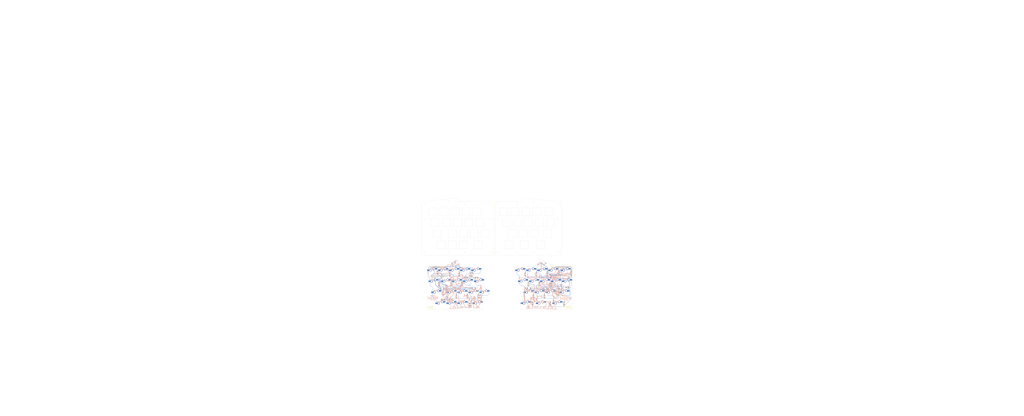
<source format=kicad_pcb>
(kicad_pcb (version 20171130) (host pcbnew "(5.1.6-0-10_14)")
  (layers (0 F.Cu signal) (31 B.Cu signal) (34 B.Paste user) (35 F.Paste user) (36 B.SilkS user) (37 F.SilkS user) (38 B.Mask user) (39 F.Mask user) (44 Edge.Cuts user))
  (net 0 "")
  (net 1 "Net-(D1-Pad2)")
  (net 2 "Net-(D2-Pad2)")
  (net 3 "Net-(D3-Pad2)")
  (net 4 "Net-(D4-Pad2)")
  (net 5 "Net-(D5-Pad2)")
  (net 6 "Net-(D6-Pad2)")
  (net 7 "Net-(D7-Pad2)")
  (net 8 "Net-(D8-Pad2)")
  (net 9 "Net-(D10-Pad2)")
  (net 10 "Net-(D11-Pad2)")
  (net 11 "Net-(D12-Pad2)")
  (net 12 "Net-(D13-Pad2)")
  (net 13 "Net-(D14-Pad2)")
  (net 14 "Net-(D15-Pad2)")
  (net 15 "Net-(D16-Pad2)")
  (net 16 "Net-(D17-Pad2)")
  (net 17 "Net-(D18-Pad2)")
  (net 18 "Net-(D19-Pad2)")
  (net 19 "Net-(D20-Pad2)")
  (net 20 "Net-(D21-Pad2)")
  (net 21 "Net-(D22-Pad2)")
  (net 22 "Net-(D23-Pad2)")
  (net 23 "Net-(D24-Pad2)")
  (net 24 "Net-(D25-Pad2)")
  (net 25 "Net-(D26-Pad2)")
  (net 26 "Net-(D27-Pad2)")
  (net 27 "Net-(D28-Pad2)")
  (net 28 "Net-(D29-Pad2)")
  (net 29 "Net-(D30-Pad2)")
  (net 30 "Net-(D101-Pad2)")
  (net 31 "Net-(D102-Pad2)")
  (net 32 "Net-(D103-Pad2)")
  (net 33 "Net-(D201-Pad2)")
  (net 34 "Net-(D301-Pad2)")
  (net 35 "Net-(D302-Pad2)")
  (net 36 "Net-(D303-Pad2)")
  (net 37 row0L)
  (net 38 row0R)
  (net 39 row1L)
  (net 40 row1R)
  (net 41 row2L)
  (net 42 row2R)
  (net 43 row3L)
  (net 44 row3R)
  (net 45 DataL)
  (net 46 GND)
  (net 47 VCC)
  (net 48 "Net-(J12-PadA)")
  (net 49 "Net-(J13-PadA)")
  (net 50 DataR)
  (net 51 "Net-(L1-Pad1)")
  (net 52 LEDL)
  (net 53 "Net-(L2-Pad1)")
  (net 54 "Net-(L3-Pad1)")
  (net 55 LEDR)
  (net 56 "Net-(L4-Pad1)")
  (net 57 "Net-(L5-Pad1)")
  (net 58 "Net-(L6-Pad1)")
  (net 59 col0L)
  (net 60 col1L)
  (net 61 col2L)
  (net 62 col3L)
  (net 63 col4L)
  (net 64 col0R)
  (net 65 col1R)
  (net 66 col2R)
  (net 67 col3R)
  (net 68 col4R)
  (net 69 resetL)
  (net 70 resetR)
  (net 71 "Net-(U1-Pad24)")
  (net 72 "Net-(U1-Pad20)")
  (net 73 "Net-(U1-Pad19)")
  (net 74 "Net-(U1-Pad14)")
  (net 75 "Net-(U1-Pad13)")
  (net 76 "Net-(U1-Pad12)")
  (net 77 "Net-(U1-Pad6)")
  (net 78 "Net-(U1-Pad5)")
  (net 79 "Net-(U2-Pad5)")
  (net 80 "Net-(U2-Pad6)")
  (net 81 "Net-(U2-Pad12)")
  (net 82 "Net-(U2-Pad13)")
  (net 83 "Net-(U2-Pad14)")
  (net 84 "Net-(U2-Pad19)")
  (net 85 "Net-(U2-Pad20)")
  (net 86 "Net-(U2-Pad24)")
  (module logo:dragonbreath_left (layer B.Cu) (at 82.49 38.51 180)
    (fp_text reference G*** hide)
    (fp_text value LOGO hide)
  )
  (module logo:dragonbreath (layer B.Cu) (at 218.7 39.32 180)
    (fp_text reference G*** hide)
    (fp_text value LOGO hide)
  )
  (module kbd:CherryMX-Hotswap-v2 (layer F.Cu) (at 100.0125 38.1)
    (fp_text reference SW22)
    (fp_text value Switch_SW_Push)
    (pad 2 thru_hole circle (at 2.54 -5.08) (size 4 4) (drill 3) (layers *.Cu) (net 21 "Net-(D22-Pad2)"))
    (pad "" np_thru_hole circle (at 0 0) (size 3.9878 3.9878) (drill 3.9878) (layers *.Cu *.Mask))
    (pad 1 thru_hole circle (at -3.81 -2.54) (size 4 4) (drill 3) (layers *.Cu) (net 62 col3L))
    (pad "" np_thru_hole circle (at -5.08 0 48.0996) (size 1.75 1.75) (drill 1.75) (layers *.Cu *.Mask))
    (pad "" np_thru_hole circle (at 5.08 0 48.0996) (size 1.75 1.75) (drill 1.75) (layers *.Cu *.Mask))
    (pad 1 thru_hole circle (at -8.89 -3.302) (size 0.8 0.8) (drill 0.4) (layers *.Cu) (net 62 col3L))
    (pad 2 thru_hole circle (at 7.62 -5.842) (size 0.8 0.8) (drill 0.4) (layers *.Cu) (net 21 "Net-(D22-Pad2)"))
    (pad 1 thru_hole circle (at -8.89 -1.778) (size 0.8 0.8) (drill 0.4) (layers *.Cu) (net 62 col3L))
    (pad 2 thru_hole circle (at 7.62 -4.318) (size 0.8 0.8) (drill 0.4) (layers *.Cu) (net 21 "Net-(D22-Pad2)"))
    (pad 1 smd rect (at -7.085 -2.54) (size 4.5 2.5) (layers B.Cu) (net 62 col3L))
    (pad 2 smd rect (at 5.842 -5.08) (size 4.5 2.5) (layers B.Cu) (net 21 "Net-(D22-Pad2)"))
  )
  (module logo:kiritoriparts (layer F.Cu) (at 135.69 -36.03 90)
    (fp_text reference kiritori (at 0.07 0.09 90) (layer F.SilkS))
    (fp_text value kiritoriparts)
    (pad "" np_thru_hole circle (at 1.778 1.016 90) (size 0.6 0.6) (drill 0.6) (layers *.Cu *.Mask))
    (pad "" np_thru_hole circle (at 0 1.016 90) (size 0.6 0.6) (drill 0.6) (layers *.Cu *.Mask))
    (pad "" np_thru_hole circle (at -1.778 1.016 90) (size 0.6 0.6) (drill 0.6) (layers *.Cu *.Mask))
    (pad "" np_thru_hole circle (at -0.889 1.016 90) (size 0.6 0.6) (drill 0.6) (layers *.Cu *.Mask))
    (pad "" np_thru_hole circle (at 2.667 1.016 90) (size 0.6 0.6) (drill 0.6) (layers *.Cu *.Mask))
    (pad "" np_thru_hole circle (at 0.889 1.016 90) (size 0.6 0.6) (drill 0.6) (layers *.Cu *.Mask))
    (pad "" np_thru_hole circle (at -2.667 1.016 90) (size 0.6 0.6) (drill 0.6) (layers *.Cu *.Mask))
    (pad "" np_thru_hole circle (at 2.667 -1.016 90) (size 0.6 0.6) (drill 0.6) (layers *.Cu *.Mask))
    (pad "" np_thru_hole circle (at 1.778 -1.016 90) (size 0.6 0.6) (drill 0.6) (layers *.Cu *.Mask))
    (pad "" np_thru_hole circle (at 0.889 -1.016 90) (size 0.6 0.6) (drill 0.6) (layers *.Cu *.Mask))
    (pad "" np_thru_hole circle (at 0 -1.016 90) (size 0.6 0.6) (drill 0.6) (layers *.Cu *.Mask))
    (pad "" np_thru_hole circle (at -0.889 -1.016 90) (size 0.6 0.6) (drill 0.6) (layers *.Cu *.Mask))
    (pad "" np_thru_hole circle (at -1.778 -1.016 90) (size 0.6 0.6) (drill 0.6) (layers *.Cu *.Mask))
    (pad "" np_thru_hole circle (at -2.667 -1.016 90) (size 0.6 0.6) (drill 0.6) (layers *.Cu *.Mask))
  )
  (module logo:kiritoriparts (layer F.Cu) (at 135.69 -117.69 90)
    (fp_text reference kiritori (at 0.17 0.12 90) (layer F.SilkS))
    (fp_text value kiritoriparts)
    (pad "" np_thru_hole circle (at 1.778 1.016 90) (size 0.6 0.6) (drill 0.6) (layers *.Cu *.Mask))
    (pad "" np_thru_hole circle (at 0 1.016 90) (size 0.6 0.6) (drill 0.6) (layers *.Cu *.Mask))
    (pad "" np_thru_hole circle (at -1.778 1.016 90) (size 0.6 0.6) (drill 0.6) (layers *.Cu *.Mask))
    (pad "" np_thru_hole circle (at -0.889 1.016 90) (size 0.6 0.6) (drill 0.6) (layers *.Cu *.Mask))
    (pad "" np_thru_hole circle (at 2.667 1.016 90) (size 0.6 0.6) (drill 0.6) (layers *.Cu *.Mask))
    (pad "" np_thru_hole circle (at 0.889 1.016 90) (size 0.6 0.6) (drill 0.6) (layers *.Cu *.Mask))
    (pad "" np_thru_hole circle (at -2.667 1.016 90) (size 0.6 0.6) (drill 0.6) (layers *.Cu *.Mask))
    (pad "" np_thru_hole circle (at 2.667 -1.016 90) (size 0.6 0.6) (drill 0.6) (layers *.Cu *.Mask))
    (pad "" np_thru_hole circle (at 1.778 -1.016 90) (size 0.6 0.6) (drill 0.6) (layers *.Cu *.Mask))
    (pad "" np_thru_hole circle (at 0.889 -1.016 90) (size 0.6 0.6) (drill 0.6) (layers *.Cu *.Mask))
    (pad "" np_thru_hole circle (at 0 -1.016 90) (size 0.6 0.6) (drill 0.6) (layers *.Cu *.Mask))
    (pad "" np_thru_hole circle (at -0.889 -1.016 90) (size 0.6 0.6) (drill 0.6) (layers *.Cu *.Mask))
    (pad "" np_thru_hole circle (at -1.778 -1.016 90) (size 0.6 0.6) (drill 0.6) (layers *.Cu *.Mask))
    (pad "" np_thru_hole circle (at -2.667 -1.016 90) (size 0.6 0.6) (drill 0.6) (layers *.Cu *.Mask))
  )
  (module kbd:CherryMX-Hotswap-v2 (layer F.Cu) (at 107.1565 57.15)
    (fp_text reference SW302)
    (fp_text value Switch_SW_Push)
    (pad 2 smd rect (at 5.842 -5.08) (size 4.5 2.5) (layers B.Cu) (net 35 "Net-(D302-Pad2)"))
    (pad 1 smd rect (at -7.085 -2.54) (size 4.5 2.5) (layers B.Cu) (net 62 col3L))
    (pad 2 thru_hole circle (at 7.62 -4.318) (size 0.8 0.8) (drill 0.4) (layers *.Cu) (net 35 "Net-(D302-Pad2)"))
    (pad 1 thru_hole circle (at -8.89 -1.778) (size 0.8 0.8) (drill 0.4) (layers *.Cu) (net 62 col3L))
    (pad 2 thru_hole circle (at 7.62 -5.842) (size 0.8 0.8) (drill 0.4) (layers *.Cu) (net 35 "Net-(D302-Pad2)"))
    (pad 1 thru_hole circle (at -8.89 -3.302) (size 0.8 0.8) (drill 0.4) (layers *.Cu) (net 62 col3L))
    (pad "" np_thru_hole circle (at 5.08 0 48.0996) (size 1.75 1.75) (drill 1.75) (layers *.Cu *.Mask))
    (pad "" np_thru_hole circle (at -5.08 0 48.0996) (size 1.75 1.75) (drill 1.75) (layers *.Cu *.Mask))
    (pad 1 thru_hole circle (at -3.81 -2.54) (size 4 4) (drill 3) (layers *.Cu) (net 62 col3L))
    (pad "" np_thru_hole circle (at 0 0) (size 3.9878 3.9878) (drill 3.9878) (layers *.Cu *.Mask))
    (pad 2 thru_hole circle (at 2.54 -5.08) (size 4 4) (drill 3) (layers *.Cu) (net 35 "Net-(D302-Pad2)"))
  )
  (module kbd:CherryMX-Hotswap-v2 (layer F.Cu) (at 245.2685 57.15)
    (fp_text reference SW103)
    (fp_text value Switch_SW_Push)
    (pad 2 smd rect (at 5.842 -5.08) (size 4.5 2.5) (layers B.Cu) (net 32 "Net-(D103-Pad2)"))
    (pad 1 smd rect (at -7.085 -2.54) (size 4.5 2.5) (layers B.Cu) (net 66 col2R))
    (pad 2 thru_hole circle (at 7.62 -4.318) (size 0.8 0.8) (drill 0.4) (layers *.Cu) (net 32 "Net-(D103-Pad2)"))
    (pad 1 thru_hole circle (at -8.89 -1.778) (size 0.8 0.8) (drill 0.4) (layers *.Cu) (net 66 col2R))
    (pad 2 thru_hole circle (at 7.62 -5.842) (size 0.8 0.8) (drill 0.4) (layers *.Cu) (net 32 "Net-(D103-Pad2)"))
    (pad 1 thru_hole circle (at -8.89 -3.302) (size 0.8 0.8) (drill 0.4) (layers *.Cu) (net 66 col2R))
    (pad "" np_thru_hole circle (at 5.08 0 48.0996) (size 1.75 1.75) (drill 1.75) (layers *.Cu *.Mask))
    (pad "" np_thru_hole circle (at -5.08 0 48.0996) (size 1.75 1.75) (drill 1.75) (layers *.Cu *.Mask))
    (pad 1 thru_hole circle (at -3.81 -2.54) (size 4 4) (drill 3) (layers *.Cu) (net 66 col2R))
    (pad "" np_thru_hole circle (at 0 0) (size 3.9878 3.9878) (drill 3.9878) (layers *.Cu *.Mask))
    (pad 2 thru_hole circle (at 2.54 -5.08) (size 4 4) (drill 3) (layers *.Cu) (net 32 "Net-(D103-Pad2)"))
  )
  (module kbd:D3_TH_SMD (layer F.Cu) (at 232.39 55.14 90)
    (fp_text reference D303 hide)
    (fp_text value D hide)
    (pad 2 smd rect (at 1.775 0 90) (size 1.3 0.95) (layers F.Cu F.Paste F.Mask) (net 36 "Net-(D303-Pad2)"))
    (pad 2 thru_hole circle (at 3.81 0 90) (size 1.397 1.397) (drill 0.8128) (layers *.Cu *.Mask F.SilkS) (net 36 "Net-(D303-Pad2)"))
    (pad 1 thru_hole rect (at -3.81 0 90) (size 1.397 1.397) (drill 0.8128) (layers *.Cu *.Mask F.SilkS) (net 44 row3R))
    (pad 1 smd rect (at -1.775 0 90) (size 1.3 0.95) (layers B.Cu B.Paste B.Mask) (net 44 row3R))
    (pad 2 smd rect (at 1.775 0 90) (size 1.3 0.95) (layers B.Cu B.Paste B.Mask) (net 36 "Net-(D303-Pad2)"))
    (pad 1 smd rect (at -1.775 0 90) (size 1.3 0.95) (layers F.Cu F.Paste F.Mask) (net 44 row3R))
  )
  (module kbd:D3_TH_SMD (layer F.Cu) (at 36.88 1.58 90)
    (fp_text reference D1 hide)
    (fp_text value D hide)
    (pad 2 smd rect (at 1.775 0 90) (size 1.3 0.95) (layers F.Cu F.Paste F.Mask) (net 1 "Net-(D1-Pad2)"))
    (pad 2 thru_hole circle (at 3.81 0 90) (size 1.397 1.397) (drill 0.8128) (layers *.Cu *.Mask F.SilkS) (net 1 "Net-(D1-Pad2)"))
    (pad 1 thru_hole rect (at -3.81 0 90) (size 1.397 1.397) (drill 0.8128) (layers *.Cu *.Mask F.SilkS) (net 37 row0L))
    (pad 1 smd rect (at -1.775 0 90) (size 1.3 0.95) (layers B.Cu B.Paste B.Mask) (net 37 row0L))
    (pad 2 smd rect (at 1.775 0 90) (size 1.3 0.95) (layers B.Cu B.Paste B.Mask) (net 1 "Net-(D1-Pad2)"))
    (pad 1 smd rect (at -1.775 0 90) (size 1.3 0.95) (layers F.Cu F.Paste F.Mask) (net 37 row0L))
  )
  (module kbd:D3_TH_SMD (layer F.Cu) (at 58.2 4.51 90)
    (fp_text reference D2 hide)
    (fp_text value D hide)
    (pad 2 smd rect (at 1.775 0 90) (size 1.3 0.95) (layers F.Cu F.Paste F.Mask) (net 2 "Net-(D2-Pad2)"))
    (pad 2 thru_hole circle (at 3.81 0 90) (size 1.397 1.397) (drill 0.8128) (layers *.Cu *.Mask F.SilkS) (net 2 "Net-(D2-Pad2)"))
    (pad 1 thru_hole rect (at -3.81 0 90) (size 1.397 1.397) (drill 0.8128) (layers *.Cu *.Mask F.SilkS) (net 37 row0L))
    (pad 1 smd rect (at -1.775 0 90) (size 1.3 0.95) (layers B.Cu B.Paste B.Mask) (net 37 row0L))
    (pad 2 smd rect (at 1.775 0 90) (size 1.3 0.95) (layers B.Cu B.Paste B.Mask) (net 2 "Net-(D2-Pad2)"))
    (pad 1 smd rect (at -1.775 0 90) (size 1.3 0.95) (layers F.Cu F.Paste F.Mask) (net 37 row0L))
  )
  (module kbd:D3_TH_SMD (layer F.Cu) (at 75.04 4.37 90)
    (fp_text reference D3 hide)
    (fp_text value D hide)
    (pad 2 smd rect (at 1.775 0 90) (size 1.3 0.95) (layers F.Cu F.Paste F.Mask) (net 3 "Net-(D3-Pad2)"))
    (pad 2 thru_hole circle (at 3.81 0 90) (size 1.397 1.397) (drill 0.8128) (layers *.Cu *.Mask F.SilkS) (net 3 "Net-(D3-Pad2)"))
    (pad 1 thru_hole rect (at -3.81 0 90) (size 1.397 1.397) (drill 0.8128) (layers *.Cu *.Mask F.SilkS) (net 37 row0L))
    (pad 1 smd rect (at -1.775 0 90) (size 1.3 0.95) (layers B.Cu B.Paste B.Mask) (net 37 row0L))
    (pad 2 smd rect (at 1.775 0 90) (size 1.3 0.95) (layers B.Cu B.Paste B.Mask) (net 3 "Net-(D3-Pad2)"))
    (pad 1 smd rect (at -1.775 0 90) (size 1.3 0.95) (layers F.Cu F.Paste F.Mask) (net 37 row0L))
  )
  (module kbd:D3_TH_SMD (layer F.Cu) (at 93.9 4.4 90)
    (fp_text reference D4 hide)
    (fp_text value D hide)
    (pad 2 smd rect (at 1.775 0 90) (size 1.3 0.95) (layers F.Cu F.Paste F.Mask) (net 4 "Net-(D4-Pad2)"))
    (pad 2 thru_hole circle (at 3.81 0 90) (size 1.397 1.397) (drill 0.8128) (layers *.Cu *.Mask F.SilkS) (net 4 "Net-(D4-Pad2)"))
    (pad 1 thru_hole rect (at -3.81 0 90) (size 1.397 1.397) (drill 0.8128) (layers *.Cu *.Mask F.SilkS) (net 37 row0L))
    (pad 1 smd rect (at -1.775 0 90) (size 1.3 0.95) (layers B.Cu B.Paste B.Mask) (net 37 row0L))
    (pad 2 smd rect (at 1.775 0 90) (size 1.3 0.95) (layers B.Cu B.Paste B.Mask) (net 4 "Net-(D4-Pad2)"))
    (pad 1 smd rect (at -1.775 0 90) (size 1.3 0.95) (layers F.Cu F.Paste F.Mask) (net 37 row0L))
  )
  (module kbd:D3_TH_SMD (layer F.Cu) (at 96.48 4.31 90)
    (fp_text reference D5 hide)
    (fp_text value D hide)
    (pad 2 smd rect (at 1.775 0 90) (size 1.3 0.95) (layers F.Cu F.Paste F.Mask) (net 5 "Net-(D5-Pad2)"))
    (pad 2 thru_hole circle (at 3.81 0 90) (size 1.397 1.397) (drill 0.8128) (layers *.Cu *.Mask F.SilkS) (net 5 "Net-(D5-Pad2)"))
    (pad 1 thru_hole rect (at -3.81 0 90) (size 1.397 1.397) (drill 0.8128) (layers *.Cu *.Mask F.SilkS) (net 37 row0L))
    (pad 1 smd rect (at -1.775 0 90) (size 1.3 0.95) (layers B.Cu B.Paste B.Mask) (net 37 row0L))
    (pad 2 smd rect (at 1.775 0 90) (size 1.3 0.95) (layers B.Cu B.Paste B.Mask) (net 5 "Net-(D5-Pad2)"))
    (pad 1 smd rect (at -1.775 0 90) (size 1.3 0.95) (layers F.Cu F.Paste F.Mask) (net 37 row0L))
  )
  (module kbd:D3_TH_SMD (layer F.Cu) (at 189.18 4.42 90)
    (fp_text reference D6 hide)
    (fp_text value D hide)
    (pad 1 smd rect (at -1.775 0 90) (size 1.3 0.95) (layers F.Cu F.Paste F.Mask) (net 38 row0R))
    (pad 2 smd rect (at 1.775 0 90) (size 1.3 0.95) (layers B.Cu B.Paste B.Mask) (net 6 "Net-(D6-Pad2)"))
    (pad 1 smd rect (at -1.775 0 90) (size 1.3 0.95) (layers B.Cu B.Paste B.Mask) (net 38 row0R))
    (pad 1 thru_hole rect (at -3.81 0 90) (size 1.397 1.397) (drill 0.8128) (layers *.Cu *.Mask F.SilkS) (net 38 row0R))
    (pad 2 thru_hole circle (at 3.81 0 90) (size 1.397 1.397) (drill 0.8128) (layers *.Cu *.Mask F.SilkS) (net 6 "Net-(D6-Pad2)"))
    (pad 2 smd rect (at 1.775 0 90) (size 1.3 0.95) (layers F.Cu F.Paste F.Mask) (net 6 "Net-(D6-Pad2)"))
  )
  (module kbd:D3_TH_SMD (layer F.Cu) (at 208.24 4.29 90)
    (fp_text reference D7 hide)
    (fp_text value D hide)
    (pad 1 smd rect (at -1.775 0 90) (size 1.3 0.95) (layers F.Cu F.Paste F.Mask) (net 38 row0R))
    (pad 2 smd rect (at 1.775 0 90) (size 1.3 0.95) (layers B.Cu B.Paste B.Mask) (net 7 "Net-(D7-Pad2)"))
    (pad 1 smd rect (at -1.775 0 90) (size 1.3 0.95) (layers B.Cu B.Paste B.Mask) (net 38 row0R))
    (pad 1 thru_hole rect (at -3.81 0 90) (size 1.397 1.397) (drill 0.8128) (layers *.Cu *.Mask F.SilkS) (net 38 row0R))
    (pad 2 thru_hole circle (at 3.81 0 90) (size 1.397 1.397) (drill 0.8128) (layers *.Cu *.Mask F.SilkS) (net 7 "Net-(D7-Pad2)"))
    (pad 2 smd rect (at 1.775 0 90) (size 1.3 0.95) (layers F.Cu F.Paste F.Mask) (net 7 "Net-(D7-Pad2)"))
  )
  (module kbd:D3_TH_SMD (layer F.Cu) (at 227.34 4.55 90)
    (fp_text reference D8 hide)
    (fp_text value D hide)
    (pad 1 smd rect (at -1.775 0 90) (size 1.3 0.95) (layers F.Cu F.Paste F.Mask) (net 38 row0R))
    (pad 2 smd rect (at 1.775 0 90) (size 1.3 0.95) (layers B.Cu B.Paste B.Mask) (net 8 "Net-(D8-Pad2)"))
    (pad 1 smd rect (at -1.775 0 90) (size 1.3 0.95) (layers B.Cu B.Paste B.Mask) (net 38 row0R))
    (pad 1 thru_hole rect (at -3.81 0 90) (size 1.397 1.397) (drill 0.8128) (layers *.Cu *.Mask F.SilkS) (net 38 row0R))
    (pad 2 thru_hole circle (at 3.81 0 90) (size 1.397 1.397) (drill 0.8128) (layers *.Cu *.Mask F.SilkS) (net 8 "Net-(D8-Pad2)"))
    (pad 2 smd rect (at 1.775 0 90) (size 1.3 0.95) (layers F.Cu F.Paste F.Mask) (net 8 "Net-(D8-Pad2)"))
  )
  (module kbd:D3_TH_SMD (layer F.Cu) (at 246.98 0.79 90)
    (fp_text reference D10 hide)
    (fp_text value D hide)
    (pad 1 smd rect (at -1.775 0 90) (size 1.3 0.95) (layers F.Cu F.Paste F.Mask) (net 38 row0R))
    (pad 2 smd rect (at 1.775 0 90) (size 1.3 0.95) (layers B.Cu B.Paste B.Mask) (net 9 "Net-(D10-Pad2)"))
    (pad 1 smd rect (at -1.775 0 90) (size 1.3 0.95) (layers B.Cu B.Paste B.Mask) (net 38 row0R))
    (pad 1 thru_hole rect (at -3.81 0 90) (size 1.397 1.397) (drill 0.8128) (layers *.Cu *.Mask F.SilkS) (net 38 row0R))
    (pad 2 thru_hole circle (at 3.81 0 90) (size 1.397 1.397) (drill 0.8128) (layers *.Cu *.Mask F.SilkS) (net 9 "Net-(D10-Pad2)"))
    (pad 2 smd rect (at 1.775 0 90) (size 1.3 0.95) (layers F.Cu F.Paste F.Mask) (net 9 "Net-(D10-Pad2)"))
  )
  (module kbd:D3_TH_SMD (layer F.Cu) (at 60.69 21.47 90)
    (fp_text reference D11 hide)
    (fp_text value D hide)
    (pad 2 smd rect (at 1.775 0 90) (size 1.3 0.95) (layers F.Cu F.Paste F.Mask) (net 10 "Net-(D11-Pad2)"))
    (pad 2 thru_hole circle (at 3.81 0 90) (size 1.397 1.397) (drill 0.8128) (layers *.Cu *.Mask F.SilkS) (net 10 "Net-(D11-Pad2)"))
    (pad 1 thru_hole rect (at -3.81 0 90) (size 1.397 1.397) (drill 0.8128) (layers *.Cu *.Mask F.SilkS) (net 39 row1L))
    (pad 1 smd rect (at -1.775 0 90) (size 1.3 0.95) (layers B.Cu B.Paste B.Mask) (net 39 row1L))
    (pad 2 smd rect (at 1.775 0 90) (size 1.3 0.95) (layers B.Cu B.Paste B.Mask) (net 10 "Net-(D11-Pad2)"))
    (pad 1 smd rect (at -1.775 0 90) (size 1.3 0.95) (layers F.Cu F.Paste F.Mask) (net 39 row1L))
  )
  (module kbd:D3_TH_SMD (layer F.Cu) (at 79.7 21.42 90)
    (fp_text reference D12 hide)
    (fp_text value D hide)
    (pad 2 smd rect (at 1.775 0 90) (size 1.3 0.95) (layers F.Cu F.Paste F.Mask) (net 11 "Net-(D12-Pad2)"))
    (pad 2 thru_hole circle (at 3.81 0 90) (size 1.397 1.397) (drill 0.8128) (layers *.Cu *.Mask F.SilkS) (net 11 "Net-(D12-Pad2)"))
    (pad 1 thru_hole rect (at -3.81 0 90) (size 1.397 1.397) (drill 0.8128) (layers *.Cu *.Mask F.SilkS) (net 39 row1L))
    (pad 1 smd rect (at -1.775 0 90) (size 1.3 0.95) (layers B.Cu B.Paste B.Mask) (net 39 row1L))
    (pad 2 smd rect (at 1.775 0 90) (size 1.3 0.95) (layers B.Cu B.Paste B.Mask) (net 11 "Net-(D12-Pad2)"))
    (pad 1 smd rect (at -1.775 0 90) (size 1.3 0.95) (layers F.Cu F.Paste F.Mask) (net 39 row1L))
  )
  (module kbd:D3_TH_SMD (layer F.Cu) (at 86.15 10.62)
    (fp_text reference D13 hide)
    (fp_text value D hide)
    (pad 2 smd rect (at 1.775 0) (size 1.3 0.95) (layers F.Cu F.Paste F.Mask) (net 12 "Net-(D13-Pad2)"))
    (pad 2 thru_hole circle (at 3.81 0) (size 1.397 1.397) (drill 0.8128) (layers *.Cu *.Mask F.SilkS) (net 12 "Net-(D13-Pad2)"))
    (pad 1 thru_hole rect (at -3.81 0) (size 1.397 1.397) (drill 0.8128) (layers *.Cu *.Mask F.SilkS) (net 39 row1L))
    (pad 1 smd rect (at -1.775 0) (size 1.3 0.95) (layers B.Cu B.Paste B.Mask) (net 39 row1L))
    (pad 2 smd rect (at 1.775 0) (size 1.3 0.95) (layers B.Cu B.Paste B.Mask) (net 12 "Net-(D13-Pad2)"))
    (pad 1 smd rect (at -1.775 0) (size 1.3 0.95) (layers F.Cu F.Paste F.Mask) (net 39 row1L))
  )
  (module kbd:D3_TH_SMD (layer F.Cu) (at 104.74 10.62)
    (fp_text reference D14 hide)
    (fp_text value D hide)
    (pad 1 smd rect (at -1.775 0) (size 1.3 0.95) (layers F.Cu F.Paste F.Mask) (net 39 row1L))
    (pad 2 smd rect (at 1.775 0) (size 1.3 0.95) (layers B.Cu B.Paste B.Mask) (net 13 "Net-(D14-Pad2)"))
    (pad 1 smd rect (at -1.775 0) (size 1.3 0.95) (layers B.Cu B.Paste B.Mask) (net 39 row1L))
    (pad 1 thru_hole rect (at -3.81 0) (size 1.397 1.397) (drill 0.8128) (layers *.Cu *.Mask F.SilkS) (net 39 row1L))
    (pad 2 thru_hole circle (at 3.81 0) (size 1.397 1.397) (drill 0.8128) (layers *.Cu *.Mask F.SilkS) (net 13 "Net-(D14-Pad2)"))
    (pad 2 smd rect (at 1.775 0) (size 1.3 0.95) (layers F.Cu F.Paste F.Mask) (net 13 "Net-(D14-Pad2)"))
  )
  (module kbd:D3_TH_SMD (layer F.Cu) (at 194.01 21.22 90)
    (fp_text reference D15 hide)
    (fp_text value D hide)
    (pad 1 smd rect (at -1.775 0 90) (size 1.3 0.95) (layers F.Cu F.Paste F.Mask) (net 40 row1R))
    (pad 2 smd rect (at 1.775 0 90) (size 1.3 0.95) (layers B.Cu B.Paste B.Mask) (net 14 "Net-(D15-Pad2)"))
    (pad 1 smd rect (at -1.775 0 90) (size 1.3 0.95) (layers B.Cu B.Paste B.Mask) (net 40 row1R))
    (pad 1 thru_hole rect (at -3.81 0 90) (size 1.397 1.397) (drill 0.8128) (layers *.Cu *.Mask F.SilkS) (net 40 row1R))
    (pad 2 thru_hole circle (at 3.81 0 90) (size 1.397 1.397) (drill 0.8128) (layers *.Cu *.Mask F.SilkS) (net 14 "Net-(D15-Pad2)"))
    (pad 2 smd rect (at 1.775 0 90) (size 1.3 0.95) (layers F.Cu F.Paste F.Mask) (net 14 "Net-(D15-Pad2)"))
  )
  (module kbd:D3_TH_SMD (layer F.Cu) (at 212.88 21.41 90)
    (fp_text reference D16 hide)
    (fp_text value D hide)
    (pad 1 smd rect (at -1.775 0 90) (size 1.3 0.95) (layers F.Cu F.Paste F.Mask) (net 40 row1R))
    (pad 2 smd rect (at 1.775 0 90) (size 1.3 0.95) (layers B.Cu B.Paste B.Mask) (net 15 "Net-(D16-Pad2)"))
    (pad 1 smd rect (at -1.775 0 90) (size 1.3 0.95) (layers B.Cu B.Paste B.Mask) (net 40 row1R))
    (pad 1 thru_hole rect (at -3.81 0 90) (size 1.397 1.397) (drill 0.8128) (layers *.Cu *.Mask F.SilkS) (net 40 row1R))
    (pad 2 thru_hole circle (at 3.81 0 90) (size 1.397 1.397) (drill 0.8128) (layers *.Cu *.Mask F.SilkS) (net 15 "Net-(D16-Pad2)"))
    (pad 2 smd rect (at 1.775 0 90) (size 1.3 0.95) (layers F.Cu F.Paste F.Mask) (net 15 "Net-(D16-Pad2)"))
  )
  (module kbd:D3_TH_SMD (layer F.Cu) (at 232.08 22.94 90)
    (fp_text reference D17 hide)
    (fp_text value D hide)
    (pad 1 smd rect (at -1.775 0 90) (size 1.3 0.95) (layers F.Cu F.Paste F.Mask) (net 40 row1R))
    (pad 2 smd rect (at 1.775 0 90) (size 1.3 0.95) (layers B.Cu B.Paste B.Mask) (net 16 "Net-(D17-Pad2)"))
    (pad 1 smd rect (at -1.775 0 90) (size 1.3 0.95) (layers B.Cu B.Paste B.Mask) (net 40 row1R))
    (pad 1 thru_hole rect (at -3.81 0 90) (size 1.397 1.397) (drill 0.8128) (layers *.Cu *.Mask F.SilkS) (net 40 row1R))
    (pad 2 thru_hole circle (at 3.81 0 90) (size 1.397 1.397) (drill 0.8128) (layers *.Cu *.Mask F.SilkS) (net 16 "Net-(D17-Pad2)"))
    (pad 2 smd rect (at 1.775 0 90) (size 1.3 0.95) (layers F.Cu F.Paste F.Mask) (net 16 "Net-(D17-Pad2)"))
  )
  (module kbd:D3_TH_SMD (layer F.Cu) (at 234.57 22.92 90)
    (fp_text reference D18 hide)
    (fp_text value D hide)
    (pad 1 smd rect (at -1.775 0 90) (size 1.3 0.95) (layers F.Cu F.Paste F.Mask) (net 40 row1R))
    (pad 2 smd rect (at 1.775 0 90) (size 1.3 0.95) (layers B.Cu B.Paste B.Mask) (net 17 "Net-(D18-Pad2)"))
    (pad 1 smd rect (at -1.775 0 90) (size 1.3 0.95) (layers B.Cu B.Paste B.Mask) (net 40 row1R))
    (pad 1 thru_hole rect (at -3.81 0 90) (size 1.397 1.397) (drill 0.8128) (layers *.Cu *.Mask F.SilkS) (net 40 row1R))
    (pad 2 thru_hole circle (at 3.81 0 90) (size 1.397 1.397) (drill 0.8128) (layers *.Cu *.Mask F.SilkS) (net 17 "Net-(D18-Pad2)"))
    (pad 2 smd rect (at 1.775 0 90) (size 1.3 0.95) (layers F.Cu F.Paste F.Mask) (net 17 "Net-(D18-Pad2)"))
  )
  (module kbd:D3_TH_SMD (layer F.Cu) (at 262.19 27.45)
    (fp_text reference D19 hide)
    (fp_text value D hide)
    (pad 1 smd rect (at -1.775 0) (size 1.3 0.95) (layers F.Cu F.Paste F.Mask) (net 40 row1R))
    (pad 2 smd rect (at 1.775 0) (size 1.3 0.95) (layers B.Cu B.Paste B.Mask) (net 18 "Net-(D19-Pad2)"))
    (pad 1 smd rect (at -1.775 0) (size 1.3 0.95) (layers B.Cu B.Paste B.Mask) (net 40 row1R))
    (pad 1 thru_hole rect (at -3.81 0) (size 1.397 1.397) (drill 0.8128) (layers *.Cu *.Mask F.SilkS) (net 40 row1R))
    (pad 2 thru_hole circle (at 3.81 0) (size 1.397 1.397) (drill 0.8128) (layers *.Cu *.Mask F.SilkS) (net 18 "Net-(D19-Pad2)"))
    (pad 2 smd rect (at 1.775 0) (size 1.3 0.95) (layers F.Cu F.Paste F.Mask) (net 18 "Net-(D19-Pad2)"))
  )
  (module kbd:D3_TH_SMD (layer F.Cu) (at 70.16 42.38 90)
    (fp_text reference D20 hide)
    (fp_text value D hide)
    (pad 2 smd rect (at 1.775 0 90) (size 1.3 0.95) (layers F.Cu F.Paste F.Mask) (net 19 "Net-(D20-Pad2)"))
    (pad 2 thru_hole circle (at 3.81 0 90) (size 1.397 1.397) (drill 0.8128) (layers *.Cu *.Mask F.SilkS) (net 19 "Net-(D20-Pad2)"))
    (pad 1 thru_hole rect (at -3.81 0 90) (size 1.397 1.397) (drill 0.8128) (layers *.Cu *.Mask F.SilkS) (net 41 row2L))
    (pad 1 smd rect (at -1.775 0 90) (size 1.3 0.95) (layers B.Cu B.Paste B.Mask) (net 41 row2L))
    (pad 2 smd rect (at 1.775 0 90) (size 1.3 0.95) (layers B.Cu B.Paste B.Mask) (net 19 "Net-(D20-Pad2)"))
    (pad 1 smd rect (at -1.775 0 90) (size 1.3 0.95) (layers F.Cu F.Paste F.Mask) (net 41 row2L))
  )
  (module kbd:D3_TH_SMD (layer F.Cu) (at 89.23 42.42 90)
    (fp_text reference D21 hide)
    (fp_text value D hide)
    (pad 2 smd rect (at 1.775 0 90) (size 1.3 0.95) (layers F.Cu F.Paste F.Mask) (net 20 "Net-(D21-Pad2)"))
    (pad 2 thru_hole circle (at 3.81 0 90) (size 1.397 1.397) (drill 0.8128) (layers *.Cu *.Mask F.SilkS) (net 20 "Net-(D21-Pad2)"))
    (pad 1 thru_hole rect (at -3.81 0 90) (size 1.397 1.397) (drill 0.8128) (layers *.Cu *.Mask F.SilkS) (net 41 row2L))
    (pad 1 smd rect (at -1.775 0 90) (size 1.3 0.95) (layers B.Cu B.Paste B.Mask) (net 41 row2L))
    (pad 2 smd rect (at 1.775 0 90) (size 1.3 0.95) (layers B.Cu B.Paste B.Mask) (net 20 "Net-(D21-Pad2)"))
    (pad 1 smd rect (at -1.775 0 90) (size 1.3 0.95) (layers F.Cu F.Paste F.Mask) (net 41 row2L))
  )
  (module kbd:D3_TH_SMD (layer F.Cu) (at 108.22 42.57 90)
    (fp_text reference D22 hide)
    (fp_text value D hide)
    (pad 2 smd rect (at 1.775 0 90) (size 1.3 0.95) (layers F.Cu F.Paste F.Mask) (net 21 "Net-(D22-Pad2)"))
    (pad 2 thru_hole circle (at 3.81 0 90) (size 1.397 1.397) (drill 0.8128) (layers *.Cu *.Mask F.SilkS) (net 21 "Net-(D22-Pad2)"))
    (pad 1 thru_hole rect (at -3.81 0 90) (size 1.397 1.397) (drill 0.8128) (layers *.Cu *.Mask F.SilkS) (net 41 row2L))
    (pad 1 smd rect (at -1.775 0 90) (size 1.3 0.95) (layers B.Cu B.Paste B.Mask) (net 41 row2L))
    (pad 2 smd rect (at 1.775 0 90) (size 1.3 0.95) (layers B.Cu B.Paste B.Mask) (net 21 "Net-(D22-Pad2)"))
    (pad 1 smd rect (at -1.775 0 90) (size 1.3 0.95) (layers F.Cu F.Paste F.Mask) (net 41 row2L))
  )
  (module kbd:D3_TH_SMD (layer F.Cu) (at 110.75 42.6 90)
    (fp_text reference D23 hide)
    (fp_text value D hide)
    (pad 1 smd rect (at -1.775 0 90) (size 1.3 0.95) (layers F.Cu F.Paste F.Mask) (net 41 row2L))
    (pad 2 smd rect (at 1.775 0 90) (size 1.3 0.95) (layers B.Cu B.Paste B.Mask) (net 22 "Net-(D23-Pad2)"))
    (pad 1 smd rect (at -1.775 0 90) (size 1.3 0.95) (layers B.Cu B.Paste B.Mask) (net 41 row2L))
    (pad 1 thru_hole rect (at -3.81 0 90) (size 1.397 1.397) (drill 0.8128) (layers *.Cu *.Mask F.SilkS) (net 41 row2L))
    (pad 2 thru_hole circle (at 3.81 0 90) (size 1.397 1.397) (drill 0.8128) (layers *.Cu *.Mask F.SilkS) (net 22 "Net-(D23-Pad2)"))
    (pad 2 smd rect (at 1.775 0 90) (size 1.3 0.95) (layers F.Cu F.Paste F.Mask) (net 22 "Net-(D23-Pad2)"))
  )
  (module kbd:D3_TH_SMD (layer F.Cu) (at 203.5 42.34 90)
    (fp_text reference D24 hide)
    (fp_text value D hide)
    (pad 1 smd rect (at -1.775 0 90) (size 1.3 0.95) (layers F.Cu F.Paste F.Mask) (net 42 row2R))
    (pad 2 smd rect (at 1.775 0 90) (size 1.3 0.95) (layers B.Cu B.Paste B.Mask) (net 23 "Net-(D24-Pad2)"))
    (pad 1 smd rect (at -1.775 0 90) (size 1.3 0.95) (layers B.Cu B.Paste B.Mask) (net 42 row2R))
    (pad 1 thru_hole rect (at -3.81 0 90) (size 1.397 1.397) (drill 0.8128) (layers *.Cu *.Mask F.SilkS) (net 42 row2R))
    (pad 2 thru_hole circle (at 3.81 0 90) (size 1.397 1.397) (drill 0.8128) (layers *.Cu *.Mask F.SilkS) (net 23 "Net-(D24-Pad2)"))
    (pad 2 smd rect (at 1.775 0 90) (size 1.3 0.95) (layers F.Cu F.Paste F.Mask) (net 23 "Net-(D24-Pad2)"))
  )
  (module kbd:D3_TH_SMD (layer F.Cu) (at 222.5 42.37 90)
    (fp_text reference D25 hide)
    (fp_text value D hide)
    (pad 1 smd rect (at -1.775 0 90) (size 1.3 0.95) (layers F.Cu F.Paste F.Mask) (net 42 row2R))
    (pad 2 smd rect (at 1.775 0 90) (size 1.3 0.95) (layers B.Cu B.Paste B.Mask) (net 24 "Net-(D25-Pad2)"))
    (pad 1 smd rect (at -1.775 0 90) (size 1.3 0.95) (layers B.Cu B.Paste B.Mask) (net 42 row2R))
    (pad 1 thru_hole rect (at -3.81 0 90) (size 1.397 1.397) (drill 0.8128) (layers *.Cu *.Mask F.SilkS) (net 42 row2R))
    (pad 2 thru_hole circle (at 3.81 0 90) (size 1.397 1.397) (drill 0.8128) (layers *.Cu *.Mask F.SilkS) (net 24 "Net-(D25-Pad2)"))
    (pad 2 smd rect (at 1.775 0 90) (size 1.3 0.95) (layers F.Cu F.Paste F.Mask) (net 24 "Net-(D25-Pad2)"))
  )
  (module kbd:D3_TH_SMD (layer F.Cu) (at 243.78 37.05 90)
    (fp_text reference D26 hide)
    (fp_text value D hide)
    (pad 1 smd rect (at -1.775 0 90) (size 1.3 0.95) (layers F.Cu F.Paste F.Mask) (net 42 row2R))
    (pad 2 smd rect (at 1.775 0 90) (size 1.3 0.95) (layers B.Cu B.Paste B.Mask) (net 25 "Net-(D26-Pad2)"))
    (pad 1 smd rect (at -1.775 0 90) (size 1.3 0.95) (layers B.Cu B.Paste B.Mask) (net 42 row2R))
    (pad 1 thru_hole rect (at -3.81 0 90) (size 1.397 1.397) (drill 0.8128) (layers *.Cu *.Mask F.SilkS) (net 42 row2R))
    (pad 2 thru_hole circle (at 3.81 0 90) (size 1.397 1.397) (drill 0.8128) (layers *.Cu *.Mask F.SilkS) (net 25 "Net-(D26-Pad2)"))
    (pad 2 smd rect (at 1.775 0 90) (size 1.3 0.95) (layers F.Cu F.Paste F.Mask) (net 25 "Net-(D26-Pad2)"))
  )
  (module kbd:D3_TH_SMD (layer F.Cu) (at 46.78 48.66)
    (fp_text reference D27 hide)
    (fp_text value D hide)
    (pad 2 smd rect (at 1.775 0) (size 1.3 0.95) (layers F.Cu F.Paste F.Mask) (net 26 "Net-(D27-Pad2)"))
    (pad 2 thru_hole circle (at 3.81 0) (size 1.397 1.397) (drill 0.8128) (layers *.Cu *.Mask F.SilkS) (net 26 "Net-(D27-Pad2)"))
    (pad 1 thru_hole rect (at -3.81 0) (size 1.397 1.397) (drill 0.8128) (layers *.Cu *.Mask F.SilkS) (net 43 row3L))
    (pad 1 smd rect (at -1.775 0) (size 1.3 0.95) (layers B.Cu B.Paste B.Mask) (net 43 row3L))
    (pad 2 smd rect (at 1.775 0) (size 1.3 0.95) (layers B.Cu B.Paste B.Mask) (net 26 "Net-(D27-Pad2)"))
    (pad 1 smd rect (at -1.775 0) (size 1.3 0.95) (layers F.Cu F.Paste F.Mask) (net 43 row3L))
  )
  (module kbd:D3_TH_SMD (layer F.Cu) (at 59.53 48.73)
    (fp_text reference D28 hide)
    (fp_text value D hide)
    (pad 2 smd rect (at 1.775 0) (size 1.3 0.95) (layers F.Cu F.Paste F.Mask) (net 27 "Net-(D28-Pad2)"))
    (pad 2 thru_hole circle (at 3.81 0) (size 1.397 1.397) (drill 0.8128) (layers *.Cu *.Mask F.SilkS) (net 27 "Net-(D28-Pad2)"))
    (pad 1 thru_hole rect (at -3.81 0) (size 1.397 1.397) (drill 0.8128) (layers *.Cu *.Mask F.SilkS) (net 43 row3L))
    (pad 1 smd rect (at -1.775 0) (size 1.3 0.95) (layers B.Cu B.Paste B.Mask) (net 43 row3L))
    (pad 2 smd rect (at 1.775 0) (size 1.3 0.95) (layers B.Cu B.Paste B.Mask) (net 27 "Net-(D28-Pad2)"))
    (pad 1 smd rect (at -1.775 0) (size 1.3 0.95) (layers F.Cu F.Paste F.Mask) (net 43 row3L))
  )
  (module kbd:D3_TH_SMD (layer F.Cu) (at 92.09 56.68 90)
    (fp_text reference D29 hide)
    (fp_text value D hide)
    (pad 2 smd rect (at 1.775 0 90) (size 1.3 0.95) (layers F.Cu F.Paste F.Mask) (net 28 "Net-(D29-Pad2)"))
    (pad 2 thru_hole circle (at 3.81 0 90) (size 1.397 1.397) (drill 0.8128) (layers *.Cu *.Mask F.SilkS) (net 28 "Net-(D29-Pad2)"))
    (pad 1 thru_hole rect (at -3.81 0 90) (size 1.397 1.397) (drill 0.8128) (layers *.Cu *.Mask F.SilkS) (net 43 row3L))
    (pad 1 smd rect (at -1.775 0 90) (size 1.3 0.95) (layers B.Cu B.Paste B.Mask) (net 43 row3L))
    (pad 2 smd rect (at 1.775 0 90) (size 1.3 0.95) (layers B.Cu B.Paste B.Mask) (net 28 "Net-(D29-Pad2)"))
    (pad 1 smd rect (at -1.775 0 90) (size 1.3 0.95) (layers F.Cu F.Paste F.Mask) (net 43 row3L))
  )
  (module kbd:D3_TH_SMD (layer F.Cu) (at 201.76 55.09 90)
    (fp_text reference D30 hide)
    (fp_text value D hide)
    (pad 1 smd rect (at -1.775 0 90) (size 1.3 0.95) (layers F.Cu F.Paste F.Mask) (net 44 row3R))
    (pad 2 smd rect (at 1.775 0 90) (size 1.3 0.95) (layers B.Cu B.Paste B.Mask) (net 29 "Net-(D30-Pad2)"))
    (pad 1 smd rect (at -1.775 0 90) (size 1.3 0.95) (layers B.Cu B.Paste B.Mask) (net 44 row3R))
    (pad 1 thru_hole rect (at -3.81 0 90) (size 1.397 1.397) (drill 0.8128) (layers *.Cu *.Mask F.SilkS) (net 44 row3R))
    (pad 2 thru_hole circle (at 3.81 0 90) (size 1.397 1.397) (drill 0.8128) (layers *.Cu *.Mask F.SilkS) (net 29 "Net-(D30-Pad2)"))
    (pad 2 smd rect (at 1.775 0 90) (size 1.3 0.95) (layers F.Cu F.Paste F.Mask) (net 29 "Net-(D30-Pad2)"))
  )
  (module kbd:D3_TH_SMD (layer F.Cu) (at 267.83 2.48 90)
    (fp_text reference D101 hide)
    (fp_text value D hide)
    (pad 1 smd rect (at -1.775 0 90) (size 1.3 0.95) (layers F.Cu F.Paste F.Mask) (net 38 row0R))
    (pad 2 smd rect (at 1.775 0 90) (size 1.3 0.95) (layers B.Cu B.Paste B.Mask) (net 30 "Net-(D101-Pad2)"))
    (pad 1 smd rect (at -1.775 0 90) (size 1.3 0.95) (layers B.Cu B.Paste B.Mask) (net 38 row0R))
    (pad 1 thru_hole rect (at -3.81 0 90) (size 1.397 1.397) (drill 0.8128) (layers *.Cu *.Mask F.SilkS) (net 38 row0R))
    (pad 2 thru_hole circle (at 3.81 0 90) (size 1.397 1.397) (drill 0.8128) (layers *.Cu *.Mask F.SilkS) (net 30 "Net-(D101-Pad2)"))
    (pad 2 smd rect (at 1.775 0 90) (size 1.3 0.95) (layers F.Cu F.Paste F.Mask) (net 30 "Net-(D101-Pad2)"))
  )
  (module kbd:D3_TH_SMD (layer F.Cu) (at 39.22 21.39 90)
    (fp_text reference D102 hide)
    (fp_text value D hide)
    (pad 2 smd rect (at 1.775 0 90) (size 1.3 0.95) (layers F.Cu F.Paste F.Mask) (net 31 "Net-(D102-Pad2)"))
    (pad 2 thru_hole circle (at 3.81 0 90) (size 1.397 1.397) (drill 0.8128) (layers *.Cu *.Mask F.SilkS) (net 31 "Net-(D102-Pad2)"))
    (pad 1 thru_hole rect (at -3.81 0 90) (size 1.397 1.397) (drill 0.8128) (layers *.Cu *.Mask F.SilkS) (net 39 row1L))
    (pad 1 smd rect (at -1.775 0 90) (size 1.3 0.95) (layers B.Cu B.Paste B.Mask) (net 39 row1L))
    (pad 2 smd rect (at 1.775 0 90) (size 1.3 0.95) (layers B.Cu B.Paste B.Mask) (net 31 "Net-(D102-Pad2)"))
    (pad 1 smd rect (at -1.775 0 90) (size 1.3 0.95) (layers F.Cu F.Paste F.Mask) (net 39 row1L))
  )
  (module kbd:D3_TH_SMD (layer F.Cu) (at 256.48 55.075 90)
    (fp_text reference D103 hide)
    (fp_text value D hide)
    (pad 1 smd rect (at -1.775 0 90) (size 1.3 0.95) (layers F.Cu F.Paste F.Mask) (net 44 row3R))
    (pad 2 smd rect (at 1.775 0 90) (size 1.3 0.95) (layers B.Cu B.Paste B.Mask) (net 32 "Net-(D103-Pad2)"))
    (pad 1 smd rect (at -1.775 0 90) (size 1.3 0.95) (layers B.Cu B.Paste B.Mask) (net 44 row3R))
    (pad 1 thru_hole rect (at -3.81 0 90) (size 1.397 1.397) (drill 0.8128) (layers *.Cu *.Mask F.SilkS) (net 44 row3R))
    (pad 2 thru_hole circle (at 3.81 0 90) (size 1.397 1.397) (drill 0.8128) (layers *.Cu *.Mask F.SilkS) (net 32 "Net-(D103-Pad2)"))
    (pad 2 smd rect (at 1.775 0 90) (size 1.3 0.95) (layers F.Cu F.Paste F.Mask) (net 32 "Net-(D103-Pad2)"))
  )
  (module kbd:D3_TH_SMD (layer F.Cu) (at 246.43 37.05 90)
    (fp_text reference D201 hide)
    (fp_text value D hide)
    (pad 1 smd rect (at -1.775 0 90) (size 1.3 0.95) (layers F.Cu F.Paste F.Mask) (net 42 row2R))
    (pad 2 smd rect (at 1.775 0 90) (size 1.3 0.95) (layers B.Cu B.Paste B.Mask) (net 33 "Net-(D201-Pad2)"))
    (pad 1 smd rect (at -1.775 0 90) (size 1.3 0.95) (layers B.Cu B.Paste B.Mask) (net 42 row2R))
    (pad 1 thru_hole rect (at -3.81 0 90) (size 1.397 1.397) (drill 0.8128) (layers *.Cu *.Mask F.SilkS) (net 42 row2R))
    (pad 2 thru_hole circle (at 3.81 0 90) (size 1.397 1.397) (drill 0.8128) (layers *.Cu *.Mask F.SilkS) (net 33 "Net-(D201-Pad2)"))
    (pad 2 smd rect (at 1.775 0 90) (size 1.3 0.95) (layers F.Cu F.Paste F.Mask) (net 33 "Net-(D201-Pad2)"))
  )
  (module kbd:D3_TH_SMD (layer F.Cu) (at 46.79 37.54 90)
    (fp_text reference D301 hide)
    (fp_text value D hide)
    (pad 2 smd rect (at 1.775 0 90) (size 1.3 0.95) (layers F.Cu F.Paste F.Mask) (net 34 "Net-(D301-Pad2)"))
    (pad 2 thru_hole circle (at 3.81 0 90) (size 1.397 1.397) (drill 0.8128) (layers *.Cu *.Mask F.SilkS) (net 34 "Net-(D301-Pad2)"))
    (pad 1 thru_hole rect (at -3.81 0 90) (size 1.397 1.397) (drill 0.8128) (layers *.Cu *.Mask F.SilkS) (net 41 row2L))
    (pad 1 smd rect (at -1.775 0 90) (size 1.3 0.95) (layers B.Cu B.Paste B.Mask) (net 41 row2L))
    (pad 2 smd rect (at 1.775 0 90) (size 1.3 0.95) (layers B.Cu B.Paste B.Mask) (net 34 "Net-(D301-Pad2)"))
    (pad 1 smd rect (at -1.775 0 90) (size 1.3 0.95) (layers F.Cu F.Paste F.Mask) (net 41 row2L))
  )
  (module kbd:D3_TH_SMD (layer F.Cu) (at 95.1 56.68 90)
    (fp_text reference D302 hide)
    (fp_text value D hide)
    (pad 2 smd rect (at 1.775 0 90) (size 1.3 0.95) (layers F.Cu F.Paste F.Mask) (net 35 "Net-(D302-Pad2)"))
    (pad 2 thru_hole circle (at 3.81 0 90) (size 1.397 1.397) (drill 0.8128) (layers *.Cu *.Mask F.SilkS) (net 35 "Net-(D302-Pad2)"))
    (pad 1 thru_hole rect (at -3.81 0 90) (size 1.397 1.397) (drill 0.8128) (layers *.Cu *.Mask F.SilkS) (net 43 row3L))
    (pad 1 smd rect (at -1.775 0 90) (size 1.3 0.95) (layers B.Cu B.Paste B.Mask) (net 43 row3L))
    (pad 2 smd rect (at 1.775 0 90) (size 1.3 0.95) (layers B.Cu B.Paste B.Mask) (net 35 "Net-(D302-Pad2)"))
    (pad 1 smd rect (at -1.775 0 90) (size 1.3 0.95) (layers F.Cu F.Paste F.Mask) (net 43 row3L))
  )
  (module kbd:CherryMX-Hotswap-v2 (layer F.Cu) (at 28.575 0)
    (fp_text reference SW1)
    (fp_text value Switch_SW_Push)
    (pad 2 smd rect (at 5.842 -5.08) (size 4.5 2.5) (layers B.Cu) (net 1 "Net-(D1-Pad2)"))
    (pad 1 smd rect (at -7.085 -2.54) (size 4.5 2.5) (layers B.Cu) (net 59 col0L))
    (pad 2 thru_hole circle (at 7.62 -4.318) (size 0.8 0.8) (drill 0.4) (layers *.Cu) (net 1 "Net-(D1-Pad2)"))
    (pad 1 thru_hole circle (at -8.89 -1.778) (size 0.8 0.8) (drill 0.4) (layers *.Cu) (net 59 col0L))
    (pad 2 thru_hole circle (at 7.62 -5.842) (size 0.8 0.8) (drill 0.4) (layers *.Cu) (net 1 "Net-(D1-Pad2)"))
    (pad 1 thru_hole circle (at -8.89 -3.302) (size 0.8 0.8) (drill 0.4) (layers *.Cu) (net 59 col0L))
    (pad "" np_thru_hole circle (at 5.08 0 48.0996) (size 1.75 1.75) (drill 1.75) (layers *.Cu *.Mask))
    (pad "" np_thru_hole circle (at -5.08 0 48.0996) (size 1.75 1.75) (drill 1.75) (layers *.Cu *.Mask))
    (pad 1 thru_hole circle (at -3.81 -2.54) (size 4 4) (drill 3) (layers *.Cu) (net 59 col0L))
    (pad "" np_thru_hole circle (at 0 0) (size 3.9878 3.9878) (drill 3.9878) (layers *.Cu *.Mask))
    (pad 2 thru_hole circle (at 2.54 -5.08) (size 4 4) (drill 3) (layers *.Cu) (net 1 "Net-(D1-Pad2)"))
  )
  (module kbd:CherryMX-Hotswap-v2 (layer F.Cu) (at 47.625 0)
    (fp_text reference SW2)
    (fp_text value Switch_SW_Push)
    (pad 2 thru_hole circle (at 2.54 -5.08) (size 4 4) (drill 3) (layers *.Cu) (net 2 "Net-(D2-Pad2)"))
    (pad "" np_thru_hole circle (at 0 0) (size 3.9878 3.9878) (drill 3.9878) (layers *.Cu *.Mask))
    (pad 1 thru_hole circle (at -3.81 -2.54) (size 4 4) (drill 3) (layers *.Cu) (net 60 col1L))
    (pad "" np_thru_hole circle (at -5.08 0 48.0996) (size 1.75 1.75) (drill 1.75) (layers *.Cu *.Mask))
    (pad "" np_thru_hole circle (at 5.08 0 48.0996) (size 1.75 1.75) (drill 1.75) (layers *.Cu *.Mask))
    (pad 1 thru_hole circle (at -8.89 -3.302) (size 0.8 0.8) (drill 0.4) (layers *.Cu) (net 60 col1L))
    (pad 2 thru_hole circle (at 7.62 -5.842) (size 0.8 0.8) (drill 0.4) (layers *.Cu) (net 2 "Net-(D2-Pad2)"))
    (pad 1 thru_hole circle (at -8.89 -1.778) (size 0.8 0.8) (drill 0.4) (layers *.Cu) (net 60 col1L))
    (pad 2 thru_hole circle (at 7.62 -4.318) (size 0.8 0.8) (drill 0.4) (layers *.Cu) (net 2 "Net-(D2-Pad2)"))
    (pad 1 smd rect (at -7.085 -2.54) (size 4.5 2.5) (layers B.Cu) (net 60 col1L))
    (pad 2 smd rect (at 5.842 -5.08) (size 4.5 2.5) (layers B.Cu) (net 2 "Net-(D2-Pad2)"))
  )
  (module kbd:CherryMX-Hotswap-v2 (layer F.Cu) (at 66.675 0)
    (fp_text reference SW3)
    (fp_text value Switch_SW_Push)
    (pad 2 thru_hole circle (at 2.54 -5.08) (size 4 4) (drill 3) (layers *.Cu) (net 3 "Net-(D3-Pad2)"))
    (pad "" np_thru_hole circle (at 0 0) (size 3.9878 3.9878) (drill 3.9878) (layers *.Cu *.Mask))
    (pad 1 thru_hole circle (at -3.81 -2.54) (size 4 4) (drill 3) (layers *.Cu) (net 61 col2L))
    (pad "" np_thru_hole circle (at -5.08 0 48.0996) (size 1.75 1.75) (drill 1.75) (layers *.Cu *.Mask))
    (pad "" np_thru_hole circle (at 5.08 0 48.0996) (size 1.75 1.75) (drill 1.75) (layers *.Cu *.Mask))
    (pad 1 thru_hole circle (at -8.89 -3.302) (size 0.8 0.8) (drill 0.4) (layers *.Cu) (net 61 col2L))
    (pad 2 thru_hole circle (at 7.62 -5.842) (size 0.8 0.8) (drill 0.4) (layers *.Cu) (net 3 "Net-(D3-Pad2)"))
    (pad 1 thru_hole circle (at -8.89 -1.778) (size 0.8 0.8) (drill 0.4) (layers *.Cu) (net 61 col2L))
    (pad 2 thru_hole circle (at 7.62 -4.318) (size 0.8 0.8) (drill 0.4) (layers *.Cu) (net 3 "Net-(D3-Pad2)"))
    (pad 1 smd rect (at -7.085 -2.54) (size 4.5 2.5) (layers B.Cu) (net 61 col2L))
    (pad 2 smd rect (at 5.842 -5.08) (size 4.5 2.5) (layers B.Cu) (net 3 "Net-(D3-Pad2)"))
  )
  (module kbd:CherryMX-Hotswap-v2 (layer F.Cu) (at 85.725 0)
    (fp_text reference SW4)
    (fp_text value Switch_SW_Push)
    (pad 2 thru_hole circle (at 2.54 -5.08) (size 4 4) (drill 3) (layers *.Cu) (net 4 "Net-(D4-Pad2)"))
    (pad "" np_thru_hole circle (at 0 0) (size 3.9878 3.9878) (drill 3.9878) (layers *.Cu *.Mask))
    (pad 1 thru_hole circle (at -3.81 -2.54) (size 4 4) (drill 3) (layers *.Cu) (net 62 col3L))
    (pad "" np_thru_hole circle (at -5.08 0 48.0996) (size 1.75 1.75) (drill 1.75) (layers *.Cu *.Mask))
    (pad "" np_thru_hole circle (at 5.08 0 48.0996) (size 1.75 1.75) (drill 1.75) (layers *.Cu *.Mask))
    (pad 1 thru_hole circle (at -8.89 -3.302) (size 0.8 0.8) (drill 0.4) (layers *.Cu) (net 62 col3L))
    (pad 2 thru_hole circle (at 7.62 -5.842) (size 0.8 0.8) (drill 0.4) (layers *.Cu) (net 4 "Net-(D4-Pad2)"))
    (pad 1 thru_hole circle (at -8.89 -1.778) (size 0.8 0.8) (drill 0.4) (layers *.Cu) (net 62 col3L))
    (pad 2 thru_hole circle (at 7.62 -4.318) (size 0.8 0.8) (drill 0.4) (layers *.Cu) (net 4 "Net-(D4-Pad2)"))
    (pad 1 smd rect (at -7.085 -2.54) (size 4.5 2.5) (layers B.Cu) (net 62 col3L))
    (pad 2 smd rect (at 5.842 -5.08) (size 4.5 2.5) (layers B.Cu) (net 4 "Net-(D4-Pad2)"))
  )
  (module kbd:CherryMX-Hotswap-v2 (layer F.Cu) (at 104.775 0)
    (fp_text reference SW5)
    (fp_text value Switch_SW_Push)
    (pad 2 thru_hole circle (at 2.54 -5.08) (size 4 4) (drill 3) (layers *.Cu) (net 5 "Net-(D5-Pad2)"))
    (pad "" np_thru_hole circle (at 0 0) (size 3.9878 3.9878) (drill 3.9878) (layers *.Cu *.Mask))
    (pad 1 thru_hole circle (at -3.81 -2.54) (size 4 4) (drill 3) (layers *.Cu) (net 63 col4L))
    (pad "" np_thru_hole circle (at -5.08 0 48.0996) (size 1.75 1.75) (drill 1.75) (layers *.Cu *.Mask))
    (pad "" np_thru_hole circle (at 5.08 0 48.0996) (size 1.75 1.75) (drill 1.75) (layers *.Cu *.Mask))
    (pad 1 thru_hole circle (at -8.89 -3.302) (size 0.8 0.8) (drill 0.4) (layers *.Cu) (net 63 col4L))
    (pad 2 thru_hole circle (at 7.62 -5.842) (size 0.8 0.8) (drill 0.4) (layers *.Cu) (net 5 "Net-(D5-Pad2)"))
    (pad 1 thru_hole circle (at -8.89 -1.778) (size 0.8 0.8) (drill 0.4) (layers *.Cu) (net 63 col4L))
    (pad 2 thru_hole circle (at 7.62 -4.318) (size 0.8 0.8) (drill 0.4) (layers *.Cu) (net 5 "Net-(D5-Pad2)"))
    (pad 1 smd rect (at -7.085 -2.54) (size 4.5 2.5) (layers B.Cu) (net 63 col4L))
    (pad 2 smd rect (at 5.842 -5.08) (size 4.5 2.5) (layers B.Cu) (net 5 "Net-(D5-Pad2)"))
  )
  (module kbd:CherryMX-Hotswap-v2 (layer F.Cu) (at 180.975 0)
    (fp_text reference SW6)
    (fp_text value Switch_SW_Push)
    (pad 2 smd rect (at 5.842 -5.08) (size 4.5 2.5) (layers B.Cu) (net 6 "Net-(D6-Pad2)"))
    (pad 1 smd rect (at -7.085 -2.54) (size 4.5 2.5) (layers B.Cu) (net 64 col0R))
    (pad 2 thru_hole circle (at 7.62 -4.318) (size 0.8 0.8) (drill 0.4) (layers *.Cu) (net 6 "Net-(D6-Pad2)"))
    (pad 1 thru_hole circle (at -8.89 -1.778) (size 0.8 0.8) (drill 0.4) (layers *.Cu) (net 64 col0R))
    (pad 2 thru_hole circle (at 7.62 -5.842) (size 0.8 0.8) (drill 0.4) (layers *.Cu) (net 6 "Net-(D6-Pad2)"))
    (pad 1 thru_hole circle (at -8.89 -3.302) (size 0.8 0.8) (drill 0.4) (layers *.Cu) (net 64 col0R))
    (pad "" np_thru_hole circle (at 5.08 0 48.0996) (size 1.75 1.75) (drill 1.75) (layers *.Cu *.Mask))
    (pad "" np_thru_hole circle (at -5.08 0 48.0996) (size 1.75 1.75) (drill 1.75) (layers *.Cu *.Mask))
    (pad 1 thru_hole circle (at -3.81 -2.54) (size 4 4) (drill 3) (layers *.Cu) (net 64 col0R))
    (pad "" np_thru_hole circle (at 0 0) (size 3.9878 3.9878) (drill 3.9878) (layers *.Cu *.Mask))
    (pad 2 thru_hole circle (at 2.54 -5.08) (size 4 4) (drill 3) (layers *.Cu) (net 6 "Net-(D6-Pad2)"))
  )
  (module kbd:CherryMX-Hotswap-v2 (layer F.Cu) (at 200.025 0)
    (fp_text reference SW7)
    (fp_text value Switch_SW_Push)
    (pad 2 smd rect (at 5.842 -5.08) (size 4.5 2.5) (layers B.Cu) (net 7 "Net-(D7-Pad2)"))
    (pad 1 smd rect (at -7.085 -2.54) (size 4.5 2.5) (layers B.Cu) (net 65 col1R))
    (pad 2 thru_hole circle (at 7.62 -4.318) (size 0.8 0.8) (drill 0.4) (layers *.Cu) (net 7 "Net-(D7-Pad2)"))
    (pad 1 thru_hole circle (at -8.89 -1.778) (size 0.8 0.8) (drill 0.4) (layers *.Cu) (net 65 col1R))
    (pad 2 thru_hole circle (at 7.62 -5.842) (size 0.8 0.8) (drill 0.4) (layers *.Cu) (net 7 "Net-(D7-Pad2)"))
    (pad 1 thru_hole circle (at -8.89 -3.302) (size 0.8 0.8) (drill 0.4) (layers *.Cu) (net 65 col1R))
    (pad "" np_thru_hole circle (at 5.08 0 48.0996) (size 1.75 1.75) (drill 1.75) (layers *.Cu *.Mask))
    (pad "" np_thru_hole circle (at -5.08 0 48.0996) (size 1.75 1.75) (drill 1.75) (layers *.Cu *.Mask))
    (pad 1 thru_hole circle (at -3.81 -2.54) (size 4 4) (drill 3) (layers *.Cu) (net 65 col1R))
    (pad "" np_thru_hole circle (at 0 0) (size 3.9878 3.9878) (drill 3.9878) (layers *.Cu *.Mask))
    (pad 2 thru_hole circle (at 2.54 -5.08) (size 4 4) (drill 3) (layers *.Cu) (net 7 "Net-(D7-Pad2)"))
  )
  (module kbd:CherryMX-Hotswap-v2 (layer F.Cu) (at 219.075 0)
    (fp_text reference SW8)
    (fp_text value Switch_SW_Push)
    (pad 2 smd rect (at 5.842 -5.08) (size 4.5 2.5) (layers B.Cu) (net 8 "Net-(D8-Pad2)"))
    (pad 1 smd rect (at -7.085 -2.54) (size 4.5 2.5) (layers B.Cu) (net 66 col2R))
    (pad 2 thru_hole circle (at 7.62 -4.318) (size 0.8 0.8) (drill 0.4) (layers *.Cu) (net 8 "Net-(D8-Pad2)"))
    (pad 1 thru_hole circle (at -8.89 -1.778) (size 0.8 0.8) (drill 0.4) (layers *.Cu) (net 66 col2R))
    (pad 2 thru_hole circle (at 7.62 -5.842) (size 0.8 0.8) (drill 0.4) (layers *.Cu) (net 8 "Net-(D8-Pad2)"))
    (pad 1 thru_hole circle (at -8.89 -3.302) (size 0.8 0.8) (drill 0.4) (layers *.Cu) (net 66 col2R))
    (pad "" np_thru_hole circle (at 5.08 0 48.0996) (size 1.75 1.75) (drill 1.75) (layers *.Cu *.Mask))
    (pad "" np_thru_hole circle (at -5.08 0 48.0996) (size 1.75 1.75) (drill 1.75) (layers *.Cu *.Mask))
    (pad 1 thru_hole circle (at -3.81 -2.54) (size 4 4) (drill 3) (layers *.Cu) (net 66 col2R))
    (pad "" np_thru_hole circle (at 0 0) (size 3.9878 3.9878) (drill 3.9878) (layers *.Cu *.Mask))
    (pad 2 thru_hole circle (at 2.54 -5.08) (size 4 4) (drill 3) (layers *.Cu) (net 8 "Net-(D8-Pad2)"))
  )
  (module kbd:CherryMX-Hotswap-v2 (layer F.Cu) (at 238.125 0)
    (fp_text reference SW10)
    (fp_text value Switch_SW_Push)
    (pad 2 smd rect (at 5.842 -5.08) (size 4.5 2.5) (layers B.Cu) (net 9 "Net-(D10-Pad2)"))
    (pad 1 smd rect (at -7.085 -2.54) (size 4.5 2.5) (layers B.Cu) (net 67 col3R))
    (pad 2 thru_hole circle (at 7.62 -4.318) (size 0.8 0.8) (drill 0.4) (layers *.Cu) (net 9 "Net-(D10-Pad2)"))
    (pad 1 thru_hole circle (at -8.89 -1.778) (size 0.8 0.8) (drill 0.4) (layers *.Cu) (net 67 col3R))
    (pad 2 thru_hole circle (at 7.62 -5.842) (size 0.8 0.8) (drill 0.4) (layers *.Cu) (net 9 "Net-(D10-Pad2)"))
    (pad 1 thru_hole circle (at -8.89 -3.302) (size 0.8 0.8) (drill 0.4) (layers *.Cu) (net 67 col3R))
    (pad "" np_thru_hole circle (at 5.08 0 48.0996) (size 1.75 1.75) (drill 1.75) (layers *.Cu *.Mask))
    (pad "" np_thru_hole circle (at -5.08 0 48.0996) (size 1.75 1.75) (drill 1.75) (layers *.Cu *.Mask))
    (pad 1 thru_hole circle (at -3.81 -2.54) (size 4 4) (drill 3) (layers *.Cu) (net 67 col3R))
    (pad "" np_thru_hole circle (at 0 0) (size 3.9878 3.9878) (drill 3.9878) (layers *.Cu *.Mask))
    (pad 2 thru_hole circle (at 2.54 -5.08) (size 4 4) (drill 3) (layers *.Cu) (net 9 "Net-(D10-Pad2)"))
  )
  (module kbd:CherryMX-Hotswap-v2 (layer F.Cu) (at 52.3875 19.05)
    (fp_text reference SW11)
    (fp_text value Switch_SW_Push)
    (pad 2 thru_hole circle (at 2.54 -5.08) (size 4 4) (drill 3) (layers *.Cu) (net 10 "Net-(D11-Pad2)"))
    (pad "" np_thru_hole circle (at 0 0) (size 3.9878 3.9878) (drill 3.9878) (layers *.Cu *.Mask))
    (pad 1 thru_hole circle (at -3.81 -2.54) (size 4 4) (drill 3) (layers *.Cu) (net 60 col1L))
    (pad "" np_thru_hole circle (at -5.08 0 48.0996) (size 1.75 1.75) (drill 1.75) (layers *.Cu *.Mask))
    (pad "" np_thru_hole circle (at 5.08 0 48.0996) (size 1.75 1.75) (drill 1.75) (layers *.Cu *.Mask))
    (pad 1 thru_hole circle (at -8.89 -3.302) (size 0.8 0.8) (drill 0.4) (layers *.Cu) (net 60 col1L))
    (pad 2 thru_hole circle (at 7.62 -5.842) (size 0.8 0.8) (drill 0.4) (layers *.Cu) (net 10 "Net-(D11-Pad2)"))
    (pad 1 thru_hole circle (at -8.89 -1.778) (size 0.8 0.8) (drill 0.4) (layers *.Cu) (net 60 col1L))
    (pad 2 thru_hole circle (at 7.62 -4.318) (size 0.8 0.8) (drill 0.4) (layers *.Cu) (net 10 "Net-(D11-Pad2)"))
    (pad 1 smd rect (at -7.085 -2.54) (size 4.5 2.5) (layers B.Cu) (net 60 col1L))
    (pad 2 smd rect (at 5.842 -5.08) (size 4.5 2.5) (layers B.Cu) (net 10 "Net-(D11-Pad2)"))
  )
  (module kbd:CherryMX-Hotswap-v2 (layer F.Cu) (at 71.4375 19.05)
    (fp_text reference SW12)
    (fp_text value Switch_SW_Push)
    (pad 2 thru_hole circle (at 2.54 -5.08) (size 4 4) (drill 3) (layers *.Cu) (net 11 "Net-(D12-Pad2)"))
    (pad "" np_thru_hole circle (at 0 0) (size 3.9878 3.9878) (drill 3.9878) (layers *.Cu *.Mask))
    (pad 1 thru_hole circle (at -3.81 -2.54) (size 4 4) (drill 3) (layers *.Cu) (net 61 col2L))
    (pad "" np_thru_hole circle (at -5.08 0 48.0996) (size 1.75 1.75) (drill 1.75) (layers *.Cu *.Mask))
    (pad "" np_thru_hole circle (at 5.08 0 48.0996) (size 1.75 1.75) (drill 1.75) (layers *.Cu *.Mask))
    (pad 1 thru_hole circle (at -8.89 -3.302) (size 0.8 0.8) (drill 0.4) (layers *.Cu) (net 61 col2L))
    (pad 2 thru_hole circle (at 7.62 -5.842) (size 0.8 0.8) (drill 0.4) (layers *.Cu) (net 11 "Net-(D12-Pad2)"))
    (pad 1 thru_hole circle (at -8.89 -1.778) (size 0.8 0.8) (drill 0.4) (layers *.Cu) (net 61 col2L))
    (pad 2 thru_hole circle (at 7.62 -4.318) (size 0.8 0.8) (drill 0.4) (layers *.Cu) (net 11 "Net-(D12-Pad2)"))
    (pad 1 smd rect (at -7.085 -2.54) (size 4.5 2.5) (layers B.Cu) (net 61 col2L))
    (pad 2 smd rect (at 5.842 -5.08) (size 4.5 2.5) (layers B.Cu) (net 11 "Net-(D12-Pad2)"))
  )
  (module kbd:CherryMX-Hotswap-v2 (layer F.Cu) (at 90.4875 19.05)
    (fp_text reference SW13)
    (fp_text value Switch_SW_Push)
    (pad 2 thru_hole circle (at 2.54 -5.08) (size 4 4) (drill 3) (layers *.Cu) (net 12 "Net-(D13-Pad2)"))
    (pad "" np_thru_hole circle (at 0 0) (size 3.9878 3.9878) (drill 3.9878) (layers *.Cu *.Mask))
    (pad 1 thru_hole circle (at -3.81 -2.54) (size 4 4) (drill 3) (layers *.Cu) (net 62 col3L))
    (pad "" np_thru_hole circle (at -5.08 0 48.0996) (size 1.75 1.75) (drill 1.75) (layers *.Cu *.Mask))
    (pad "" np_thru_hole circle (at 5.08 0 48.0996) (size 1.75 1.75) (drill 1.75) (layers *.Cu *.Mask))
    (pad 1 thru_hole circle (at -8.89 -3.302) (size 0.8 0.8) (drill 0.4) (layers *.Cu) (net 62 col3L))
    (pad 2 thru_hole circle (at 7.62 -5.842) (size 0.8 0.8) (drill 0.4) (layers *.Cu) (net 12 "Net-(D13-Pad2)"))
    (pad 1 thru_hole circle (at -8.89 -1.778) (size 0.8 0.8) (drill 0.4) (layers *.Cu) (net 62 col3L))
    (pad 2 thru_hole circle (at 7.62 -4.318) (size 0.8 0.8) (drill 0.4) (layers *.Cu) (net 12 "Net-(D13-Pad2)"))
    (pad 1 smd rect (at -7.085 -2.54) (size 4.5 2.5) (layers B.Cu) (net 62 col3L))
    (pad 2 smd rect (at 5.842 -5.08) (size 4.5 2.5) (layers B.Cu) (net 12 "Net-(D13-Pad2)"))
  )
  (module kbd:CherryMX-Hotswap-v2 (layer F.Cu) (at 109.5375 19.05)
    (fp_text reference SW14)
    (fp_text value Switch_SW_Push)
    (pad 2 thru_hole circle (at 2.54 -5.08) (size 4 4) (drill 3) (layers *.Cu) (net 13 "Net-(D14-Pad2)"))
    (pad "" np_thru_hole circle (at 0 0) (size 3.9878 3.9878) (drill 3.9878) (layers *.Cu *.Mask))
    (pad 1 thru_hole circle (at -3.81 -2.54) (size 4 4) (drill 3) (layers *.Cu) (net 63 col4L))
    (pad "" np_thru_hole circle (at -5.08 0 48.0996) (size 1.75 1.75) (drill 1.75) (layers *.Cu *.Mask))
    (pad "" np_thru_hole circle (at 5.08 0 48.0996) (size 1.75 1.75) (drill 1.75) (layers *.Cu *.Mask))
    (pad 1 thru_hole circle (at -8.89 -3.302) (size 0.8 0.8) (drill 0.4) (layers *.Cu) (net 63 col4L))
    (pad 2 thru_hole circle (at 7.62 -5.842) (size 0.8 0.8) (drill 0.4) (layers *.Cu) (net 13 "Net-(D14-Pad2)"))
    (pad 1 thru_hole circle (at -8.89 -1.778) (size 0.8 0.8) (drill 0.4) (layers *.Cu) (net 63 col4L))
    (pad 2 thru_hole circle (at 7.62 -4.318) (size 0.8 0.8) (drill 0.4) (layers *.Cu) (net 13 "Net-(D14-Pad2)"))
    (pad 1 smd rect (at -7.085 -2.54) (size 4.5 2.5) (layers B.Cu) (net 63 col4L))
    (pad 2 smd rect (at 5.842 -5.08) (size 4.5 2.5) (layers B.Cu) (net 13 "Net-(D14-Pad2)"))
  )
  (module kbd:CherryMX-Hotswap-v2 (layer F.Cu) (at 185.7375 19.05)
    (fp_text reference SW15)
    (fp_text value Switch_SW_Push)
    (pad 2 smd rect (at 5.842 -5.08) (size 4.5 2.5) (layers B.Cu) (net 14 "Net-(D15-Pad2)"))
    (pad 1 smd rect (at -7.085 -2.54) (size 4.5 2.5) (layers B.Cu) (net 64 col0R))
    (pad 2 thru_hole circle (at 7.62 -4.318) (size 0.8 0.8) (drill 0.4) (layers *.Cu) (net 14 "Net-(D15-Pad2)"))
    (pad 1 thru_hole circle (at -8.89 -1.778) (size 0.8 0.8) (drill 0.4) (layers *.Cu) (net 64 col0R))
    (pad 2 thru_hole circle (at 7.62 -5.842) (size 0.8 0.8) (drill 0.4) (layers *.Cu) (net 14 "Net-(D15-Pad2)"))
    (pad 1 thru_hole circle (at -8.89 -3.302) (size 0.8 0.8) (drill 0.4) (layers *.Cu) (net 64 col0R))
    (pad "" np_thru_hole circle (at 5.08 0 48.0996) (size 1.75 1.75) (drill 1.75) (layers *.Cu *.Mask))
    (pad "" np_thru_hole circle (at -5.08 0 48.0996) (size 1.75 1.75) (drill 1.75) (layers *.Cu *.Mask))
    (pad 1 thru_hole circle (at -3.81 -2.54) (size 4 4) (drill 3) (layers *.Cu) (net 64 col0R))
    (pad "" np_thru_hole circle (at 0 0) (size 3.9878 3.9878) (drill 3.9878) (layers *.Cu *.Mask))
    (pad 2 thru_hole circle (at 2.54 -5.08) (size 4 4) (drill 3) (layers *.Cu) (net 14 "Net-(D15-Pad2)"))
  )
  (module kbd:CherryMX-Hotswap-v2 (layer F.Cu) (at 204.7875 19.05)
    (fp_text reference SW16)
    (fp_text value Switch_SW_Push)
    (pad 2 smd rect (at 5.842 -5.08) (size 4.5 2.5) (layers B.Cu) (net 15 "Net-(D16-Pad2)"))
    (pad 1 smd rect (at -7.085 -2.54) (size 4.5 2.5) (layers B.Cu) (net 65 col1R))
    (pad 2 thru_hole circle (at 7.62 -4.318) (size 0.8 0.8) (drill 0.4) (layers *.Cu) (net 15 "Net-(D16-Pad2)"))
    (pad 1 thru_hole circle (at -8.89 -1.778) (size 0.8 0.8) (drill 0.4) (layers *.Cu) (net 65 col1R))
    (pad 2 thru_hole circle (at 7.62 -5.842) (size 0.8 0.8) (drill 0.4) (layers *.Cu) (net 15 "Net-(D16-Pad2)"))
    (pad 1 thru_hole circle (at -8.89 -3.302) (size 0.8 0.8) (drill 0.4) (layers *.Cu) (net 65 col1R))
    (pad "" np_thru_hole circle (at 5.08 0 48.0996) (size 1.75 1.75) (drill 1.75) (layers *.Cu *.Mask))
    (pad "" np_thru_hole circle (at -5.08 0 48.0996) (size 1.75 1.75) (drill 1.75) (layers *.Cu *.Mask))
    (pad 1 thru_hole circle (at -3.81 -2.54) (size 4 4) (drill 3) (layers *.Cu) (net 65 col1R))
    (pad "" np_thru_hole circle (at 0 0) (size 3.9878 3.9878) (drill 3.9878) (layers *.Cu *.Mask))
    (pad 2 thru_hole circle (at 2.54 -5.08) (size 4 4) (drill 3) (layers *.Cu) (net 15 "Net-(D16-Pad2)"))
  )
  (module kbd:CherryMX-Hotswap-v2 (layer F.Cu) (at 223.8375 19.05)
    (fp_text reference SW17)
    (fp_text value Switch_SW_Push)
    (pad 2 smd rect (at 5.842 -5.08) (size 4.5 2.5) (layers B.Cu) (net 16 "Net-(D17-Pad2)"))
    (pad 1 smd rect (at -7.085 -2.54) (size 4.5 2.5) (layers B.Cu) (net 66 col2R))
    (pad 2 thru_hole circle (at 7.62 -4.318) (size 0.8 0.8) (drill 0.4) (layers *.Cu) (net 16 "Net-(D17-Pad2)"))
    (pad 1 thru_hole circle (at -8.89 -1.778) (size 0.8 0.8) (drill 0.4) (layers *.Cu) (net 66 col2R))
    (pad 2 thru_hole circle (at 7.62 -5.842) (size 0.8 0.8) (drill 0.4) (layers *.Cu) (net 16 "Net-(D17-Pad2)"))
    (pad 1 thru_hole circle (at -8.89 -3.302) (size 0.8 0.8) (drill 0.4) (layers *.Cu) (net 66 col2R))
    (pad "" np_thru_hole circle (at 5.08 0 48.0996) (size 1.75 1.75) (drill 1.75) (layers *.Cu *.Mask))
    (pad "" np_thru_hole circle (at -5.08 0 48.0996) (size 1.75 1.75) (drill 1.75) (layers *.Cu *.Mask))
    (pad 1 thru_hole circle (at -3.81 -2.54) (size 4 4) (drill 3) (layers *.Cu) (net 66 col2R))
    (pad "" np_thru_hole circle (at 0 0) (size 3.9878 3.9878) (drill 3.9878) (layers *.Cu *.Mask))
    (pad 2 thru_hole circle (at 2.54 -5.08) (size 4 4) (drill 3) (layers *.Cu) (net 16 "Net-(D17-Pad2)"))
  )
  (module kbd:CherryMX-Hotswap-v2 (layer F.Cu) (at 242.8875 19.05)
    (fp_text reference SW18)
    (fp_text value Switch_SW_Push)
    (pad 2 smd rect (at 5.842 -5.08) (size 4.5 2.5) (layers B.Cu) (net 17 "Net-(D18-Pad2)"))
    (pad 1 smd rect (at -7.085 -2.54) (size 4.5 2.5) (layers B.Cu) (net 67 col3R))
    (pad 2 thru_hole circle (at 7.62 -4.318) (size 0.8 0.8) (drill 0.4) (layers *.Cu) (net 17 "Net-(D18-Pad2)"))
    (pad 1 thru_hole circle (at -8.89 -1.778) (size 0.8 0.8) (drill 0.4) (layers *.Cu) (net 67 col3R))
    (pad 2 thru_hole circle (at 7.62 -5.842) (size 0.8 0.8) (drill 0.4) (layers *.Cu) (net 17 "Net-(D18-Pad2)"))
    (pad 1 thru_hole circle (at -8.89 -3.302) (size 0.8 0.8) (drill 0.4) (layers *.Cu) (net 67 col3R))
    (pad "" np_thru_hole circle (at 5.08 0 48.0996) (size 1.75 1.75) (drill 1.75) (layers *.Cu *.Mask))
    (pad "" np_thru_hole circle (at -5.08 0 48.0996) (size 1.75 1.75) (drill 1.75) (layers *.Cu *.Mask))
    (pad 1 thru_hole circle (at -3.81 -2.54) (size 4 4) (drill 3) (layers *.Cu) (net 67 col3R))
    (pad "" np_thru_hole circle (at 0 0) (size 3.9878 3.9878) (drill 3.9878) (layers *.Cu *.Mask))
    (pad 2 thru_hole circle (at 2.54 -5.08) (size 4 4) (drill 3) (layers *.Cu) (net 17 "Net-(D18-Pad2)"))
  )
  (module kbd:CherryMX-Hotswap-v2 (layer F.Cu) (at 261.9375 19.05)
    (fp_text reference SW19)
    (fp_text value Switch_SW_Push)
    (pad 2 smd rect (at 5.842 -5.08) (size 4.5 2.5) (layers B.Cu) (net 18 "Net-(D19-Pad2)"))
    (pad 1 smd rect (at -7.085 -2.54) (size 4.5 2.5) (layers B.Cu) (net 68 col4R))
    (pad 2 thru_hole circle (at 7.62 -4.318) (size 0.8 0.8) (drill 0.4) (layers *.Cu) (net 18 "Net-(D19-Pad2)"))
    (pad 1 thru_hole circle (at -8.89 -1.778) (size 0.8 0.8) (drill 0.4) (layers *.Cu) (net 68 col4R))
    (pad 2 thru_hole circle (at 7.62 -5.842) (size 0.8 0.8) (drill 0.4) (layers *.Cu) (net 18 "Net-(D19-Pad2)"))
    (pad 1 thru_hole circle (at -8.89 -3.302) (size 0.8 0.8) (drill 0.4) (layers *.Cu) (net 68 col4R))
    (pad "" np_thru_hole circle (at 5.08 0 48.0996) (size 1.75 1.75) (drill 1.75) (layers *.Cu *.Mask))
    (pad "" np_thru_hole circle (at -5.08 0 48.0996) (size 1.75 1.75) (drill 1.75) (layers *.Cu *.Mask))
    (pad 1 thru_hole circle (at -3.81 -2.54) (size 4 4) (drill 3) (layers *.Cu) (net 68 col4R))
    (pad "" np_thru_hole circle (at 0 0) (size 3.9878 3.9878) (drill 3.9878) (layers *.Cu *.Mask))
    (pad 2 thru_hole circle (at 2.54 -5.08) (size 4 4) (drill 3) (layers *.Cu) (net 18 "Net-(D19-Pad2)"))
  )
  (module kbd:CherryMX-Hotswap-v2 (layer F.Cu) (at 61.9125 38.1)
    (fp_text reference SW20)
    (fp_text value Switch_SW_Push)
    (pad 2 thru_hole circle (at 2.54 -5.08) (size 4 4) (drill 3) (layers *.Cu) (net 19 "Net-(D20-Pad2)"))
    (pad "" np_thru_hole circle (at 0 0) (size 3.9878 3.9878) (drill 3.9878) (layers *.Cu *.Mask))
    (pad 1 thru_hole circle (at -3.81 -2.54) (size 4 4) (drill 3) (layers *.Cu) (net 60 col1L))
    (pad "" np_thru_hole circle (at -5.08 0 48.0996) (size 1.75 1.75) (drill 1.75) (layers *.Cu *.Mask))
    (pad "" np_thru_hole circle (at 5.08 0 48.0996) (size 1.75 1.75) (drill 1.75) (layers *.Cu *.Mask))
    (pad 1 thru_hole circle (at -8.89 -3.302) (size 0.8 0.8) (drill 0.4) (layers *.Cu) (net 60 col1L))
    (pad 2 thru_hole circle (at 7.62 -5.842) (size 0.8 0.8) (drill 0.4) (layers *.Cu) (net 19 "Net-(D20-Pad2)"))
    (pad 1 thru_hole circle (at -8.89 -1.778) (size 0.8 0.8) (drill 0.4) (layers *.Cu) (net 60 col1L))
    (pad 2 thru_hole circle (at 7.62 -4.318) (size 0.8 0.8) (drill 0.4) (layers *.Cu) (net 19 "Net-(D20-Pad2)"))
    (pad 1 smd rect (at -7.085 -2.54) (size 4.5 2.5) (layers B.Cu) (net 60 col1L))
    (pad 2 smd rect (at 5.842 -5.08) (size 4.5 2.5) (layers B.Cu) (net 19 "Net-(D20-Pad2)"))
  )
  (module kbd:CherryMX-Hotswap-v2 (layer F.Cu) (at 80.9625 38.1)
    (fp_text reference SW21)
    (fp_text value Switch_SW_Push)
    (pad 2 thru_hole circle (at 2.54 -5.08) (size 4 4) (drill 3) (layers *.Cu) (net 20 "Net-(D21-Pad2)"))
    (pad "" np_thru_hole circle (at 0 0) (size 3.9878 3.9878) (drill 3.9878) (layers *.Cu *.Mask))
    (pad 1 thru_hole circle (at -3.81 -2.54) (size 4 4) (drill 3) (layers *.Cu) (net 61 col2L))
    (pad "" np_thru_hole circle (at -5.08 0 48.0996) (size 1.75 1.75) (drill 1.75) (layers *.Cu *.Mask))
    (pad "" np_thru_hole circle (at 5.08 0 48.0996) (size 1.75 1.75) (drill 1.75) (layers *.Cu *.Mask))
    (pad 1 thru_hole circle (at -8.89 -3.302) (size 0.8 0.8) (drill 0.4) (layers *.Cu) (net 61 col2L))
    (pad 2 thru_hole circle (at 7.62 -5.842) (size 0.8 0.8) (drill 0.4) (layers *.Cu) (net 20 "Net-(D21-Pad2)"))
    (pad 1 thru_hole circle (at -8.89 -1.778) (size 0.8 0.8) (drill 0.4) (layers *.Cu) (net 61 col2L))
    (pad 2 thru_hole circle (at 7.62 -4.318) (size 0.8 0.8) (drill 0.4) (layers *.Cu) (net 20 "Net-(D21-Pad2)"))
    (pad 1 smd rect (at -7.085 -2.54) (size 4.5 2.5) (layers B.Cu) (net 61 col2L))
    (pad 2 smd rect (at 5.842 -5.08) (size 4.5 2.5) (layers B.Cu) (net 20 "Net-(D21-Pad2)"))
  )
  (module kbd:CherryMX-Hotswap-v2 (layer F.Cu) (at 119.0625 38.1)
    (fp_text reference SW23)
    (fp_text value Switch_SW_Push)
    (pad 2 thru_hole circle (at 2.54 -5.08) (size 4 4) (drill 3) (layers *.Cu) (net 22 "Net-(D23-Pad2)"))
    (pad "" np_thru_hole circle (at 0 0) (size 3.9878 3.9878) (drill 3.9878) (layers *.Cu *.Mask))
    (pad 1 thru_hole circle (at -3.81 -2.54) (size 4 4) (drill 3) (layers *.Cu) (net 63 col4L))
    (pad "" np_thru_hole circle (at -5.08 0 48.0996) (size 1.75 1.75) (drill 1.75) (layers *.Cu *.Mask))
    (pad "" np_thru_hole circle (at 5.08 0 48.0996) (size 1.75 1.75) (drill 1.75) (layers *.Cu *.Mask))
    (pad 1 thru_hole circle (at -8.89 -3.302) (size 0.8 0.8) (drill 0.4) (layers *.Cu) (net 63 col4L))
    (pad 2 thru_hole circle (at 7.62 -5.842) (size 0.8 0.8) (drill 0.4) (layers *.Cu) (net 22 "Net-(D23-Pad2)"))
    (pad 1 thru_hole circle (at -8.89 -1.778) (size 0.8 0.8) (drill 0.4) (layers *.Cu) (net 63 col4L))
    (pad 2 thru_hole circle (at 7.62 -4.318) (size 0.8 0.8) (drill 0.4) (layers *.Cu) (net 22 "Net-(D23-Pad2)"))
    (pad 1 smd rect (at -7.085 -2.54) (size 4.5 2.5) (layers B.Cu) (net 63 col4L))
    (pad 2 smd rect (at 5.842 -5.08) (size 4.5 2.5) (layers B.Cu) (net 22 "Net-(D23-Pad2)"))
  )
  (module kbd:CherryMX-Hotswap-v2 (layer F.Cu) (at 195.2625 38.1)
    (fp_text reference SW24)
    (fp_text value Switch_SW_Push)
    (pad 2 smd rect (at 5.842 -5.08) (size 4.5 2.5) (layers B.Cu) (net 23 "Net-(D24-Pad2)"))
    (pad 1 smd rect (at -7.085 -2.54) (size 4.5 2.5) (layers B.Cu) (net 64 col0R))
    (pad 2 thru_hole circle (at 7.62 -4.318) (size 0.8 0.8) (drill 0.4) (layers *.Cu) (net 23 "Net-(D24-Pad2)"))
    (pad 1 thru_hole circle (at -8.89 -1.778) (size 0.8 0.8) (drill 0.4) (layers *.Cu) (net 64 col0R))
    (pad 2 thru_hole circle (at 7.62 -5.842) (size 0.8 0.8) (drill 0.4) (layers *.Cu) (net 23 "Net-(D24-Pad2)"))
    (pad 1 thru_hole circle (at -8.89 -3.302) (size 0.8 0.8) (drill 0.4) (layers *.Cu) (net 64 col0R))
    (pad "" np_thru_hole circle (at 5.08 0 48.0996) (size 1.75 1.75) (drill 1.75) (layers *.Cu *.Mask))
    (pad "" np_thru_hole circle (at -5.08 0 48.0996) (size 1.75 1.75) (drill 1.75) (layers *.Cu *.Mask))
    (pad 1 thru_hole circle (at -3.81 -2.54) (size 4 4) (drill 3) (layers *.Cu) (net 64 col0R))
    (pad "" np_thru_hole circle (at 0 0) (size 3.9878 3.9878) (drill 3.9878) (layers *.Cu *.Mask))
    (pad 2 thru_hole circle (at 2.54 -5.08) (size 4 4) (drill 3) (layers *.Cu) (net 23 "Net-(D24-Pad2)"))
  )
  (module kbd:CherryMX-Hotswap-v2 (layer F.Cu) (at 214.3125 38.1)
    (fp_text reference SW25)
    (fp_text value Switch_SW_Push)
    (pad 2 smd rect (at 5.842 -5.08) (size 4.5 2.5) (layers B.Cu) (net 24 "Net-(D25-Pad2)"))
    (pad 1 smd rect (at -7.085 -2.54) (size 4.5 2.5) (layers B.Cu) (net 65 col1R))
    (pad 2 thru_hole circle (at 7.62 -4.318) (size 0.8 0.8) (drill 0.4) (layers *.Cu) (net 24 "Net-(D25-Pad2)"))
    (pad 1 thru_hole circle (at -8.89 -1.778) (size 0.8 0.8) (drill 0.4) (layers *.Cu) (net 65 col1R))
    (pad 2 thru_hole circle (at 7.62 -5.842) (size 0.8 0.8) (drill 0.4) (layers *.Cu) (net 24 "Net-(D25-Pad2)"))
    (pad 1 thru_hole circle (at -8.89 -3.302) (size 0.8 0.8) (drill 0.4) (layers *.Cu) (net 65 col1R))
    (pad "" np_thru_hole circle (at 5.08 0 48.0996) (size 1.75 1.75) (drill 1.75) (layers *.Cu *.Mask))
    (pad "" np_thru_hole circle (at -5.08 0 48.0996) (size 1.75 1.75) (drill 1.75) (layers *.Cu *.Mask))
    (pad 1 thru_hole circle (at -3.81 -2.54) (size 4 4) (drill 3) (layers *.Cu) (net 65 col1R))
    (pad "" np_thru_hole circle (at 0 0) (size 3.9878 3.9878) (drill 3.9878) (layers *.Cu *.Mask))
    (pad 2 thru_hole circle (at 2.54 -5.08) (size 4 4) (drill 3) (layers *.Cu) (net 24 "Net-(D25-Pad2)"))
  )
  (module kbd:CherryMX-Hotswap-v2 (layer F.Cu) (at 233.3625 38.1)
    (fp_text reference SW26)
    (fp_text value Switch_SW_Push)
    (pad 2 smd rect (at 5.842 -5.08) (size 4.5 2.5) (layers B.Cu) (net 25 "Net-(D26-Pad2)"))
    (pad 1 smd rect (at -7.085 -2.54) (size 4.5 2.5) (layers B.Cu) (net 66 col2R))
    (pad 2 thru_hole circle (at 7.62 -4.318) (size 0.8 0.8) (drill 0.4) (layers *.Cu) (net 25 "Net-(D26-Pad2)"))
    (pad 1 thru_hole circle (at -8.89 -1.778) (size 0.8 0.8) (drill 0.4) (layers *.Cu) (net 66 col2R))
    (pad 2 thru_hole circle (at 7.62 -5.842) (size 0.8 0.8) (drill 0.4) (layers *.Cu) (net 25 "Net-(D26-Pad2)"))
    (pad 1 thru_hole circle (at -8.89 -3.302) (size 0.8 0.8) (drill 0.4) (layers *.Cu) (net 66 col2R))
    (pad "" np_thru_hole circle (at 5.08 0 48.0996) (size 1.75 1.75) (drill 1.75) (layers *.Cu *.Mask))
    (pad "" np_thru_hole circle (at -5.08 0 48.0996) (size 1.75 1.75) (drill 1.75) (layers *.Cu *.Mask))
    (pad 1 thru_hole circle (at -3.81 -2.54) (size 4 4) (drill 3) (layers *.Cu) (net 66 col2R))
    (pad "" np_thru_hole circle (at 0 0) (size 3.9878 3.9878) (drill 3.9878) (layers *.Cu *.Mask))
    (pad 2 thru_hole circle (at 2.54 -5.08) (size 4 4) (drill 3) (layers *.Cu) (net 25 "Net-(D26-Pad2)"))
  )
  (module kbd:CherryMX-Hotswap-v2 (layer F.Cu) (at 42.8625 57.15)
    (fp_text reference SW27)
    (fp_text value Switch_SW_Push)
    (pad 2 thru_hole circle (at 2.54 -5.08) (size 4 4) (drill 3) (layers *.Cu) (net 26 "Net-(D27-Pad2)"))
    (pad "" np_thru_hole circle (at 0 0) (size 3.9878 3.9878) (drill 3.9878) (layers *.Cu *.Mask))
    (pad 1 thru_hole circle (at -3.81 -2.54) (size 4 4) (drill 3) (layers *.Cu) (net 59 col0L))
    (pad "" np_thru_hole circle (at -5.08 0 48.0996) (size 1.75 1.75) (drill 1.75) (layers *.Cu *.Mask))
    (pad "" np_thru_hole circle (at 5.08 0 48.0996) (size 1.75 1.75) (drill 1.75) (layers *.Cu *.Mask))
    (pad 1 thru_hole circle (at -8.89 -3.302) (size 0.8 0.8) (drill 0.4) (layers *.Cu) (net 59 col0L))
    (pad 2 thru_hole circle (at 7.62 -5.842) (size 0.8 0.8) (drill 0.4) (layers *.Cu) (net 26 "Net-(D27-Pad2)"))
    (pad 1 thru_hole circle (at -8.89 -1.778) (size 0.8 0.8) (drill 0.4) (layers *.Cu) (net 59 col0L))
    (pad 2 thru_hole circle (at 7.62 -4.318) (size 0.8 0.8) (drill 0.4) (layers *.Cu) (net 26 "Net-(D27-Pad2)"))
    (pad 1 smd rect (at -7.085 -2.54) (size 4.5 2.5) (layers B.Cu) (net 59 col0L))
    (pad 2 smd rect (at 5.842 -5.08) (size 4.5 2.5) (layers B.Cu) (net 26 "Net-(D27-Pad2)"))
  )
  (module kbd:CherryMX-Hotswap-v2 (layer F.Cu) (at 61.9125 57.15)
    (fp_text reference SW28)
    (fp_text value Switch_SW_Push)
    (pad 2 thru_hole circle (at 2.54 -5.08) (size 4 4) (drill 3) (layers *.Cu) (net 27 "Net-(D28-Pad2)"))
    (pad "" np_thru_hole circle (at 0 0) (size 3.9878 3.9878) (drill 3.9878) (layers *.Cu *.Mask))
    (pad 1 thru_hole circle (at -3.81 -2.54) (size 4 4) (drill 3) (layers *.Cu) (net 60 col1L))
    (pad "" np_thru_hole circle (at -5.08 0 48.0996) (size 1.75 1.75) (drill 1.75) (layers *.Cu *.Mask))
    (pad "" np_thru_hole circle (at 5.08 0 48.0996) (size 1.75 1.75) (drill 1.75) (layers *.Cu *.Mask))
    (pad 1 thru_hole circle (at -8.89 -3.302) (size 0.8 0.8) (drill 0.4) (layers *.Cu) (net 60 col1L))
    (pad 2 thru_hole circle (at 7.62 -5.842) (size 0.8 0.8) (drill 0.4) (layers *.Cu) (net 27 "Net-(D28-Pad2)"))
    (pad 1 thru_hole circle (at -8.89 -1.778) (size 0.8 0.8) (drill 0.4) (layers *.Cu) (net 60 col1L))
    (pad 2 thru_hole circle (at 7.62 -4.318) (size 0.8 0.8) (drill 0.4) (layers *.Cu) (net 27 "Net-(D28-Pad2)"))
    (pad 1 smd rect (at -7.085 -2.54) (size 4.5 2.5) (layers B.Cu) (net 60 col1L))
    (pad 2 smd rect (at 5.842 -5.08) (size 4.5 2.5) (layers B.Cu) (net 27 "Net-(D28-Pad2)"))
  )
  (module kbd:CherryMX-Hotswap-v2 (layer F.Cu) (at 80.9625 57.15)
    (fp_text reference SW29)
    (fp_text value Switch_SW_Push)
    (pad 2 thru_hole circle (at 2.54 -5.08) (size 4 4) (drill 3) (layers *.Cu) (net 28 "Net-(D29-Pad2)"))
    (pad "" np_thru_hole circle (at 0 0) (size 3.9878 3.9878) (drill 3.9878) (layers *.Cu *.Mask))
    (pad 1 thru_hole circle (at -3.81 -2.54) (size 4 4) (drill 3) (layers *.Cu) (net 61 col2L))
    (pad "" np_thru_hole circle (at -5.08 0 48.0996) (size 1.75 1.75) (drill 1.75) (layers *.Cu *.Mask))
    (pad "" np_thru_hole circle (at 5.08 0 48.0996) (size 1.75 1.75) (drill 1.75) (layers *.Cu *.Mask))
    (pad 1 thru_hole circle (at -8.89 -3.302) (size 0.8 0.8) (drill 0.4) (layers *.Cu) (net 61 col2L))
    (pad 2 thru_hole circle (at 7.62 -5.842) (size 0.8 0.8) (drill 0.4) (layers *.Cu) (net 28 "Net-(D29-Pad2)"))
    (pad 1 thru_hole circle (at -8.89 -1.778) (size 0.8 0.8) (drill 0.4) (layers *.Cu) (net 61 col2L))
    (pad 2 thru_hole circle (at 7.62 -4.318) (size 0.8 0.8) (drill 0.4) (layers *.Cu) (net 28 "Net-(D29-Pad2)"))
    (pad 1 smd rect (at -7.085 -2.54) (size 4.5 2.5) (layers B.Cu) (net 61 col2L))
    (pad 2 smd rect (at 5.842 -5.08) (size 4.5 2.5) (layers B.Cu) (net 28 "Net-(D29-Pad2)"))
  )
  (module kbd:CherryMX-Hotswap-v2 (layer F.Cu) (at 190.5 57.15)
    (fp_text reference SW30)
    (fp_text value Switch_SW_Push)
    (pad 2 smd rect (at 5.842 -5.08) (size 4.5 2.5) (layers B.Cu) (net 29 "Net-(D30-Pad2)"))
    (pad 1 smd rect (at -7.085 -2.54) (size 4.5 2.5) (layers B.Cu) (net 64 col0R))
    (pad 2 thru_hole circle (at 7.62 -4.318) (size 0.8 0.8) (drill 0.4) (layers *.Cu) (net 29 "Net-(D30-Pad2)"))
    (pad 1 thru_hole circle (at -8.89 -1.778) (size 0.8 0.8) (drill 0.4) (layers *.Cu) (net 64 col0R))
    (pad 2 thru_hole circle (at 7.62 -5.842) (size 0.8 0.8) (drill 0.4) (layers *.Cu) (net 29 "Net-(D30-Pad2)"))
    (pad 1 thru_hole circle (at -8.89 -3.302) (size 0.8 0.8) (drill 0.4) (layers *.Cu) (net 64 col0R))
    (pad "" np_thru_hole circle (at 5.08 0 48.0996) (size 1.75 1.75) (drill 1.75) (layers *.Cu *.Mask))
    (pad "" np_thru_hole circle (at -5.08 0 48.0996) (size 1.75 1.75) (drill 1.75) (layers *.Cu *.Mask))
    (pad 1 thru_hole circle (at -3.81 -2.54) (size 4 4) (drill 3) (layers *.Cu) (net 64 col0R))
    (pad "" np_thru_hole circle (at 0 0) (size 3.9878 3.9878) (drill 3.9878) (layers *.Cu *.Mask))
    (pad 2 thru_hole circle (at 2.54 -5.08) (size 4 4) (drill 3) (layers *.Cu) (net 29 "Net-(D30-Pad2)"))
  )
  (module kbd:CherryMX-Hotswap-v2 (layer F.Cu) (at 259.555999 0)
    (fp_text reference SW101)
    (fp_text value Switch_SW_Push)
    (pad 2 smd rect (at 5.842 -5.08) (size 4.5 2.5) (layers B.Cu) (net 30 "Net-(D101-Pad2)"))
    (pad 1 smd rect (at -7.085 -2.54) (size 4.5 2.5) (layers B.Cu) (net 68 col4R))
    (pad 2 thru_hole circle (at 7.62 -4.318) (size 0.8 0.8) (drill 0.4) (layers *.Cu) (net 30 "Net-(D101-Pad2)"))
    (pad 1 thru_hole circle (at -8.89 -1.778) (size 0.8 0.8) (drill 0.4) (layers *.Cu) (net 68 col4R))
    (pad 2 thru_hole circle (at 7.62 -5.842) (size 0.8 0.8) (drill 0.4) (layers *.Cu) (net 30 "Net-(D101-Pad2)"))
    (pad 1 thru_hole circle (at -8.89 -3.302) (size 0.8 0.8) (drill 0.4) (layers *.Cu) (net 68 col4R))
    (pad "" np_thru_hole circle (at 5.08 0 48.0996) (size 1.75 1.75) (drill 1.75) (layers *.Cu *.Mask))
    (pad "" np_thru_hole circle (at -5.08 0 48.0996) (size 1.75 1.75) (drill 1.75) (layers *.Cu *.Mask))
    (pad 1 thru_hole circle (at -3.81 -2.54) (size 4 4) (drill 3) (layers *.Cu) (net 68 col4R))
    (pad "" np_thru_hole circle (at 0 0) (size 3.9878 3.9878) (drill 3.9878) (layers *.Cu *.Mask))
    (pad 2 thru_hole circle (at 2.54 -5.08) (size 4 4) (drill 3) (layers *.Cu) (net 30 "Net-(D101-Pad2)"))
  )
  (module kbd:CherryMX-Hotswap-v2 (layer F.Cu) (at 30.956 19.05)
    (fp_text reference SW102)
    (fp_text value Switch_SW_Push)
    (pad 2 thru_hole circle (at 2.54 -5.08) (size 4 4) (drill 3) (layers *.Cu) (net 31 "Net-(D102-Pad2)"))
    (pad "" np_thru_hole circle (at 0 0) (size 3.9878 3.9878) (drill 3.9878) (layers *.Cu *.Mask))
    (pad 1 thru_hole circle (at -3.81 -2.54) (size 4 4) (drill 3) (layers *.Cu) (net 59 col0L))
    (pad "" np_thru_hole circle (at -5.08 0 48.0996) (size 1.75 1.75) (drill 1.75) (layers *.Cu *.Mask))
    (pad "" np_thru_hole circle (at 5.08 0 48.0996) (size 1.75 1.75) (drill 1.75) (layers *.Cu *.Mask))
    (pad 1 thru_hole circle (at -8.89 -3.302) (size 0.8 0.8) (drill 0.4) (layers *.Cu) (net 59 col0L))
    (pad 2 thru_hole circle (at 7.62 -5.842) (size 0.8 0.8) (drill 0.4) (layers *.Cu) (net 31 "Net-(D102-Pad2)"))
    (pad 1 thru_hole circle (at -8.89 -1.778) (size 0.8 0.8) (drill 0.4) (layers *.Cu) (net 59 col0L))
    (pad 2 thru_hole circle (at 7.62 -4.318) (size 0.8 0.8) (drill 0.4) (layers *.Cu) (net 31 "Net-(D102-Pad2)"))
    (pad 1 smd rect (at -7.085 -2.54) (size 4.5 2.5) (layers B.Cu) (net 59 col0L))
    (pad 2 smd rect (at 5.842 -5.08) (size 4.5 2.5) (layers B.Cu) (net 31 "Net-(D102-Pad2)"))
  )
  (module kbd:CherryMX-Hotswap-v2 (layer F.Cu) (at 257.1755 38.1)
    (fp_text reference SW201)
    (fp_text value Switch_SW_Push)
    (pad 2 smd rect (at 5.842 -5.08) (size 4.5 2.5) (layers B.Cu) (net 33 "Net-(D201-Pad2)"))
    (pad 1 smd rect (at -7.085 -2.54) (size 4.5 2.5) (layers B.Cu) (net 67 col3R))
    (pad 2 thru_hole circle (at 7.62 -4.318) (size 0.8 0.8) (drill 0.4) (layers *.Cu) (net 33 "Net-(D201-Pad2)"))
    (pad 1 thru_hole circle (at -8.89 -1.778) (size 0.8 0.8) (drill 0.4) (layers *.Cu) (net 67 col3R))
    (pad 2 thru_hole circle (at 7.62 -5.842) (size 0.8 0.8) (drill 0.4) (layers *.Cu) (net 33 "Net-(D201-Pad2)"))
    (pad 1 thru_hole circle (at -8.89 -3.302) (size 0.8 0.8) (drill 0.4) (layers *.Cu) (net 67 col3R))
    (pad "" np_thru_hole circle (at 5.08 0 48.0996) (size 1.75 1.75) (drill 1.75) (layers *.Cu *.Mask))
    (pad "" np_thru_hole circle (at -5.08 0 48.0996) (size 1.75 1.75) (drill 1.75) (layers *.Cu *.Mask))
    (pad 1 thru_hole circle (at -3.81 -2.54) (size 4 4) (drill 3) (layers *.Cu) (net 67 col3R))
    (pad "" np_thru_hole circle (at 0 0) (size 3.9878 3.9878) (drill 3.9878) (layers *.Cu *.Mask))
    (pad 2 thru_hole circle (at 2.54 -5.08) (size 4 4) (drill 3) (layers *.Cu) (net 33 "Net-(D201-Pad2)"))
  )
  (module kbd:CherryMX-Hotswap-v2 (layer F.Cu) (at 35.719 38.1)
    (fp_text reference SW301)
    (fp_text value Switch_SW_Push)
    (pad 2 thru_hole circle (at 2.54 -5.08) (size 4 4) (drill 3) (layers *.Cu) (net 34 "Net-(D301-Pad2)"))
    (pad "" np_thru_hole circle (at 0 0) (size 3.9878 3.9878) (drill 3.9878) (layers *.Cu *.Mask))
    (pad 1 thru_hole circle (at -3.81 -2.54) (size 4 4) (drill 3) (layers *.Cu) (net 59 col0L))
    (pad "" np_thru_hole circle (at -5.08 0 48.0996) (size 1.75 1.75) (drill 1.75) (layers *.Cu *.Mask))
    (pad "" np_thru_hole circle (at 5.08 0 48.0996) (size 1.75 1.75) (drill 1.75) (layers *.Cu *.Mask))
    (pad 1 thru_hole circle (at -8.89 -3.302) (size 0.8 0.8) (drill 0.4) (layers *.Cu) (net 59 col0L))
    (pad 2 thru_hole circle (at 7.62 -5.842) (size 0.8 0.8) (drill 0.4) (layers *.Cu) (net 34 "Net-(D301-Pad2)"))
    (pad 1 thru_hole circle (at -8.89 -1.778) (size 0.8 0.8) (drill 0.4) (layers *.Cu) (net 59 col0L))
    (pad 2 thru_hole circle (at 7.62 -4.318) (size 0.8 0.8) (drill 0.4) (layers *.Cu) (net 34 "Net-(D301-Pad2)"))
    (pad 1 smd rect (at -7.085 -2.54) (size 4.5 2.5) (layers B.Cu) (net 59 col0L))
    (pad 2 smd rect (at 5.842 -5.08) (size 4.5 2.5) (layers B.Cu) (net 34 "Net-(D301-Pad2)"))
  )
  (module kbd:CherryMX-Hotswap-v2 (layer F.Cu) (at 216.694 57.15)
    (fp_text reference SW303)
    (fp_text value Switch_SW_Push)
    (pad 2 smd rect (at 5.842 -5.08) (size 4.5 2.5) (layers B.Cu) (net 36 "Net-(D303-Pad2)"))
    (pad 1 smd rect (at -7.085 -2.54) (size 4.5 2.5) (layers B.Cu) (net 65 col1R))
    (pad 2 thru_hole circle (at 7.62 -4.318) (size 0.8 0.8) (drill 0.4) (layers *.Cu) (net 36 "Net-(D303-Pad2)"))
    (pad 1 thru_hole circle (at -8.89 -1.778) (size 0.8 0.8) (drill 0.4) (layers *.Cu) (net 65 col1R))
    (pad 2 thru_hole circle (at 7.62 -5.842) (size 0.8 0.8) (drill 0.4) (layers *.Cu) (net 36 "Net-(D303-Pad2)"))
    (pad 1 thru_hole circle (at -8.89 -3.302) (size 0.8 0.8) (drill 0.4) (layers *.Cu) (net 65 col1R))
    (pad "" np_thru_hole circle (at 5.08 0 48.0996) (size 1.75 1.75) (drill 1.75) (layers *.Cu *.Mask))
    (pad "" np_thru_hole circle (at -5.08 0 48.0996) (size 1.75 1.75) (drill 1.75) (layers *.Cu *.Mask))
    (pad 1 thru_hole circle (at -3.81 -2.54) (size 4 4) (drill 3) (layers *.Cu) (net 65 col1R))
    (pad "" np_thru_hole circle (at 0 0) (size 3.9878 3.9878) (drill 3.9878) (layers *.Cu *.Mask))
    (pad 2 thru_hole circle (at 2.54 -5.08) (size 4 4) (drill 3) (layers *.Cu) (net 36 "Net-(D303-Pad2)"))
  )
  (module kbd:MJ-4PP-9_1side (layer B.Cu) (at 72.65 -18.19 120)
    (fp_text reference J12)
    (fp_text value MJ-4PP-9 hide)
    (fp_text user TRRS (at -0.75 -6.45 300) (layer B.SilkS) (effects (justify mirror)))
    (pad "" np_thru_hole circle (at 0 -1.5 120) (size 1.2 1.2) (drill 1.2) (layers *.Cu *.Mask B.SilkS))
    (pad "" np_thru_hole circle (at 0 -8.5 120) (size 1.2 1.2) (drill 1.2) (layers *.Cu *.Mask B.SilkS))
    (pad B thru_hole oval (at 2.1 -3.3 120) (size 1.7 2.5) (drill oval 1 1.5) (layers *.Cu B.SilkS F.Mask) (net 45 DataL))
    (pad C thru_hole oval (at 2.1 -6.3 120) (size 1.7 2.5) (drill oval 1 1.5) (layers *.Cu B.SilkS F.Mask) (net 46 GND))
    (pad D thru_hole oval (at 2.1 -10.3 120) (size 1.7 2.5) (drill oval 1 1.5) (layers *.Cu B.SilkS F.Mask) (net 47 VCC) (clearance 0.15))
    (pad A thru_hole oval (at -2.1 -11.8 120) (size 1.7 2.5) (drill oval 1 1.5) (layers *.Cu B.SilkS F.Mask) (net 48 "Net-(J12-PadA)") (clearance 0.15))
  )
  (module kbd:MJ-4PP-9_1side (layer B.Cu) (at 212.84 -18.75 240)
    (fp_text reference J13)
    (fp_text value MJ-4PP-9 hide)
    (fp_text user TRRS (at -0.75 -6.45 60) (layer B.SilkS) (effects (justify mirror)))
    (pad A thru_hole oval (at -2.1 -11.8 240) (size 1.7 2.5) (drill oval 1 1.5) (layers *.Cu B.SilkS F.Mask) (net 49 "Net-(J13-PadA)") (clearance 0.15))
    (pad D thru_hole oval (at 2.1 -10.3 240) (size 1.7 2.5) (drill oval 1 1.5) (layers *.Cu B.SilkS F.Mask) (net 47 VCC) (clearance 0.15))
    (pad C thru_hole oval (at 2.1 -6.3 240) (size 1.7 2.5) (drill oval 1 1.5) (layers *.Cu B.SilkS F.Mask) (net 46 GND))
    (pad B thru_hole oval (at 2.1 -3.3 240) (size 1.7 2.5) (drill oval 1 1.5) (layers *.Cu B.SilkS F.Mask) (net 50 DataR))
    (pad "" np_thru_hole circle (at 0 -8.5 240) (size 1.2 1.2) (drill 1.2) (layers *.Cu *.Mask B.SilkS))
    (pad "" np_thru_hole circle (at 0 -1.5 240) (size 1.2 1.2) (drill 1.2) (layers *.Cu *.Mask B.SilkS))
  )
  (module KiCAD_FootPrint-master:YS-SK6812MINI-E_UG (layer B.Cu) (at 100.02 28.59)
    (fp_text reference L1 hide)
    (fp_text value SK6812MINI)
    (fp_line (start 1.7 1.5) (end -1.7 1.5) (layer Edge.Cuts) (width 0.12))
    (fp_line (start 1.7 -1.5) (end 1.7 1.5) (layer Edge.Cuts) (width 0.12))
    (fp_line (start -1.7 -1.5) (end 1.7 -1.5) (layer Edge.Cuts) (width 0.12))
    (fp_line (start -1.7 1.5) (end -1.7 -1.5) (layer Edge.Cuts) (width 0.12))
    (fp_text user "Bottom Side" (at 0 2.25) (layer F.SilkS))
    (fp_text user "Light Side" (at 0 2.25) (layer B.SilkS) (effects (justify mirror)))
    (fp_text user VCC (at -5.15 0.75) (layer B.SilkS) (effects (justify mirror)))
    (fp_text user DOut (at -5.55 -0.7) (layer B.SilkS) (effects (justify mirror)))
    (fp_text user DIn (at 4.8 0.79) (layer B.SilkS) (effects (justify mirror)))
    (fp_text user Gnd (at 5 -0.7) (layer B.SilkS) (effects (justify mirror)))
    (pad 4 smd rect (at -2.5 0.75) (size 1.8 0.82) (layers B.Cu B.Paste B.Mask) (net 47 VCC))
    (pad 1 smd rect (at -2.5 -0.75) (size 1.8 0.82) (layers B.Cu B.Paste B.Mask) (net 51 "Net-(L1-Pad1)"))
    (pad 2 smd rect (at 2.5 -0.75) (size 1.8 0.82) (layers B.Cu B.Paste B.Mask) (net 46 GND))
    (pad 3 smd rect (at 2.5 0.75) (size 1.8 0.82) (layers B.Cu B.Paste B.Mask) (net 52 LEDL))
  )
  (module KiCAD_FootPrint-master:YS-SK6812MINI-E_UG (layer B.Cu) (at 71.5 28.6)
    (fp_text reference L2 hide)
    (fp_text value SK6812MINI)
    (fp_line (start 1.7 1.5) (end -1.7 1.5) (layer Edge.Cuts) (width 0.12))
    (fp_line (start 1.7 -1.5) (end 1.7 1.5) (layer Edge.Cuts) (width 0.12))
    (fp_line (start -1.7 -1.5) (end 1.7 -1.5) (layer Edge.Cuts) (width 0.12))
    (fp_line (start -1.7 1.5) (end -1.7 -1.5) (layer Edge.Cuts) (width 0.12))
    (fp_text user "Bottom Side" (at 0 2.25) (layer F.SilkS))
    (fp_text user "Light Side" (at 0 2.25) (layer B.SilkS) (effects (justify mirror)))
    (fp_text user VCC (at -5.15 0.75) (layer B.SilkS) (effects (justify mirror)))
    (fp_text user DOut (at -5.55 -0.7) (layer B.SilkS) (effects (justify mirror)))
    (fp_text user DIn (at 4.8 0.79) (layer B.SilkS) (effects (justify mirror)))
    (fp_text user Gnd (at 5 -0.7) (layer B.SilkS) (effects (justify mirror)))
    (pad 4 smd rect (at -2.5 0.75) (size 1.8 0.82) (layers B.Cu B.Paste B.Mask) (net 47 VCC))
    (pad 1 smd rect (at -2.5 -0.75) (size 1.8 0.82) (layers B.Cu B.Paste B.Mask) (net 53 "Net-(L2-Pad1)"))
    (pad 2 smd rect (at 2.5 -0.75) (size 1.8 0.82) (layers B.Cu B.Paste B.Mask) (net 46 GND))
    (pad 3 smd rect (at 2.5 0.75) (size 1.8 0.82) (layers B.Cu B.Paste B.Mask) (net 51 "Net-(L1-Pad1)"))
  )
  (module KiCAD_FootPrint-master:YS-SK6812MINI-E_UG (layer B.Cu) (at 45.22 28.58)
    (fp_text reference L3 hide)
    (fp_text value SK6812MINI)
    (fp_line (start -1.7 1.5) (end -1.7 -1.5) (layer Edge.Cuts) (width 0.12))
    (fp_line (start -1.7 -1.5) (end 1.7 -1.5) (layer Edge.Cuts) (width 0.12))
    (fp_line (start 1.7 -1.5) (end 1.7 1.5) (layer Edge.Cuts) (width 0.12))
    (fp_line (start 1.7 1.5) (end -1.7 1.5) (layer Edge.Cuts) (width 0.12))
    (fp_text user Gnd (at 5 -0.7) (layer B.SilkS) (effects (justify mirror)))
    (fp_text user DIn (at 4.8 0.79) (layer B.SilkS) (effects (justify mirror)))
    (fp_text user DOut (at -5.55 -0.7) (layer B.SilkS) (effects (justify mirror)))
    (fp_text user VCC (at -5.15 0.75) (layer B.SilkS) (effects (justify mirror)))
    (fp_text user "Light Side" (at 0 2.25) (layer B.SilkS) (effects (justify mirror)))
    (fp_text user "Bottom Side" (at 0 2.25) (layer F.SilkS))
    (pad 3 smd rect (at 2.5 0.75) (size 1.8 0.82) (layers B.Cu B.Paste B.Mask) (net 53 "Net-(L2-Pad1)"))
    (pad 2 smd rect (at 2.5 -0.75) (size 1.8 0.82) (layers B.Cu B.Paste B.Mask) (net 46 GND))
    (pad 1 smd rect (at -2.5 -0.75) (size 1.8 0.82) (layers B.Cu B.Paste B.Mask) (net 54 "Net-(L3-Pad1)"))
    (pad 4 smd rect (at -2.5 0.75) (size 1.8 0.82) (layers B.Cu B.Paste B.Mask) (net 47 VCC))
  )
  (module KiCAD_FootPrint-master:YS-SK6812MINI-E_UG (layer B.Cu) (at 195.27 28.48)
    (fp_text reference L4 hide)
    (fp_text value SK6812MINI)
    (fp_line (start -1.7 1.5) (end -1.7 -1.5) (layer Edge.Cuts) (width 0.12))
    (fp_line (start -1.7 -1.5) (end 1.7 -1.5) (layer Edge.Cuts) (width 0.12))
    (fp_line (start 1.7 -1.5) (end 1.7 1.5) (layer Edge.Cuts) (width 0.12))
    (fp_line (start 1.7 1.5) (end -1.7 1.5) (layer Edge.Cuts) (width 0.12))
    (fp_text user Gnd (at 5 -0.7) (layer B.SilkS) (effects (justify mirror)))
    (fp_text user DIn (at 4.8 0.79) (layer B.SilkS) (effects (justify mirror)))
    (fp_text user DOut (at -5.55 -0.7) (layer B.SilkS) (effects (justify mirror)))
    (fp_text user VCC (at -5.15 0.75) (layer B.SilkS) (effects (justify mirror)))
    (fp_text user "Light Side" (at 0 2.25) (layer B.SilkS) (effects (justify mirror)))
    (fp_text user "Bottom Side" (at 0 2.25) (layer F.SilkS))
    (pad 3 smd rect (at 2.5 0.75) (size 1.8 0.82) (layers B.Cu B.Paste B.Mask) (net 55 LEDR))
    (pad 2 smd rect (at 2.5 -0.75) (size 1.8 0.82) (layers B.Cu B.Paste B.Mask) (net 46 GND))
    (pad 1 smd rect (at -2.5 -0.75) (size 1.8 0.82) (layers B.Cu B.Paste B.Mask) (net 56 "Net-(L4-Pad1)"))
    (pad 4 smd rect (at -2.5 0.75) (size 1.8 0.82) (layers B.Cu B.Paste B.Mask) (net 47 VCC))
  )
  (module KiCAD_FootPrint-master:YS-SK6812MINI-E_UG (layer B.Cu) (at 223.82 28.54)
    (fp_text reference L5 hide)
    (fp_text value SK6812MINI)
    (fp_line (start 1.7 1.5) (end -1.7 1.5) (layer Edge.Cuts) (width 0.12))
    (fp_line (start 1.7 -1.5) (end 1.7 1.5) (layer Edge.Cuts) (width 0.12))
    (fp_line (start -1.7 -1.5) (end 1.7 -1.5) (layer Edge.Cuts) (width 0.12))
    (fp_line (start -1.7 1.5) (end -1.7 -1.5) (layer Edge.Cuts) (width 0.12))
    (fp_text user "Bottom Side" (at 0 2.25) (layer F.SilkS))
    (fp_text user "Light Side" (at 0 2.25) (layer B.SilkS) (effects (justify mirror)))
    (fp_text user VCC (at -5.15 0.75) (layer B.SilkS) (effects (justify mirror)))
    (fp_text user DOut (at -5.55 -0.7) (layer B.SilkS) (effects (justify mirror)))
    (fp_text user DIn (at 4.8 0.79) (layer B.SilkS) (effects (justify mirror)))
    (fp_text user Gnd (at 5 -0.7) (layer B.SilkS) (effects (justify mirror)))
    (pad 4 smd rect (at -2.5 0.75) (size 1.8 0.82) (layers B.Cu B.Paste B.Mask) (net 47 VCC))
    (pad 1 smd rect (at -2.5 -0.75) (size 1.8 0.82) (layers B.Cu B.Paste B.Mask) (net 57 "Net-(L5-Pad1)"))
    (pad 2 smd rect (at 2.5 -0.75) (size 1.8 0.82) (layers B.Cu B.Paste B.Mask) (net 46 GND))
    (pad 3 smd rect (at 2.5 0.75) (size 1.8 0.82) (layers B.Cu B.Paste B.Mask) (net 56 "Net-(L4-Pad1)"))
  )
  (module KiCAD_FootPrint-master:YS-SK6812MINI-E_UG (layer B.Cu) (at 249.77 28.48)
    (fp_text reference L6 hide)
    (fp_text value SK6812MINI)
    (fp_line (start -1.7 1.5) (end -1.7 -1.5) (layer Edge.Cuts) (width 0.12))
    (fp_line (start -1.7 -1.5) (end 1.7 -1.5) (layer Edge.Cuts) (width 0.12))
    (fp_line (start 1.7 -1.5) (end 1.7 1.5) (layer Edge.Cuts) (width 0.12))
    (fp_line (start 1.7 1.5) (end -1.7 1.5) (layer Edge.Cuts) (width 0.12))
    (fp_text user Gnd (at 5 -0.7) (layer B.SilkS) (effects (justify mirror)))
    (fp_text user DIn (at 4.8 0.79) (layer B.SilkS) (effects (justify mirror)))
    (fp_text user DOut (at -5.55 -0.7) (layer B.SilkS) (effects (justify mirror)))
    (fp_text user VCC (at -5.15 0.75) (layer B.SilkS) (effects (justify mirror)))
    (fp_text user "Light Side" (at 0 2.25) (layer B.SilkS) (effects (justify mirror)))
    (fp_text user "Bottom Side" (at 0 2.25) (layer F.SilkS))
    (pad 3 smd rect (at 2.5 0.75) (size 1.8 0.82) (layers B.Cu B.Paste B.Mask) (net 57 "Net-(L5-Pad1)"))
    (pad 2 smd rect (at 2.5 -0.75) (size 1.8 0.82) (layers B.Cu B.Paste B.Mask) (net 46 GND))
    (pad 1 smd rect (at -2.5 -0.75) (size 1.8 0.82) (layers B.Cu B.Paste B.Mask) (net 58 "Net-(L6-Pad1)"))
    (pad 4 smd rect (at -2.5 0.75) (size 1.8 0.82) (layers B.Cu B.Paste B.Mask) (net 47 VCC))
  )
  (module kbd:ResetSW_1side (layer B.Cu) (at 71.51 -11.06 210)
    (fp_text reference SW900 hide)
    (fp_text value SW_PUSH)
    (fp_text user RESET (at 0 0 30) (layer B.SilkS) (effects (justify mirror)))
    (pad 2 thru_hole circle (at -3.25 0 210) (size 2 2) (drill 1.3) (layers *.Cu B.SilkS F.Mask) (net 46 GND))
    (pad 1 thru_hole circle (at 3.25 0 210) (size 2 2) (drill 1.3) (layers *.Cu B.SilkS F.Mask) (net 69 resetL))
  )
  (module kbd:ResetSW_1side (layer B.Cu) (at 214.2 -11.4 330)
    (fp_text reference SW901 hide)
    (fp_text value SW_PUSH)
    (fp_text user RESET (at 0 0 150) (layer B.SilkS) (effects (justify mirror)))
    (pad 1 thru_hole circle (at 3.25 0 330) (size 2 2) (drill 1.3) (layers *.Cu B.SilkS F.Mask) (net 70 resetR))
    (pad 2 thru_hole circle (at -3.25 0 330) (size 2 2) (drill 1.3) (layers *.Cu B.SilkS F.Mask) (net 46 GND))
  )
  (module logo:ProMicro_v3_kimura (layer F.Cu) (at 40.33 0.15 90)
    (fp_text reference U1 (at 0 -5) (layer B.SilkS) (effects (justify mirror)))
    (fp_text value ProMicro hide)
    (fp_text user RAW (at -4.995 -14.5 90 unlocked) (layer B.SilkS) (effects (font (size 0.75 0.67) (thickness 0.125)) (justify mirror)))
    (fp_text user GND (at -4.995 -11.95 90 unlocked) (layer B.SilkS) (effects (font (size 0.75 0.67) (thickness 0.125)) (justify mirror)))
    (fp_text user RST (at -4.995 -9.4 90 unlocked) (layer B.SilkS) (effects (font (size 0.75 0.67) (thickness 0.125)) (justify mirror)))
    (fp_text user VCC (at -4.995 -6.95 90 unlocked) (layer B.SilkS) (effects (font (size 0.75 0.67) (thickness 0.125)) (justify mirror)))
    (fp_text user A3/F4 (at -4.395 -4.25 90 unlocked) (layer B.SilkS) (effects (font (size 0.75 0.67) (thickness 0.125)) (justify mirror)))
    (fp_text user A2/F5 (at -4.395 -1.75 90 unlocked) (layer B.SilkS) (effects (font (size 0.75 0.67) (thickness 0.125)) (justify mirror)))
    (fp_text user A1/F6 (at -4.395 0.75 90 unlocked) (layer B.SilkS) (effects (font (size 0.75 0.67) (thickness 0.125)) (justify mirror)))
    (fp_text user A0/F7 (at -4.395 3.3 90 unlocked) (layer B.SilkS) (effects (font (size 0.75 0.67) (thickness 0.125)) (justify mirror)))
    (fp_text user 15/B1 (at -4.395 5.85 90 unlocked) (layer B.SilkS) (effects (font (size 0.75 0.67) (thickness 0.125)) (justify mirror)))
    (fp_text user 14/B3 (at -4.395 8.4 90 unlocked) (layer B.SilkS) (effects (font (size 0.75 0.67) (thickness 0.125)) (justify mirror)))
    (fp_text user 10/B6 (at 4.64 -10.72 90 unlocked) (layer B.SilkS) (effects (font (size 0.75 0.67) (thickness 0.125)) (justify mirror)))
    (fp_text user 16/B2 (at -4.395 10.95 90 unlocked) (layer B.SilkS) (effects (font (size 0.75 0.67) (thickness 0.125)) (justify mirror)))
    (fp_text user E6/7 (at 5.25 7.76 90 unlocked) (layer B.SilkS) (effects (font (size 0.75 0.67) (thickness 0.125)) (justify mirror)))
    (fp_text user D7/6 (at 4.705 5.7 90 unlocked) (layer B.SilkS) (effects (font (size 0.75 0.67) (thickness 0.125)) (justify mirror)))
    (fp_text user GND (at 4.955 -9.35 90 unlocked) (layer F.SilkS) (effects (font (size 0.75 0.67) (thickness 0.125))))
    (fp_text user GND (at 4.955 -6.9 90 unlocked) (layer B.SilkS) (effects (font (size 0.75 0.67) (thickness 0.125)) (justify mirror)))
    (fp_text user D3/TX0 (at 4.73 -13.56 90 unlocked) (layer B.SilkS) (effects (font (size 0.75 0.67) (thickness 0.125)) (justify mirror)))
    (fp_text user D4/4 (at 4.705 0.6 90 unlocked) (layer B.SilkS) (effects (font (size 0.75 0.67) (thickness 0.125)) (justify mirror)))
    (fp_text user SDA/D1/2 (at 3.455 -4.4 90 unlocked) (layer B.SilkS) (effects (font (size 0.75 0.67) (thickness 0.125)) (justify mirror)))
    (fp_text user SCL/D0/3 (at 3.455 -1.9 90 unlocked) (layer B.SilkS) (effects (font (size 0.75 0.67) (thickness 0.125)) (justify mirror)))
    (fp_text user C6/5 (at 5.17 3.43 90 unlocked) (layer B.SilkS) (effects (font (size 0.75 0.67) (thickness 0.125)) (justify mirror)))
    (fp_text user B5/9 (at 4.705 13.3 90 unlocked) (layer B.SilkS) (effects (font (size 0.75 0.67) (thickness 0.125)) (justify mirror)))
    (fp_text user D2/RX1 (at 4.155 -11.9 90 unlocked) (layer B.SilkS) (effects (font (size 0.75 0.67) (thickness 0.125)) (justify mirror)))
    (fp_text user B4/8 (at 5.42 11.83 90 unlocked) (layer B.SilkS) (effects (font (size 0.75 0.67) (thickness 0.125)) (justify mirror)))
    (fp_text user MicroUSB (at -0.05 -18.95 90) (layer B.SilkS) (effects (font (size 0.75 0.75) (thickness 0.12))))
    (pad 24 thru_hole circle (at -7.6086 -14.478 90) (size 1.524 1.524) (drill 0.8128) (layers *.Cu F.SilkS B.Mask) (net 71 "Net-(U1-Pad24)"))
    (pad 23 thru_hole circle (at -7.6086 -11.938 90) (size 1.524 1.524) (drill 0.8128) (layers *.Cu F.SilkS B.Mask) (net 46 GND))
    (pad 22 thru_hole circle (at -7.6086 -9.398 90) (size 1.524 1.524) (drill 0.8128) (layers *.Cu F.SilkS B.Mask) (net 69 resetL))
    (pad 21 thru_hole circle (at -7.6086 -6.858 90) (size 1.524 1.524) (drill 0.8128) (layers *.Cu F.SilkS B.Mask) (net 47 VCC))
    (pad 20 thru_hole circle (at -7.6086 -4.318 90) (size 1.524 1.524) (drill 0.8128) (layers *.Cu F.SilkS B.Mask) (net 72 "Net-(U1-Pad20)"))
    (pad 19 thru_hole circle (at -7.6086 -1.778 90) (size 1.524 1.524) (drill 0.8128) (layers *.Cu F.SilkS B.Mask) (net 73 "Net-(U1-Pad19)"))
    (pad 18 thru_hole circle (at -7.6086 0.762 90) (size 1.524 1.524) (drill 0.8128) (layers *.Cu F.SilkS B.Mask) (net 37 row0L))
    (pad 17 thru_hole circle (at -7.6086 3.302 90) (size 1.524 1.524) (drill 0.8128) (layers *.Cu F.SilkS B.Mask) (net 39 row1L))
    (pad 16 thru_hole circle (at -7.6086 5.842 90) (size 1.524 1.524) (drill 0.8128) (layers *.Cu F.SilkS B.Mask) (net 41 row2L))
    (pad 15 thru_hole circle (at -7.6086 8.382 90) (size 1.524 1.524) (drill 0.8128) (layers *.Cu F.SilkS B.Mask) (net 43 row3L))
    (pad 14 thru_hole circle (at -7.6086 10.922 90) (size 1.524 1.524) (drill 0.8128) (layers *.Cu F.SilkS B.Mask) (net 74 "Net-(U1-Pad14)"))
    (pad 13 thru_hole circle (at -7.6086 13.462 90) (size 1.524 1.524) (drill 0.8128) (layers *.Cu F.SilkS B.Mask) (net 75 "Net-(U1-Pad13)"))
    (pad 12 thru_hole circle (at 7.6114 13.462 90) (size 1.524 1.524) (drill 0.8128) (layers *.Cu F.SilkS B.Mask) (net 76 "Net-(U1-Pad12)"))
    (pad 11 thru_hole circle (at 7.6114 10.922 90) (size 1.524 1.524) (drill 0.8128) (layers *.Cu F.SilkS B.Mask) (net 63 col4L))
    (pad 10 thru_hole circle (at 7.6114 8.382 90) (size 1.524 1.524) (drill 0.8128) (layers *.Cu F.SilkS B.Mask) (net 62 col3L))
    (pad 9 thru_hole circle (at 7.6114 5.842 90) (size 1.524 1.524) (drill 0.8128) (layers *.Cu F.SilkS B.Mask) (net 61 col2L))
    (pad 8 thru_hole circle (at 7.6114 3.302 90) (size 1.524 1.524) (drill 0.8128) (layers *.Cu F.SilkS B.Mask) (net 60 col1L))
    (pad 7 thru_hole circle (at 7.6114 0.762 90) (size 1.524 1.524) (drill 0.8128) (layers *.Cu F.SilkS B.Mask) (net 59 col0L))
    (pad 6 thru_hole circle (at 7.6114 -1.778 90) (size 1.524 1.524) (drill 0.8128) (layers *.Cu F.SilkS B.Mask) (net 77 "Net-(U1-Pad6)"))
    (pad 5 thru_hole circle (at 7.6114 -4.318 90) (size 1.524 1.524) (drill 0.8128) (layers *.Cu F.SilkS B.Mask) (net 78 "Net-(U1-Pad5)"))
    (pad 4 thru_hole circle (at 7.6114 -6.858 90) (size 1.524 1.524) (drill 0.8128) (layers *.Cu F.SilkS B.Mask) (net 46 GND))
    (pad 3 thru_hole circle (at 7.6114 -9.398 90) (size 1.524 1.524) (drill 0.8128) (layers *.Cu F.SilkS B.Mask) (net 46 GND))
    (pad 2 thru_hole circle (at 7.6114 -11.938 90) (size 1.524 1.524) (drill 0.8128) (layers *.Cu F.SilkS B.Mask) (net 45 DataL))
    (pad 1 thru_hole circle (at 7.6114 -14.478 90) (size 1.524 1.524) (drill 0.8128) (layers *.Cu F.SilkS B.Mask) (net 52 LEDL))
  )
  (module logo:ProMicro_v3_kimura (layer F.Cu) (at 249 -0.09 270)
    (fp_text reference U2 (at 0 -5) (layer B.SilkS) (effects (justify mirror)))
    (fp_text value ProMicro hide)
    (fp_text user MicroUSB (at -0.05 -18.95 90) (layer B.SilkS) (effects (font (size 0.75 0.75) (thickness 0.12))))
    (fp_text user B4/8 (at 5.42 11.83 270 unlocked) (layer B.SilkS) (effects (font (size 0.75 0.67) (thickness 0.125)) (justify mirror)))
    (fp_text user D2/RX1 (at 4.155 -11.9 270 unlocked) (layer B.SilkS) (effects (font (size 0.75 0.67) (thickness 0.125)) (justify mirror)))
    (fp_text user B5/9 (at 4.705 13.3 270 unlocked) (layer B.SilkS) (effects (font (size 0.75 0.67) (thickness 0.125)) (justify mirror)))
    (fp_text user C6/5 (at 5.17 3.43 270 unlocked) (layer B.SilkS) (effects (font (size 0.75 0.67) (thickness 0.125)) (justify mirror)))
    (fp_text user SCL/D0/3 (at 3.455 -1.9 270 unlocked) (layer B.SilkS) (effects (font (size 0.75 0.67) (thickness 0.125)) (justify mirror)))
    (fp_text user SDA/D1/2 (at 3.455 -4.4 270 unlocked) (layer B.SilkS) (effects (font (size 0.75 0.67) (thickness 0.125)) (justify mirror)))
    (fp_text user D4/4 (at 4.705 0.6 270 unlocked) (layer B.SilkS) (effects (font (size 0.75 0.67) (thickness 0.125)) (justify mirror)))
    (fp_text user D3/TX0 (at 4.73 -13.56 270 unlocked) (layer B.SilkS) (effects (font (size 0.75 0.67) (thickness 0.125)) (justify mirror)))
    (fp_text user GND (at 4.955 -6.9 270 unlocked) (layer B.SilkS) (effects (font (size 0.75 0.67) (thickness 0.125)) (justify mirror)))
    (fp_text user GND (at 4.955 -9.35 270 unlocked) (layer F.SilkS) (effects (font (size 0.75 0.67) (thickness 0.125))))
    (fp_text user D7/6 (at 4.705 5.7 270 unlocked) (layer B.SilkS) (effects (font (size 0.75 0.67) (thickness 0.125)) (justify mirror)))
    (fp_text user E6/7 (at 5.25 7.76 270 unlocked) (layer B.SilkS) (effects (font (size 0.75 0.67) (thickness 0.125)) (justify mirror)))
    (fp_text user 16/B2 (at -4.395 10.95 270 unlocked) (layer B.SilkS) (effects (font (size 0.75 0.67) (thickness 0.125)) (justify mirror)))
    (fp_text user 10/B6 (at 4.64 -10.72 270 unlocked) (layer B.SilkS) (effects (font (size 0.75 0.67) (thickness 0.125)) (justify mirror)))
    (fp_text user 14/B3 (at -4.395 8.4 270 unlocked) (layer B.SilkS) (effects (font (size 0.75 0.67) (thickness 0.125)) (justify mirror)))
    (fp_text user 15/B1 (at -4.395 5.85 270 unlocked) (layer B.SilkS) (effects (font (size 0.75 0.67) (thickness 0.125)) (justify mirror)))
    (fp_text user A0/F7 (at -4.395 3.3 270 unlocked) (layer B.SilkS) (effects (font (size 0.75 0.67) (thickness 0.125)) (justify mirror)))
    (fp_text user A1/F6 (at -4.395 0.75 270 unlocked) (layer B.SilkS) (effects (font (size 0.75 0.67) (thickness 0.125)) (justify mirror)))
    (fp_text user A2/F5 (at -4.395 -1.75 270 unlocked) (layer B.SilkS) (effects (font (size 0.75 0.67) (thickness 0.125)) (justify mirror)))
    (fp_text user A3/F4 (at -4.395 -4.25 270 unlocked) (layer B.SilkS) (effects (font (size 0.75 0.67) (thickness 0.125)) (justify mirror)))
    (fp_text user VCC (at -4.995 -6.95 270 unlocked) (layer B.SilkS) (effects (font (size 0.75 0.67) (thickness 0.125)) (justify mirror)))
    (fp_text user RST (at -4.995 -9.4 270 unlocked) (layer B.SilkS) (effects (font (size 0.75 0.67) (thickness 0.125)) (justify mirror)))
    (fp_text user GND (at -4.995 -11.95 270 unlocked) (layer B.SilkS) (effects (font (size 0.75 0.67) (thickness 0.125)) (justify mirror)))
    (fp_text user RAW (at -4.995 -14.5 270 unlocked) (layer B.SilkS) (effects (font (size 0.75 0.67) (thickness 0.125)) (justify mirror)))
    (pad 1 thru_hole circle (at 7.6114 -14.478 270) (size 1.524 1.524) (drill 0.8128) (layers *.Cu F.SilkS B.Mask) (net 55 LEDR))
    (pad 2 thru_hole circle (at 7.6114 -11.938 270) (size 1.524 1.524) (drill 0.8128) (layers *.Cu F.SilkS B.Mask) (net 50 DataR))
    (pad 3 thru_hole circle (at 7.6114 -9.398 270) (size 1.524 1.524) (drill 0.8128) (layers *.Cu F.SilkS B.Mask) (net 46 GND))
    (pad 4 thru_hole circle (at 7.6114 -6.858 270) (size 1.524 1.524) (drill 0.8128) (layers *.Cu F.SilkS B.Mask) (net 46 GND))
    (pad 5 thru_hole circle (at 7.6114 -4.318 270) (size 1.524 1.524) (drill 0.8128) (layers *.Cu F.SilkS B.Mask) (net 79 "Net-(U2-Pad5)"))
    (pad 6 thru_hole circle (at 7.6114 -1.778 270) (size 1.524 1.524) (drill 0.8128) (layers *.Cu F.SilkS B.Mask) (net 80 "Net-(U2-Pad6)"))
    (pad 7 thru_hole circle (at 7.6114 0.762 270) (size 1.524 1.524) (drill 0.8128) (layers *.Cu F.SilkS B.Mask) (net 64 col0R))
    (pad 8 thru_hole circle (at 7.6114 3.302 270) (size 1.524 1.524) (drill 0.8128) (layers *.Cu F.SilkS B.Mask) (net 65 col1R))
    (pad 9 thru_hole circle (at 7.6114 5.842 270) (size 1.524 1.524) (drill 0.8128) (layers *.Cu F.SilkS B.Mask) (net 66 col2R))
    (pad 10 thru_hole circle (at 7.6114 8.382 270) (size 1.524 1.524) (drill 0.8128) (layers *.Cu F.SilkS B.Mask) (net 67 col3R))
    (pad 11 thru_hole circle (at 7.6114 10.922 270) (size 1.524 1.524) (drill 0.8128) (layers *.Cu F.SilkS B.Mask) (net 68 col4R))
    (pad 12 thru_hole circle (at 7.6114 13.462 270) (size 1.524 1.524) (drill 0.8128) (layers *.Cu F.SilkS B.Mask) (net 81 "Net-(U2-Pad12)"))
    (pad 13 thru_hole circle (at -7.6086 13.462 270) (size 1.524 1.524) (drill 0.8128) (layers *.Cu F.SilkS B.Mask) (net 82 "Net-(U2-Pad13)"))
    (pad 14 thru_hole circle (at -7.6086 10.922 270) (size 1.524 1.524) (drill 0.8128) (layers *.Cu F.SilkS B.Mask) (net 83 "Net-(U2-Pad14)"))
    (pad 15 thru_hole circle (at -7.6086 8.382 270) (size 1.524 1.524) (drill 0.8128) (layers *.Cu F.SilkS B.Mask) (net 44 row3R))
    (pad 16 thru_hole circle (at -7.6086 5.842 270) (size 1.524 1.524) (drill 0.8128) (layers *.Cu F.SilkS B.Mask) (net 42 row2R))
    (pad 17 thru_hole circle (at -7.6086 3.302 270) (size 1.524 1.524) (drill 0.8128) (layers *.Cu F.SilkS B.Mask) (net 40 row1R))
    (pad 18 thru_hole circle (at -7.6086 0.762 270) (size 1.524 1.524) (drill 0.8128) (layers *.Cu F.SilkS B.Mask) (net 38 row0R))
    (pad 19 thru_hole circle (at -7.6086 -1.778 270) (size 1.524 1.524) (drill 0.8128) (layers *.Cu F.SilkS B.Mask) (net 84 "Net-(U2-Pad19)"))
    (pad 20 thru_hole circle (at -7.6086 -4.318 270) (size 1.524 1.524) (drill 0.8128) (layers *.Cu F.SilkS B.Mask) (net 85 "Net-(U2-Pad20)"))
    (pad 21 thru_hole circle (at -7.6086 -6.858 270) (size 1.524 1.524) (drill 0.8128) (layers *.Cu F.SilkS B.Mask) (net 47 VCC))
    (pad 22 thru_hole circle (at -7.6086 -9.398 270) (size 1.524 1.524) (drill 0.8128) (layers *.Cu F.SilkS B.Mask) (net 70 resetR))
    (pad 23 thru_hole circle (at -7.6086 -11.938 270) (size 1.524 1.524) (drill 0.8128) (layers *.Cu F.SilkS B.Mask) (net 46 GND))
    (pad 24 thru_hole circle (at -7.6086 -14.478 270) (size 1.524 1.524) (drill 0.8128) (layers *.Cu F.SilkS B.Mask) (net 86 "Net-(U2-Pad24)"))
  )
  (gr_text "cool936\ndesigned by m.ki\ndate 20220220\nver.1.0" (at 29.43 45.2) (layer B.SilkS) (effects (font (size 1.5 1.5) (thickness 0.3)) (justify mirror)))
  (gr_text "cool936\ndesigned by m.ki\ndate 20220220\nver.1.0" (at 260.18 46.03) (layer B.SilkS) (effects (font (size 1.5 1.5) (thickness 0.3)) (justify mirror)))
  (gr_text "cool936 \nright_side" (at 263.76 61.67) (layer F.SilkS) (effects (font (size 1.5 1.5) (thickness 0.3))))
  (gr_text "cool936 \nleft_side" (at 25.35 61.79) (layer F.SilkS) (effects (font (size 1.5 1.5) (thickness 0.3))))
  (gr_text socket (at 255.82 -5.33) (layer B.SilkS) (effects (font (size 1.5 1.5) (thickness 0.3)) (justify mirror)))
  (gr_text socket (at 234.48 -5.57) (layer B.SilkS) (effects (font (size 1.5 1.5) (thickness 0.3)) (justify mirror)))
  (gr_text socket (at 215.56 -5.84) (layer B.SilkS) (effects (font (size 1.5 1.5) (thickness 0.3)) (justify mirror)))
  (gr_text socket (at 196.35 -5.53) (layer B.SilkS) (effects (font (size 1.5 1.5) (thickness 0.3)) (justify mirror)))
  (gr_text socket (at 177.55 -5.63) (layer B.SilkS) (effects (font (size 1.5 1.5) (thickness 0.3)) (justify mirror)))
  (gr_text socket (at 181.8 13.5) (layer B.SilkS) (effects (font (size 1.5 1.5) (thickness 0.3)) (justify mirror)))
  (gr_text socket (at 201.18 13.14) (layer B.SilkS) (effects (font (size 1.5 1.5) (thickness 0.3)) (justify mirror)))
  (gr_text socket (at 219.95 13.14) (layer B.SilkS) (effects (font (size 1.5 1.5) (thickness 0.3)) (justify mirror)))
  (gr_text socket (at 238.85 13.38) (layer B.SilkS) (effects (font (size 1.5 1.5) (thickness 0.3)) (justify mirror)))
  (gr_text socket (at 257.5 13.26) (layer B.SilkS) (effects (font (size 1.5 1.5) (thickness 0.3)) (justify mirror)))
  (gr_text socket (at 253.51 32.52) (layer B.SilkS) (effects (font (size 1.5 1.5) (thickness 0.3)) (justify mirror)))
  (gr_text socket (at 230.19 32.52) (layer B.SilkS) (effects (font (size 1.5 1.5) (thickness 0.3)) (justify mirror)))
  (gr_text socket (at 241.67 51.77) (layer B.SilkS) (effects (font (size 1.5 1.5) (thickness 0.3)) (justify mirror)))
  (gr_text socket (at 191.49 32.21) (layer B.SilkS) (effects (font (size 1.5 1.5) (thickness 0.3)) (justify mirror)))
  (gr_text socket (at 210.91 32.59) (layer B.SilkS) (effects (font (size 1.5 1.5) (thickness 0.3)) (justify mirror)))
  (gr_text socket (at 213.13 51.54) (layer B.SilkS) (effects (font (size 1.5 1.5) (thickness 0.3)) (justify mirror)))
  (gr_text socket (at 186.92 51.73) (layer B.SilkS) (effects (font (size 1.5 1.5) (thickness 0.3)) (justify mirror)))
  (gr_text socket (at 103.81 51.9) (layer B.SilkS) (effects (font (size 1.5 1.5) (thickness 0.3)) (justify mirror)))
  (gr_text socket (at 96.64 32.87) (layer B.SilkS) (effects (font (size 1.5 1.5) (thickness 0.3)) (justify mirror)))
  (gr_text socket (at 106.26 13.8) (layer B.SilkS) (effects (font (size 1.5 1.5) (thickness 0.3)) (justify mirror)))
  (gr_text socket (at 115.58 32.82) (layer B.SilkS) (effects (font (size 1.5 1.5) (thickness 0.3)) (justify mirror)))
  (gr_text socket (at 24.94 -5.46) (layer B.SilkS) (effects (font (size 1.5 1.5) (thickness 0.3)) (justify mirror)))
  (gr_text socket (at 43.9 -5.33) (layer B.SilkS) (effects (font (size 1.5 1.5) (thickness 0.3)) (justify mirror)))
  (gr_text socket (at 63.09 -5.5) (layer B.SilkS) (effects (font (size 1.5 1.5) (thickness 0.3)) (justify mirror)))
  (gr_text socket (at 82.38 -5.68) (layer B.SilkS) (effects (font (size 1.5 1.5) (thickness 0.3)) (justify mirror)))
  (gr_text socket (at 101.4 -5.68) (layer B.SilkS) (effects (font (size 1.5 1.5) (thickness 0.3)) (justify mirror)))
  (gr_text socket (at 77.92 51.83) (layer B.SilkS) (effects (font (size 1.5 1.5) (thickness 0.3)) (justify mirror)))
  (gr_text socket (at 77.7 32.77) (layer B.SilkS) (effects (font (size 1.5 1.5) (thickness 0.3)) (justify mirror)))
  (gr_text socket (at 87 13.48) (layer B.SilkS) (effects (font (size 1.5 1.5) (thickness 0.3)) (justify mirror)))
  (gr_text socket (at 67.83 13.48) (layer B.SilkS) (effects (font (size 1.5 1.5) (thickness 0.3)) (justify mirror)))
  (gr_text socket (at 48.77 13.71) (layer B.SilkS) (effects (font (size 1.5 1.5) (thickness 0.3)) (justify mirror)))
  (gr_text socket (at 27.44 13.6) (layer B.SilkS) (effects (font (size 1.5 1.5) (thickness 0.3)) (justify mirror)))
  (gr_text socket (at 58.4 32.69) (layer B.SilkS) (effects (font (size 1.5 1.5) (thickness 0.3)) (justify mirror)))
  (gr_text socket (at 32.48 32.35) (layer B.SilkS) (effects (font (size 1.5 1.5) (thickness 0.3)) (justify mirror)))
  (gr_text socket (at 58.74 51.45) (layer B.SilkS) (effects (font (size 1.5 1.5) (thickness 0.3)) (justify mirror)))
  (gr_text socket (at 39.49 51.45) (layer B.SilkS) (effects (font (size 1.5 1.5) (thickness 0.3)) (justify mirror)))
  (gr_text diode (at 46.65 46.8) (layer B.SilkS) (effects (font (size 1.5 1.5) (thickness 0.3)) (justify mirror)))
  (gr_text diode (at 59.25 46.95) (layer B.SilkS) (effects (font (size 1.5 1.5) (thickness 0.3)) (justify mirror)))
  (gr_text diode (at 85.89 8.9) (layer B.SilkS) (effects (font (size 1.5 1.5) (thickness 0.3)) (justify mirror)))
  (gr_text diode (at 104.31 8.92) (layer B.SilkS) (effects (font (size 1.5 1.5) (thickness 0.3)) (justify mirror)))
  (gr_text diode (at 91.64 4.69 90) (layer B.SilkS) (effects (font (size 1.5 1.5) (thickness 0.3)) (justify mirror)))
  (gr_text diode (at 73.42 4.33 90) (layer B.SilkS) (effects (font (size 1.5 1.5) (thickness 0.3)) (justify mirror)))
  (gr_text diode (at 59.96 4.78 90) (layer B.SilkS) (effects (font (size 1.5 1.5) (thickness 0.3)) (justify mirror)))
  (gr_text diode (at 38.83 1.8 90) (layer B.SilkS) (effects (font (size 1.5 1.5) (thickness 0.3)) (justify mirror)))
  (gr_text diode (at 41.13 21.31 90) (layer B.SilkS) (effects (font (size 1.5 1.5) (thickness 0.3)) (justify mirror)))
  (gr_text diode (at 62.58 21.57 90) (layer B.SilkS) (effects (font (size 1.5 1.5) (thickness 0.3)) (justify mirror)))
  (gr_text diode (at 78.08 21.53 90) (layer B.SilkS) (effects (font (size 1.5 1.5) (thickness 0.3)) (justify mirror)))
  (gr_text diode (at 106.22 42.72 90) (layer B.SilkS) (effects (font (size 1.5 1.5) (thickness 0.3)) (justify mirror)))
  (gr_text diode (at 87.4 42.27 90) (layer B.SilkS) (effects (font (size 1.5 1.5) (thickness 0.3)) (justify mirror)))
  (gr_text diode (at 68.47 42.72 90) (layer B.SilkS) (effects (font (size 1.5 1.5) (thickness 0.3)) (justify mirror)))
  (gr_text diode (at 44.8 37.77 90) (layer B.SilkS) (effects (font (size 1.5 1.5) (thickness 0.3)) (justify mirror)))
  (gr_text diode (at 93.35 56.84 90) (layer B.SilkS) (effects (font (size 1.5 1.5) (thickness 0.3)) (justify mirror)))
  (gr_text diode (at 261.89 25.58) (layer B.SilkS) (effects (font (size 1.5 1.5) (thickness 0.3)) (justify mirror)))
  (gr_text diode (at 266.28 2.64 90) (layer B.SilkS) (effects (font (size 1.5 1.5) (thickness 0.3)) (justify mirror)))
  (gr_text diode (at 245.29 1.04 90) (layer B.SilkS) (effects (font (size 1.5 1.5) (thickness 0.3)) (justify mirror)))
  (gr_text diode (at 225.35 4.62 90) (layer B.SilkS) (effects (font (size 1.5 1.5) (thickness 0.3)) (justify mirror)))
  (gr_text diode (at 187.35 4.8 90) (layer B.SilkS) (effects (font (size 1.5 1.5) (thickness 0.3)) (justify mirror)))
  (gr_text diode (at 206.25 4.43 90) (layer B.SilkS) (effects (font (size 1.5 1.5) (thickness 0.3)) (justify mirror)))
  (gr_text diode (at 196.19 21.45 90) (layer B.SilkS) (effects (font (size 1.5 1.5) (thickness 0.3)) (justify mirror)))
  (gr_text diode (at 214.85 21.31 90) (layer B.SilkS) (effects (font (size 1.5 1.5) (thickness 0.3)) (justify mirror)))
  (gr_text diode (at 236.25 22.78 90) (layer B.SilkS) (effects (font (size 1.5 1.5) (thickness 0.3)) (justify mirror)))
  (gr_text diode (at 241.8 37.05 90) (layer B.SilkS) (effects (font (size 1.5 1.5) (thickness 0.3)) (justify mirror)))
  (gr_text diode (at 254.61 55.41 90) (layer B.SilkS) (effects (font (size 1.5 1.5) (thickness 0.3)) (justify mirror)))
  (gr_text diode (at 201.7 42.57 90) (layer B.SilkS) (effects (font (size 1.5 1.5) (thickness 0.3)) (justify mirror)))
  (gr_text diode (at 220.77 42.49 90) (layer B.SilkS) (effects (font (size 1.5 1.5) (thickness 0.3)) (justify mirror)))
  (gr_text diode (at 230.48 55.46 90) (layer B.SilkS) (effects (font (size 1.5 1.5) (thickness 0.3)) (justify mirror)))
  (gr_text diode (at 200.02 55.12 90) (layer B.SilkS) (effects (font (size 1.5 1.5) (thickness 0.3)) (justify mirror)))
  (gr_arc (start 135.710327 -121.848862) (end 134.28 -121.87) (angle -180.8923014) (layer Edge.Cuts) (width 0.15))
  (gr_arc (start 135.710327 -113.63109) (end 137.14 -113.63) (angle -180.0892896) (layer Edge.Cuts) (width 0.15))
  (gr_arc (start 135.72 -40.19) (end 134.290327 -40.19109) (angle -180.0892896) (layer Edge.Cuts) (width 0.15))
  (gr_line (start 137.15 -28.3) (end 137.15 -32.04) (layer Edge.Cuts) (width 0.15))
  (gr_line (start 134.29 -28.32) (end 134.290654 -32.039952) (layer Edge.Cuts) (width 0.15))
  (gr_arc (start 135.720327 -32.04109) (end 137.15 -32.04) (angle -180.0892896) (layer Edge.Cuts) (width 0.15))
  (gr_circle (center 141.66 -117.1) (end 142.76 -117.1) (layer Edge.Cuts) (width 0.15))
  (gr_line (start 244.429897 -28.3) (end 137.15 -28.3) (layer Edge.Cuts) (width 0.15))
  (gr_circle (center 83.94 -117.12) (end 85.04 -117.12) (layer Edge.Cuts) (width 0.15))
  (gr_line (start 55.67 -53.52) (end 55.67 -39.52) (layer Edge.Cuts) (width 0.15))
  (gr_line (start 69.66 -39.52) (end 69.66 -53.52) (layer Edge.Cuts) (width 0.15))
  (gr_line (start 137.149673 -40.191138) (end 137.15 -53.44) (layer Edge.Cuts) (width 0.15))
  (gr_circle (center 245.43 -117.1) (end 246.53 -117.1) (layer Edge.Cuts) (width 0.15))
  (gr_circle (center 15.39 -91.13) (end 16.49 -91.13) (layer Edge.Cuts) (width 0.15))
  (gr_line (start 100.92 -39.52) (end 114.91 -39.52) (layer Edge.Cuts) (width 0.15))
  (gr_line (start 181.36 -119.45) (end 186.21 -127.63) (layer Edge.Cuts) (width 0.15))
  (gr_line (start 55.38 -110.67) (end 41.39 -110.67) (layer Edge.Cuts) (width 0.15))
  (gr_line (start 178.03 -72.55) (end 178.03 -58.55) (layer Edge.Cuts) (width 0.15))
  (gr_line (start 93.48 -96.67) (end 93.48 -110.67) (layer Edge.Cuts) (width 0.15))
  (gr_line (start 112.53 -110.67) (end 98.54 -110.67) (layer Edge.Cuts) (width 0.15))
  (gr_line (start 79.49 -110.67) (end 79.49 -96.67) (layer Edge.Cuts) (width 0.15))
  (gr_line (start 98.54 -96.67) (end 112.53 -96.67) (layer Edge.Cuts) (width 0.15))
  (gr_line (start 98.54 -110.67) (end 98.54 -96.67) (layer Edge.Cuts) (width 0.15))
  (gr_line (start 46.15 -77.62) (end 60.14 -77.62) (layer Edge.Cuts) (width 0.15))
  (gr_circle (center 141.66 -33.54) (end 142.76 -33.54) (layer Edge.Cuts) (width 0.15))
  (gr_circle (center 15.39 -33.56) (end 16.49 -33.56) (layer Edge.Cuts) (width 0.15))
  (gr_circle (center 15.39 -117.12) (end 16.49 -117.12) (layer Edge.Cuts) (width 0.15))
  (gr_line (start 100.92 -53.52) (end 100.92 -39.52) (layer Edge.Cuts) (width 0.15))
  (gr_line (start 43.47 -58.57) (end 43.47 -72.57) (layer Edge.Cuts) (width 0.15))
  (gr_line (start 29.48 -58.57) (end 43.47 -58.57) (layer Edge.Cuts) (width 0.15))
  (gr_line (start 43.47 -72.57) (end 29.48 -72.57) (layer Edge.Cuts) (width 0.15))
  (gr_line (start 163.45 -91.6) (end 149.46 -91.6) (layer Edge.Cuts) (width 0.15))
  (gr_arc (start 17.49 -36.060103) (end 9.749897 -36.060103) (angle -90) (layer Edge.Cuts) (width 0.15))
  (gr_line (start 222.98 -39.5) (end 222.98 -53.5) (layer Edge.Cuts) (width 0.15))
  (gr_line (start 208.99 -53.5) (end 208.99 -39.5) (layer Edge.Cuts) (width 0.15))
  (gr_line (start 211.07 -58.55) (end 211.07 -72.55) (layer Edge.Cuts) (width 0.15))
  (gr_line (start 211.07 -72.55) (end 197.08 -72.55) (layer Edge.Cuts) (width 0.15))
  (gr_line (start 60.14 -77.62) (end 60.14 -91.62) (layer Edge.Cuts) (width 0.15))
  (gr_line (start 60.14 -91.62) (end 46.15 -91.62) (layer Edge.Cuts) (width 0.15))
  (gr_line (start 38.71 -91.62) (end 24.72 -91.62) (layer Edge.Cuts) (width 0.15))
  (gr_line (start 46.15 -91.62) (end 46.15 -77.62) (layer Edge.Cuts) (width 0.15))
  (gr_line (start 36.32 -96.67) (end 36.32 -110.67) (layer Edge.Cuts) (width 0.15))
  (gr_line (start 22.33 -110.67) (end 22.33 -96.67) (layer Edge.Cuts) (width 0.15))
  (gr_line (start 201.55 -77.6) (end 201.55 -91.6) (layer Edge.Cuts) (width 0.15))
  (gr_line (start 158.98 -72.55) (end 158.98 -58.55) (layer Edge.Cuts) (width 0.15))
  (gr_line (start 187.56 -91.6) (end 187.56 -77.6) (layer Edge.Cuts) (width 0.15))
  (gr_line (start 134.29 -53.52) (end 134.290327 -40.19109) (layer Edge.Cuts) (width 0.15))
  (gr_line (start 137.15 -53.44) (end 137.14 -111.88) (layer Edge.Cuts) (width 0.15))
  (gr_circle (center 129.35 -33.56) (end 130.45 -33.56) (layer Edge.Cuts) (width 0.15))
  (gr_circle (center 141.66 -91.11) (end 142.76 -91.11) (layer Edge.Cuts) (width 0.15))
  (gr_line (start 154.22 -53.5) (end 154.22 -39.5) (layer Edge.Cuts) (width 0.15))
  (gr_line (start 74.72 -53.52) (end 74.72 -39.52) (layer Edge.Cuts) (width 0.15))
  (gr_line (start 88.71 -39.52) (end 88.71 -53.52) (layer Edge.Cuts) (width 0.15))
  (gr_line (start 71.82 -125.77) (end 70.81 -127.51) (layer Edge.Cuts) (width 0.15))
  (gr_line (start 74.72 -39.52) (end 88.71 -39.52) (layer Edge.Cuts) (width 0.15))
  (gr_circle (center 83.94 -33.56) (end 85.04 -33.56) (layer Edge.Cuts) (width 0.15))
  (gr_line (start 158.68 -110.65) (end 144.69 -110.65) (layer Edge.Cuts) (width 0.15))
  (gr_line (start 187.56 -77.6) (end 201.55 -77.6) (layer Edge.Cuts) (width 0.15))
  (gr_line (start 220.6 -91.6) (end 206.61 -91.6) (layer Edge.Cuts) (width 0.15))
  (gr_line (start 220.6 -77.6) (end 220.6 -91.6) (layer Edge.Cuts) (width 0.15))
  (gr_line (start 60.43 -110.67) (end 60.43 -96.67) (layer Edge.Cuts) (width 0.15))
  (gr_line (start 60.43 -96.67) (end 74.42 -96.67) (layer Edge.Cuts) (width 0.15))
  (gr_line (start 74.42 -110.67) (end 60.43 -110.67) (layer Edge.Cuts) (width 0.15))
  (gr_line (start 223.27 -96.65) (end 237.26 -96.65) (layer Edge.Cuts) (width 0.15))
  (gr_line (start 223.27 -110.65) (end 223.27 -96.65) (layer Edge.Cuts) (width 0.15))
  (gr_line (start 103.3 -91.62) (end 103.3 -77.62) (layer Edge.Cuts) (width 0.15))
  (gr_circle (center 245.43 -91.53) (end 246.53 -91.53) (layer Edge.Cuts) (width 0.15))
  (gr_line (start 172.97 -72.55) (end 158.98 -72.55) (layer Edge.Cuts) (width 0.15))
  (gr_line (start 172.97 -58.55) (end 172.97 -72.55) (layer Edge.Cuts) (width 0.15))
  (gr_line (start 75.55 -119.57) (end 79.59 -121.88) (layer Edge.Cuts) (width 0.15))
  (gr_line (start 134.29 -111.87) (end 134.29 -53.52) (layer Edge.Cuts) (width 0.15))
  (gr_line (start 149.46 -91.6) (end 149.46 -77.6) (layer Edge.Cuts) (width 0.15))
  (gr_line (start 163.45 -77.6) (end 163.45 -91.6) (layer Edge.Cuts) (width 0.15))
  (gr_line (start 112.82 -72.57) (end 112.82 -58.57) (layer Edge.Cuts) (width 0.15))
  (gr_line (start 112.53 -96.67) (end 112.53 -110.67) (layer Edge.Cuts) (width 0.15))
  (gr_line (start 222.98 -53.5) (end 208.99 -53.5) (layer Edge.Cuts) (width 0.15))
  (gr_arc (start 17.49 -114.129897) (end 17.49 -121.87) (angle -90) (layer Edge.Cuts) (width 0.15))
  (gr_circle (center 57.19 -33.56) (end 58.29 -33.56) (layer Edge.Cuts) (width 0.15))
  (gr_line (start 220.9 -58.55) (end 234.89 -58.55) (layer Edge.Cuts) (width 0.15))
  (gr_line (start 29.48 -72.57) (end 29.48 -58.57) (layer Edge.Cuts) (width 0.15))
  (gr_line (start 36.62 -53.52) (end 36.62 -39.52) (layer Edge.Cuts) (width 0.15))
  (gr_line (start 24.72 -77.62) (end 38.71 -77.62) (layer Edge.Cuts) (width 0.15))
  (gr_line (start 74.42 -96.67) (end 74.42 -110.67) (layer Edge.Cuts) (width 0.15))
  (gr_line (start 88.71 -72.57) (end 74.72 -72.57) (layer Edge.Cuts) (width 0.15))
  (gr_line (start 88.71 -58.57) (end 88.71 -72.57) (layer Edge.Cuts) (width 0.15))
  (gr_line (start 74.72 -58.57) (end 88.71 -58.57) (layer Edge.Cuts) (width 0.15))
  (gr_line (start 55.67 -39.52) (end 69.66 -39.52) (layer Edge.Cuts) (width 0.15))
  (gr_line (start 114.91 -39.52) (end 114.91 -53.52) (layer Edge.Cuts) (width 0.15))
  (gr_line (start 154.22 -39.5) (end 168.21 -39.5) (layer Edge.Cuts) (width 0.15))
  (gr_line (start 194.4 -53.5) (end 180.41 -53.5) (layer Edge.Cuts) (width 0.15))
  (gr_line (start 194.4 -39.5) (end 194.4 -53.5) (layer Edge.Cuts) (width 0.15))
  (gr_line (start 180.41 -53.5) (end 180.41 -39.5) (layer Edge.Cuts) (width 0.15))
  (gr_line (start 112.82 -58.57) (end 126.81 -58.57) (layer Edge.Cuts) (width 0.15))
  (gr_line (start 234.89 -72.55) (end 220.9 -72.55) (layer Edge.Cuts) (width 0.15))
  (gr_line (start 50.61 -53.52) (end 36.62 -53.52) (layer Edge.Cuts) (width 0.15))
  (gr_line (start 197.08 -58.55) (end 211.07 -58.55) (layer Edge.Cuts) (width 0.15))
  (gr_line (start 208.99 -39.5) (end 222.98 -39.5) (layer Edge.Cuts) (width 0.15))
  (gr_line (start 220.9 -72.55) (end 220.9 -58.55) (layer Edge.Cuts) (width 0.15))
  (gr_line (start 93.77 -72.57) (end 93.77 -58.57) (layer Edge.Cuts) (width 0.15))
  (gr_line (start 117.29 -77.62) (end 117.29 -91.62) (layer Edge.Cuts) (width 0.15))
  (gr_line (start 103.3 -77.62) (end 117.29 -77.62) (layer Edge.Cuts) (width 0.15))
  (gr_line (start 69.66 -72.57) (end 55.67 -72.57) (layer Edge.Cuts) (width 0.15))
  (gr_line (start 55.67 -72.57) (end 55.67 -58.57) (layer Edge.Cuts) (width 0.15))
  (gr_line (start 36.62 -39.52) (end 50.61 -39.52) (layer Edge.Cuts) (width 0.15))
  (gr_line (start 182.5 -91.6) (end 168.51 -91.6) (layer Edge.Cuts) (width 0.15))
  (gr_line (start 144.69 -110.65) (end 144.69 -96.65) (layer Edge.Cuts) (width 0.15))
  (gr_line (start 168.51 -77.6) (end 182.5 -77.6) (layer Edge.Cuts) (width 0.15))
  (gr_line (start 84.25 -77.62) (end 98.24 -77.62) (layer Edge.Cuts) (width 0.15))
  (gr_line (start 79.19 -91.62) (end 65.2 -91.62) (layer Edge.Cuts) (width 0.15))
  (gr_line (start 65.2 -91.62) (end 65.2 -77.62) (layer Edge.Cuts) (width 0.15))
  (gr_circle (center 129.35 -117.12) (end 130.45 -117.12) (layer Edge.Cuts) (width 0.15))
  (gr_line (start 137.14 -121.85) (end 177.29 -121.85) (layer Edge.Cuts) (width 0.15))
  (gr_line (start 180.41 -39.5) (end 194.4 -39.5) (layer Edge.Cuts) (width 0.15))
  (gr_line (start 79.19 -77.62) (end 79.19 -91.62) (layer Edge.Cuts) (width 0.15))
  (gr_line (start 197.08 -72.55) (end 197.08 -58.55) (layer Edge.Cuts) (width 0.15))
  (gr_line (start 192.02 -58.55) (end 192.02 -72.55) (layer Edge.Cuts) (width 0.15))
  (gr_line (start 192.02 -72.55) (end 178.03 -72.55) (layer Edge.Cuts) (width 0.15))
  (gr_line (start 181.36 -119.45) (end 177.29 -121.85) (layer Edge.Cuts) (width 0.15))
  (gr_line (start 178.03 -58.55) (end 192.02 -58.55) (layer Edge.Cuts) (width 0.15))
  (gr_line (start 234.89 -58.55) (end 234.89 -72.55) (layer Edge.Cuts) (width 0.15))
  (gr_line (start 239.64 -91.6) (end 225.65 -91.6) (layer Edge.Cuts) (width 0.15))
  (gr_line (start 239.64 -77.6) (end 239.64 -91.6) (layer Edge.Cuts) (width 0.15))
  (gr_line (start 252.17 -114.11) (end 252.17 -36.040103) (layer Edge.Cuts) (width 0.15))
  (gr_line (start 163.75 -96.65) (end 177.74 -96.65) (layer Edge.Cuts) (width 0.15))
  (gr_line (start 163.75 -110.65) (end 163.75 -96.65) (layer Edge.Cuts) (width 0.15))
  (gr_line (start 55.38 -96.67) (end 55.38 -110.67) (layer Edge.Cuts) (width 0.15))
  (gr_line (start 41.39 -110.67) (end 41.39 -96.67) (layer Edge.Cuts) (width 0.15))
  (gr_line (start 41.39 -96.67) (end 55.38 -96.67) (layer Edge.Cuts) (width 0.15))
  (gr_line (start 9.749897 -36.060103) (end 9.749897 -114.129897) (layer Edge.Cuts) (width 0.15))
  (gr_line (start 134.280654 -113.629952) (end 134.29 -111.87) (layer Edge.Cuts) (width 0.15))
  (gr_line (start 168.51 -91.6) (end 168.51 -77.6) (layer Edge.Cuts) (width 0.15))
  (gr_line (start 237.26 -96.65) (end 237.26 -110.65) (layer Edge.Cuts) (width 0.15))
  (gr_circle (center 57.19 -121.8) (end 58.29 -121.8) (layer Edge.Cuts) (width 0.15))
  (gr_line (start 134.29 -28.32) (end 17.49 -28.32) (layer Edge.Cuts) (width 0.15))
  (gr_circle (center 204 -33.54) (end 205.1 -33.54) (layer Edge.Cuts) (width 0.15))
  (gr_line (start 186.21 -127.63) (end 244.429897 -121.850103) (layer Edge.Cuts) (width 0.15))
  (gr_circle (center 245.43 -33.54) (end 246.53 -33.54) (layer Edge.Cuts) (width 0.15))
  (gr_circle (center 174.22 -33.54) (end 175.32 -33.54) (layer Edge.Cuts) (width 0.15))
  (gr_line (start 225.65 -77.6) (end 239.64 -77.6) (layer Edge.Cuts) (width 0.15))
  (gr_line (start 225.65 -91.6) (end 225.65 -77.6) (layer Edge.Cuts) (width 0.15))
  (gr_line (start 149.46 -77.6) (end 163.45 -77.6) (layer Edge.Cuts) (width 0.15))
  (gr_line (start 182.5 -77.6) (end 182.5 -91.6) (layer Edge.Cuts) (width 0.15))
  (gr_line (start 98.24 -91.62) (end 84.25 -91.62) (layer Edge.Cuts) (width 0.15))
  (gr_line (start 137.14 -111.88) (end 137.14 -113.63) (layer Edge.Cuts) (width 0.15))
  (gr_line (start 93.48 -110.67) (end 79.49 -110.67) (layer Edge.Cuts) (width 0.15))
  (gr_line (start 69.66 -58.57) (end 69.66 -72.57) (layer Edge.Cuts) (width 0.15))
  (gr_line (start 50.61 -39.52) (end 50.61 -53.52) (layer Edge.Cuts) (width 0.15))
  (gr_line (start 107.76 -72.57) (end 93.77 -72.57) (layer Edge.Cuts) (width 0.15))
  (gr_line (start 107.76 -58.57) (end 107.76 -72.57) (layer Edge.Cuts) (width 0.15))
  (gr_line (start 114.91 -53.52) (end 100.92 -53.52) (layer Edge.Cuts) (width 0.15))
  (gr_line (start 55.67 -58.57) (end 69.66 -58.57) (layer Edge.Cuts) (width 0.15))
  (gr_line (start 93.77 -58.57) (end 107.76 -58.57) (layer Edge.Cuts) (width 0.15))
  (gr_line (start 158.68 -96.65) (end 158.68 -110.65) (layer Edge.Cuts) (width 0.15))
  (gr_line (start 144.69 -96.65) (end 158.68 -96.65) (layer Edge.Cuts) (width 0.15))
  (gr_line (start 215.83 -110.65) (end 201.84 -110.65) (layer Edge.Cuts) (width 0.15))
  (gr_arc (start 244.429897 -36.040103) (end 244.429897 -28.3) (angle -90) (layer Edge.Cuts) (width 0.15))
  (gr_line (start 177.74 -96.65) (end 177.74 -110.65) (layer Edge.Cuts) (width 0.15))
  (gr_line (start 237.26 -110.65) (end 223.27 -110.65) (layer Edge.Cuts) (width 0.15))
  (gr_circle (center 129.35 -91.13) (end 130.45 -91.13) (layer Edge.Cuts) (width 0.15))
  (gr_line (start 177.74 -110.65) (end 163.75 -110.65) (layer Edge.Cuts) (width 0.15))
  (gr_line (start 79.59 -121.88) (end 134.28 -121.87) (layer Edge.Cuts) (width 0.15))
  (gr_line (start 215.83 -96.65) (end 215.83 -110.65) (layer Edge.Cuts) (width 0.15))
  (gr_line (start 196.78 -96.65) (end 196.78 -110.65) (layer Edge.Cuts) (width 0.15))
  (gr_line (start 182.79 -110.65) (end 182.79 -96.65) (layer Edge.Cuts) (width 0.15))
  (gr_line (start 84.25 -91.62) (end 84.25 -77.62) (layer Edge.Cuts) (width 0.15))
  (gr_line (start 168.21 -53.5) (end 154.22 -53.5) (layer Edge.Cuts) (width 0.15))
  (gr_line (start 168.21 -39.5) (end 168.21 -53.5) (layer Edge.Cuts) (width 0.15))
  (gr_line (start 88.71 -53.52) (end 74.72 -53.52) (layer Edge.Cuts) (width 0.15))
  (gr_line (start 70.81 -127.51) (end 17.49 -121.87) (layer Edge.Cuts) (width 0.15))
  (gr_line (start 158.98 -58.55) (end 172.97 -58.55) (layer Edge.Cuts) (width 0.15))
  (gr_line (start 98.24 -77.62) (end 98.24 -91.62) (layer Edge.Cuts) (width 0.15))
  (gr_line (start 201.55 -91.6) (end 187.56 -91.6) (layer Edge.Cuts) (width 0.15))
  (gr_circle (center 204 -121.78) (end 205.1 -121.78) (layer Edge.Cuts) (width 0.15))
  (gr_arc (start 244.429897 -114.11) (end 252.17 -114.11) (angle -90) (layer Edge.Cuts) (width 0.15))
  (gr_line (start 196.78 -110.65) (end 182.79 -110.65) (layer Edge.Cuts) (width 0.15))
  (gr_line (start 182.79 -96.65) (end 196.78 -96.65) (layer Edge.Cuts) (width 0.15))
  (gr_line (start 71.82 -125.77) (end 75.55 -119.57) (layer Edge.Cuts) (width 0.15))
  (gr_line (start 74.72 -72.57) (end 74.72 -58.57) (layer Edge.Cuts) (width 0.15))
  (gr_circle (center 174.22 -117.1) (end 175.32 -117.1) (layer Edge.Cuts) (width 0.15))
  (gr_line (start 65.2 -77.62) (end 79.19 -77.62) (layer Edge.Cuts) (width 0.15))
  (gr_line (start 69.66 -53.52) (end 55.67 -53.52) (layer Edge.Cuts) (width 0.15))
  (gr_line (start 201.84 -110.65) (end 201.84 -96.65) (layer Edge.Cuts) (width 0.15))
  (gr_line (start 206.61 -77.6) (end 220.6 -77.6) (layer Edge.Cuts) (width 0.15))
  (gr_line (start 206.61 -91.6) (end 206.61 -77.6) (layer Edge.Cuts) (width 0.15))
  (gr_line (start 22.33 -96.67) (end 36.32 -96.67) (layer Edge.Cuts) (width 0.15))
  (gr_line (start 38.71 -77.62) (end 38.71 -91.62) (layer Edge.Cuts) (width 0.15))
  (gr_line (start 24.72 -91.62) (end 24.72 -77.62) (layer Edge.Cuts) (width 0.15))
  (gr_line (start 126.81 -72.57) (end 112.82 -72.57) (layer Edge.Cuts) (width 0.15))
  (gr_line (start 36.32 -110.67) (end 22.33 -110.67) (layer Edge.Cuts) (width 0.15))
  (gr_line (start 126.81 -58.57) (end 126.81 -72.57) (layer Edge.Cuts) (width 0.15))
  (gr_line (start 79.49 -96.67) (end 93.48 -96.67) (layer Edge.Cuts) (width 0.15))
  (gr_line (start 117.29 -91.62) (end 103.3 -91.62) (layer Edge.Cuts) (width 0.15))
  (gr_line (start 201.84 -96.65) (end 215.83 -96.65) (layer Edge.Cuts) (width 0.15))
  (gr_line (start 19.01 -9.24) (end 49.19 -9.24) (layer Edge.Cuts) (width 0.15))
  (gr_line (start 70.78 -21.39) (end 49.19 -9.24) (layer Edge.Cuts) (width 0.15))
  (gr_line (start 77.97 -9.24) (end 70.78 -21.39) (layer Edge.Cuts) (width 0.15))
  (gr_line (start 171.45 -9.24) (end 207.29 -9.24) (layer Edge.Cuts) (width 0.15))
  (gr_line (start 214.77 -22.07) (end 207.29 -9.24) (layer Edge.Cuts) (width 0.15))
  (gr_line (start 238.15 -9.24) (end 214.77 -22.07) (layer Edge.Cuts) (width 0.15))
  (gr_line (start 117.72 10.61) (end 113.05 10.61) (layer Edge.Cuts) (width 0.15))
  (gr_line (start 270.32 -3.87) (end 270.32 -9.24) (layer Edge.Cuts) (width 0.15))
  (gr_line (start 270.32 65.36) (end 180.98 65.36) (layer Edge.Cuts) (width 0.15))
  (gr_line (start 270.32 -3.87) (end 270.32 65.36) (layer Edge.Cuts) (width 0.15))
  (gr_line (start 238.15 -9.24) (end 270.32 -9.24) (layer Edge.Cuts) (width 0.15))
  (gr_line (start 171.45 6.99) (end 171.45 -9.24) (layer Edge.Cuts) (width 0.15))
  (gr_line (start 176.21 6.99) (end 171.45 6.99) (layer Edge.Cuts) (width 0.15))
  (gr_line (start 176.21 26.13) (end 176.21 6.99) (layer Edge.Cuts) (width 0.15))
  (gr_line (start 185.74 26.13) (end 176.21 26.13) (layer Edge.Cuts) (width 0.15))
  (gr_line (start 185.74 48.85) (end 185.74 26.13) (layer Edge.Cuts) (width 0.15))
  (gr_line (start 180.98 48.85) (end 185.74 48.85) (layer Edge.Cuts) (width 0.15))
  (gr_line (start 180.98 65.36) (end 180.98 48.85) (layer Edge.Cuts) (width 0.15))
  (gr_line (start 113.05 10.61) (end 113.05 -9.24) (layer Edge.Cuts) (width 0.15))
  (gr_line (start 117.72 29.87) (end 117.72 10.61) (layer Edge.Cuts) (width 0.15))
  (gr_line (start 127.28 29.87) (end 117.72 29.87) (layer Edge.Cuts) (width 0.15))
  (gr_line (start 127.28 45.14) (end 127.28 29.87) (layer Edge.Cuts) (width 0.15))
  (gr_line (start 115.55 45.14) (end 127.28 45.14) (layer Edge.Cuts) (width 0.15))
  (gr_line (start 115.55 65.48) (end 115.55 45.14) (layer Edge.Cuts) (width 0.15))
  (gr_line (start 19.01 65.48) (end 115.55 65.48) (layer Edge.Cuts) (width 0.15))
  (gr_line (start 19.01 -9.24) (end 19.01 65.48) (layer Edge.Cuts) (width 0.15))
  (gr_line (start 113.05 -9.24) (end 77.97 -9.24) (layer Edge.Cuts) (width 0.15))
  (segment (start 36.88 -2.23) (end 36.88 -0.195) (width 0.25) (layer B.Cu) (net 1))
  (segment (start 34.417 -4.693) (end 34.417 -5.08) (width 0.25) (layer B.Cu) (net 1))
  (segment (start 36.88 -2.23) (end 34.417 -4.693) (width 0.25) (layer B.Cu) (net 1))
  (segment (start 34.417 -5.08) (end 31.115 -5.08) (width 0.25) (layer B.Cu) (net 1))
  (segment (start 36.88 -2.23) (end 36.88 -0.195) (width 0.25) (layer F.Cu) (net 1))
  (segment (start 58.2 0.7) (end 58.2 2.735) (width 0.25) (layer B.Cu) (net 2))
  (segment (start 58.2 0.7) (end 58.2 0.51) (width 0.25) (layer B.Cu) (net 2))
  (segment (start 53.467 -2.723) (end 53.467 -5.08) (width 0.25) (layer B.Cu) (net 2))
  (segment (start 56.64 0.45) (end 53.467 -2.723) (width 0.25) (layer B.Cu) (net 2))
  (segment (start 50.165 -5.08) (end 53.467 -5.08) (width 0.25) (layer B.Cu) (net 2))
  (segment (start 57.95 0.45) (end 58.2 0.7) (width 0.25) (layer B.Cu) (net 2))
  (segment (start 56.64 0.45) (end 57.95 0.45) (width 0.25) (layer B.Cu) (net 2))
  (segment (start 58.2 0.7) (end 58.2 2.735) (width 0.25) (layer F.Cu) (net 2))
  (segment (start 69.215 -5.08) (end 72.517 -5.08) (width 0.25) (layer B.Cu) (net 3))
  (segment (start 72.517 -5.08) (end 73.71 -5.08) (width 0.25) (layer B.Cu) (net 3))
  (segment (start 75.04 -3.75) (end 75.04 0.56) (width 0.25) (layer B.Cu) (net 3))
  (segment (start 73.71 -5.08) (end 75.04 -3.75) (width 0.25) (layer B.Cu) (net 3))
  (segment (start 75.04 0.56) (end 75.04 2.595) (width 0.25) (layer B.Cu) (net 3))
  (segment (start 75.04 0.56) (end 75.04 2.595) (width 0.25) (layer F.Cu) (net 3))
  (segment (start 93.9 2.625) (end 93.9 0.59) (width 0.25) (layer B.Cu) (net 4))
  (segment (start 93.9 0.59) (end 93.9 -2.51) (width 0.25) (layer B.Cu) (net 4))
  (segment (start 91.567 -4.843) (end 91.567 -5.08) (width 0.25) (layer B.Cu) (net 4))
  (segment (start 93.9 -2.51) (end 91.567 -4.843) (width 0.25) (layer B.Cu) (net 4))
  (segment (start 91.567 -5.08) (end 88.265 -5.08) (width 0.25) (layer B.Cu) (net 4))
  (segment (start 93.9 0.59) (end 93.9 2.625) (width 0.25) (layer F.Cu) (net 4))
  (segment (start 107.315 -5.08) (end 110.617 -5.08) (width 0.25) (layer B.Cu) (net 5))
  (segment (start 96.48 0.5) (end 96.48 2.535) (width 0.25) (layer B.Cu) (net 5))
  (segment (start 96.48 0.5) (end 97.2 0.5) (width 0.25) (layer B.Cu) (net 5))
  (segment (start 97.2 0.5) (end 98.04 1.34) (width 0.25) (layer B.Cu) (net 5))
  (segment (start 98.04 2.833002) (end 98.686998 3.48) (width 0.25) (layer B.Cu) (net 5))
  (segment (start 98.04 1.34) (end 98.04 2.833002) (width 0.25) (layer B.Cu) (net 5))
  (segment (start 98.686998 3.48) (end 108.85 3.48) (width 0.25) (layer B.Cu) (net 5))
  (segment (start 111.055001 1.274999) (end 111.055001 -4.641999) (width 0.25) (layer B.Cu) (net 5))
  (segment (start 111.055001 -4.641999) (end 110.617 -5.08) (width 0.25) (layer B.Cu) (net 5))
  (segment (start 108.85 3.48) (end 111.055001 1.274999) (width 0.25) (layer B.Cu) (net 5))
  (segment (start 96.48 0.5) (end 96.48 2.535) (width 0.25) (layer F.Cu) (net 5))
  (segment (start 189.18 2.645) (end 189.18 0.61) (width 0.25) (layer B.Cu) (net 6))
  (segment (start 189.18 0.61) (end 189.18 -2.52) (width 0.25) (layer B.Cu) (net 6))
  (segment (start 186.817 -4.883) (end 186.817 -5.08) (width 0.25) (layer B.Cu) (net 6))
  (segment (start 189.18 -2.52) (end 186.817 -4.883) (width 0.25) (layer B.Cu) (net 6))
  (segment (start 186.817 -5.08) (end 183.515 -5.08) (width 0.25) (layer B.Cu) (net 6))
  (segment (start 189.18 0.61) (end 189.18 2.645) (width 0.25) (layer F.Cu) (net 6))
  (segment (start 202.565 -5.08) (end 205.867 -5.08) (width 0.25) (layer B.Cu) (net 7))
  (segment (start 208.24 2.515) (end 208.24 0.48) (width 0.25) (layer B.Cu) (net 7))
  (segment (start 208.24 0.48) (end 208.24 -2.96) (width 0.25) (layer B.Cu) (net 7))
  (segment (start 206.12 -5.08) (end 205.867 -5.08) (width 0.25) (layer B.Cu) (net 7))
  (segment (start 208.24 -2.96) (end 206.12 -5.08) (width 0.25) (layer B.Cu) (net 7))
  (segment (start 208.24 0.48) (end 208.24 2.515) (width 0.25) (layer F.Cu) (net 7))
  (segment (start 221.615 -5.08) (end 224.917 -5.08) (width 0.25) (layer B.Cu) (net 8))
  (segment (start 224.917 -5.08) (end 226.14 -5.08) (width 0.25) (layer B.Cu) (net 8))
  (segment (start 227.34 -3.88) (end 227.34 0.74) (width 0.25) (layer B.Cu) (net 8))
  (segment (start 226.14 -5.08) (end 227.34 -3.88) (width 0.25) (layer B.Cu) (net 8))
  (segment (start 227.34 0.74) (end 227.34 2.775) (width 0.25) (layer B.Cu) (net 8))
  (segment (start 227.34 0.74) (end 227.34 2.775) (width 0.25) (layer F.Cu) (net 8))
  (segment (start 243.967 -5.08) (end 240.665 -5.08) (width 0.25) (layer B.Cu) (net 9))
  (segment (start 246.98 -3.02) (end 246.027 -3.02) (width 0.25) (layer B.Cu) (net 9))
  (segment (start 246.027 -3.02) (end 245.7735 -3.2735) (width 0.25) (layer B.Cu) (net 9))
  (segment (start 245.7735 -3.2735) (end 243.967 -5.08) (width 0.25) (layer B.Cu) (net 9))
  (segment (start 245.907 -3.14) (end 245.7735 -3.2735) (width 0.25) (layer B.Cu) (net 9))
  (segment (start 246.98 -3.02) (end 246.98 -0.985) (width 0.25) (layer B.Cu) (net 9))
  (segment (start 246.98 -3.02) (end 246.98 -0.985) (width 0.25) (layer F.Cu) (net 9))
  (segment (start 54.9275 13.97) (end 58.2295 13.97) (width 0.25) (layer B.Cu) (net 10))
  (segment (start 58.2295 13.97) (end 60.25 13.97) (width 0.25) (layer B.Cu) (net 10))
  (segment (start 60.69 14.41) (end 60.69 17.66) (width 0.25) (layer B.Cu) (net 10))
  (segment (start 60.25 13.97) (end 60.69 14.41) (width 0.25) (layer B.Cu) (net 10))
  (segment (start 60.69 17.66) (end 60.69 19.695) (width 0.25) (layer B.Cu) (net 10))
  (segment (start 60.69 17.66) (end 60.69 19.695) (width 0.25) (layer F.Cu) (net 10))
  (segment (start 73.9775 13.97) (end 77.2795 13.97) (width 0.25) (layer B.Cu) (net 11))
  (segment (start 77.2795 13.97) (end 78.89 13.97) (width 0.25) (layer B.Cu) (net 11))
  (segment (start 79.7 14.78) (end 79.7 17.61) (width 0.25) (layer B.Cu) (net 11))
  (segment (start 78.89 13.97) (end 79.7 14.78) (width 0.25) (layer B.Cu) (net 11))
  (segment (start 79.7 17.61) (end 79.7 19.645) (width 0.25) (layer B.Cu) (net 11))
  (segment (start 79.7 17.61) (end 79.7 19.645) (width 0.25) (layer F.Cu) (net 11))
  (segment (start 93.0275 13.97) (end 96.3295 13.97) (width 0.25) (layer B.Cu) (net 12))
  (segment (start 87.925 10.62) (end 89.96 10.62) (width 0.25) (layer B.Cu) (net 12))
  (segment (start 89.96 10.62) (end 95.83 10.62) (width 0.25) (layer B.Cu) (net 12))
  (segment (start 96.3295 11.1195) (end 96.3295 13.97) (width 0.25) (layer B.Cu) (net 12))
  (segment (start 95.83 10.62) (end 96.3295 11.1195) (width 0.25) (layer B.Cu) (net 12))
  (segment (start 89.96 10.62) (end 87.925 10.62) (width 0.25) (layer F.Cu) (net 12))
  (segment (start 106.515 10.62) (end 108.55 10.62) (width 0.25) (layer B.Cu) (net 13))
  (segment (start 112.0775 13.97) (end 115.3795 13.97) (width 0.25) (layer B.Cu) (net 13))
  (segment (start 115.81 13.5395) (end 115.3795 13.97) (width 0.25) (layer B.Cu) (net 13))
  (segment (start 115.81 12) (end 115.81 13.5395) (width 0.25) (layer B.Cu) (net 13))
  (segment (start 115.1 11.29) (end 115.81 12) (width 0.25) (layer B.Cu) (net 13))
  (segment (start 113.05 11.29) (end 115.1 11.29) (width 0.25) (layer B.Cu) (net 13))
  (segment (start 112.38 10.62) (end 113.05 11.29) (width 0.25) (layer B.Cu) (net 13))
  (segment (start 108.55 10.62) (end 112.38 10.62) (width 0.25) (layer B.Cu) (net 13))
  (segment (start 106.515 10.62) (end 108.55 10.62) (width 0.25) (layer F.Cu) (net 13))
  (segment (start 188.2775 13.97) (end 191.5795 13.97) (width 0.25) (layer B.Cu) (net 14))
  (segment (start 194.01 17.41) (end 194.01 19.445) (width 0.25) (layer B.Cu) (net 14))
  (segment (start 194.01 16.4005) (end 191.5795 13.97) (width 0.25) (layer B.Cu) (net 14))
  (segment (start 194.01 17.41) (end 194.01 16.4005) (width 0.25) (layer B.Cu) (net 14))
  (segment (start 194.01 17.41) (end 194.01 19.445) (width 0.25) (layer F.Cu) (net 14))
  (segment (start 207.3275 13.97) (end 210.6295 13.97) (width 0.25) (layer B.Cu) (net 15))
  (segment (start 212.88 17.6) (end 212.88 19.635) (width 0.25) (layer B.Cu) (net 15))
  (segment (start 212.88 16.2205) (end 210.6295 13.97) (width 0.25) (layer B.Cu) (net 15))
  (segment (start 212.88 17.6) (end 212.88 16.2205) (width 0.25) (layer B.Cu) (net 15))
  (segment (start 212.88 19.635) (end 212.88 17.6) (width 0.25) (layer F.Cu) (net 15))
  (segment (start 226.3775 13.97) (end 229.6795 13.97) (width 0.25) (layer B.Cu) (net 16))
  (segment (start 232.08 19.13) (end 232.08 21.165) (width 0.25) (layer B.Cu) (net 16))
  (segment (start 232.08 16.3705) (end 229.6795 13.97) (width 0.25) (layer B.Cu) (net 16))
  (segment (start 232.08 19.13) (end 232.08 16.3705) (width 0.25) (layer B.Cu) (net 16))
  (segment (start 232.08 19.13) (end 232.08 21.165) (width 0.25) (layer F.Cu) (net 16))
  (segment (start 234.57 21.145) (end 234.57 19.11) (width 0.25) (layer B.Cu) (net 17))
  (segment (start 245.4275 13.97) (end 248.7295 13.97) (width 0.25) (layer B.Cu) (net 17))
  (segment (start 234.57 19.11) (end 235.76 17.92) (width 0.25) (layer F.Cu) (net 17))
  (via (at 235.76 12.14) (size 0.8) (drill 0.4) (layers F.Cu B.Cu) (net 17))
  (segment (start 235.76 17.92) (end 235.76 12.14) (width 0.25) (layer F.Cu) (net 17))
  (segment (start 235.76 12.14) (end 242.74 12.14) (width 0.25) (layer B.Cu) (net 17))
  (segment (start 242.74 12.14) (end 243.72 11.16) (width 0.25) (layer B.Cu) (net 17))
  (segment (start 243.72 11.16) (end 247.6 11.16) (width 0.25) (layer B.Cu) (net 17))
  (segment (start 248.7295 12.2895) (end 248.7295 13.97) (width 0.25) (layer B.Cu) (net 17))
  (segment (start 247.6 11.16) (end 248.7295 12.2895) (width 0.25) (layer B.Cu) (net 17))
  (segment (start 234.57 21.145) (end 234.57 19.11) (width 0.25) (layer F.Cu) (net 17))
  (segment (start 264.4775 13.97) (end 267.7795 13.97) (width 0.25) (layer B.Cu) (net 18))
  (segment (start 263.965 27.45) (end 266 27.45) (width 0.25) (layer B.Cu) (net 18))
  (segment (start 267.7795 13.97) (end 268.31 14.5005) (width 0.25) (layer B.Cu) (net 18))
  (segment (start 268.31 25.14) (end 266 27.45) (width 0.25) (layer B.Cu) (net 18))
  (segment (start 268.31 14.5005) (end 268.31 25.14) (width 0.25) (layer B.Cu) (net 18))
  (segment (start 263.965 27.45) (end 266 27.45) (width 0.25) (layer F.Cu) (net 18))
  (segment (start 64.4525 33.02) (end 67.7545 33.02) (width 0.25) (layer B.Cu) (net 19))
  (segment (start 67.7545 33.02) (end 69.08 33.02) (width 0.25) (layer B.Cu) (net 19))
  (segment (start 70.16 34.1) (end 70.16 38.57) (width 0.25) (layer B.Cu) (net 19))
  (segment (start 69.08 33.02) (end 70.16 34.1) (width 0.25) (layer B.Cu) (net 19))
  (segment (start 70.16 38.57) (end 70.16 40.605) (width 0.25) (layer B.Cu) (net 19))
  (segment (start 70.16 38.57) (end 70.16 40.605) (width 0.25) (layer F.Cu) (net 19))
  (segment (start 83.5025 33.02) (end 86.8045 33.02) (width 0.25) (layer B.Cu) (net 20))
  (segment (start 89.23 40.645) (end 89.23 38.61) (width 0.25) (layer B.Cu) (net 20))
  (segment (start 89.23 38.61) (end 89.23 34.77) (width 0.25) (layer B.Cu) (net 20))
  (segment (start 87.48 33.02) (end 86.8045 33.02) (width 0.25) (layer B.Cu) (net 20))
  (segment (start 89.23 34.77) (end 87.48 33.02) (width 0.25) (layer B.Cu) (net 20))
  (segment (start 89.23 38.61) (end 89.23 40.645) (width 0.25) (layer F.Cu) (net 20))
  (segment (start 108.22 40.795) (end 108.22 38.76) (width 0.25) (layer B.Cu) (net 21))
  (segment (start 102.5525 33.02) (end 105.8545 33.02) (width 0.25) (layer B.Cu) (net 21))
  (segment (start 106.8705 33.02) (end 107.6325 33.782) (width 0.25) (layer B.Cu) (net 21))
  (segment (start 105.8545 33.02) (end 106.8705 33.02) (width 0.25) (layer B.Cu) (net 21))
  (segment (start 105.8545 33.02) (end 106.8 33.02) (width 0.25) (layer B.Cu) (net 21))
  (segment (start 108.22 34.44) (end 108.22 38.76) (width 0.25) (layer B.Cu) (net 21))
  (segment (start 106.8 33.02) (end 108.22 34.44) (width 0.25) (layer B.Cu) (net 21))
  (segment (start 108.22 38.76) (end 108.22 40.795) (width 0.25) (layer F.Cu) (net 21))
  (segment (start 121.6025 33.02) (end 124.9045 33.02) (width 0.25) (layer B.Cu) (net 22))
  (segment (start 110.75 38.79) (end 110.75 40.825) (width 0.25) (layer B.Cu) (net 22))
  (segment (start 110.75 38.79) (end 112.57 40.61) (width 0.25) (layer B.Cu) (net 22))
  (segment (start 112.57 40.61) (end 123.99 40.61) (width 0.25) (layer B.Cu) (net 22))
  (segment (start 125.342501 33.458001) (end 124.9045 33.02) (width 0.25) (layer B.Cu) (net 22))
  (segment (start 125.342501 39.257499) (end 125.342501 33.458001) (width 0.25) (layer B.Cu) (net 22))
  (segment (start 123.99 40.61) (end 125.342501 39.257499) (width 0.25) (layer B.Cu) (net 22))
  (segment (start 110.75 40.825) (end 110.75 38.79) (width 0.25) (layer F.Cu) (net 22))
  (segment (start 203.5 38.53) (end 203.5 40.565) (width 0.25) (layer B.Cu) (net 23))
  (segment (start 203.5 35.4155) (end 201.1045 33.02) (width 0.25) (layer B.Cu) (net 23))
  (segment (start 203.5 38.53) (end 203.5 35.4155) (width 0.25) (layer B.Cu) (net 23))
  (segment (start 201.1045 33.02) (end 197.8025 33.02) (width 0.25) (layer B.Cu) (net 23))
  (segment (start 203.5 38.53) (end 203.5 40.565) (width 0.25) (layer F.Cu) (net 23))
  (segment (start 222.5 40.595) (end 222.5 38.56) (width 0.25) (layer B.Cu) (net 24))
  (segment (start 221.1705 33.02) (end 221.9325 33.782) (width 0.25) (layer B.Cu) (net 24))
  (segment (start 220.1545 33.02) (end 221.1705 33.02) (width 0.25) (layer B.Cu) (net 24))
  (segment (start 222.5 35.3655) (end 220.1545 33.02) (width 0.25) (layer B.Cu) (net 24))
  (segment (start 222.5 38.56) (end 222.5 35.3655) (width 0.25) (layer B.Cu) (net 24))
  (segment (start 220.1545 33.02) (end 216.8525 33.02) (width 0.25) (layer B.Cu) (net 24))
  (segment (start 222.5 40.595) (end 222.5 38.56) (width 0.25) (layer F.Cu) (net 24))
  (segment (start 236.1225 33.24) (end 235.9025 33.02) (width 0.25) (layer B.Cu) (net 25))
  (segment (start 243.78 33.24) (end 236.1225 33.24) (width 0.25) (layer B.Cu) (net 25))
  (segment (start 240.2205 33.02) (end 240.9825 33.782) (width 0.25) (layer B.Cu) (net 25))
  (segment (start 239.2045 33.02) (end 240.2205 33.02) (width 0.25) (layer B.Cu) (net 25))
  (segment (start 241.5245 33.24) (end 240.9825 33.782) (width 0.25) (layer B.Cu) (net 25))
  (segment (start 243.78 33.24) (end 241.5245 33.24) (width 0.25) (layer B.Cu) (net 25))
  (segment (start 243.78 33.24) (end 243.78 35.275) (width 0.25) (layer B.Cu) (net 25))
  (segment (start 243.78 35.275) (end 243.78 33.24) (width 0.25) (layer F.Cu) (net 25))
  (segment (start 45.4025 52.07) (end 48.7045 52.07) (width 0.25) (layer B.Cu) (net 26))
  (segment (start 48.555 48.66) (end 50.59 48.66) (width 0.25) (layer B.Cu) (net 26))
  (segment (start 50.59 50.1845) (end 48.7045 52.07) (width 0.25) (layer B.Cu) (net 26))
  (segment (start 50.59 48.66) (end 50.59 50.1845) (width 0.25) (layer B.Cu) (net 26))
  (segment (start 50.59 48.66) (end 48.555 48.66) (width 0.25) (layer F.Cu) (net 26))
  (segment (start 61.305 48.73) (end 63.34 48.73) (width 0.25) (layer B.Cu) (net 27))
  (segment (start 63.34 48.73) (end 67.26 48.73) (width 0.25) (layer B.Cu) (net 27))
  (segment (start 69.5325 51.0025) (end 69.5325 51.308) (width 0.25) (layer B.Cu) (net 27))
  (segment (start 67.26 48.73) (end 69.5325 51.0025) (width 0.25) (layer B.Cu) (net 27))
  (segment (start 64.4525 52.07) (end 67.7545 52.07) (width 0.25) (layer B.Cu) (net 27))
  (segment (start 61.305 48.73) (end 63.34 48.73) (width 0.25) (layer F.Cu) (net 27))
  (segment (start 83.5025 52.07) (end 86.8045 52.07) (width 0.25) (layer B.Cu) (net 28))
  (segment (start 92.09 54.905) (end 92.09 52.87) (width 0.25) (layer B.Cu) (net 28))
  (segment (start 87.6045 52.87) (end 86.8045 52.07) (width 0.25) (layer B.Cu) (net 28))
  (segment (start 92.09 52.87) (end 87.6045 52.87) (width 0.25) (layer B.Cu) (net 28))
  (segment (start 92.09 54.905) (end 92.09 52.87) (width 0.25) (layer F.Cu) (net 28))
  (segment (start 193.04 52.07) (end 196.342 52.07) (width 0.25) (layer B.Cu) (net 29))
  (segment (start 201.732 51.308) (end 201.76 51.28) (width 0.25) (layer B.Cu) (net 29))
  (segment (start 198.12 51.308) (end 201.732 51.308) (width 0.25) (layer B.Cu) (net 29))
  (segment (start 201.76 51.28) (end 201.76 53.315) (width 0.25) (layer B.Cu) (net 29))
  (segment (start 201.76 51.28) (end 201.76 53.315) (width 0.25) (layer F.Cu) (net 29))
  (segment (start 267.83 0.705) (end 267.83 -1.33) (width 0.25) (layer B.Cu) (net 30))
  (segment (start 267.83 -2.647999) (end 265.397999 -5.08) (width 0.25) (layer B.Cu) (net 30))
  (segment (start 267.83 -1.33) (end 267.83 -2.647999) (width 0.25) (layer B.Cu) (net 30))
  (segment (start 265.397999 -5.08) (end 262.095999 -5.08) (width 0.25) (layer B.Cu) (net 30))
  (segment (start 267.83 -1.33) (end 267.83 0.705) (width 0.25) (layer F.Cu) (net 30))
  (segment (start 33.496 13.97) (end 36.798 13.97) (width 0.25) (layer B.Cu) (net 31))
  (segment (start 36.798 13.97) (end 37.79 13.97) (width 0.25) (layer B.Cu) (net 31))
  (segment (start 39.22 15.4) (end 39.22 17.58) (width 0.25) (layer B.Cu) (net 31))
  (segment (start 37.79 13.97) (end 39.22 15.4) (width 0.25) (layer B.Cu) (net 31))
  (segment (start 39.22 17.58) (end 39.22 19.615) (width 0.25) (layer B.Cu) (net 31))
  (segment (start 39.22 17.58) (end 39.22 19.615) (width 0.25) (layer F.Cu) (net 31))
  (segment (start 247.8085 52.07) (end 251.1105 52.07) (width 0.25) (layer B.Cu) (net 32))
  (segment (start 251.8725 51.308) (end 251.1105 52.07) (width 0.25) (layer B.Cu) (net 32))
  (segment (start 252.8885 51.308) (end 251.8725 51.308) (width 0.25) (layer B.Cu) (net 32))
  (segment (start 252.9315 51.265) (end 252.8885 51.308) (width 0.25) (layer B.Cu) (net 32))
  (segment (start 256.48 51.265) (end 252.9315 51.265) (width 0.25) (layer B.Cu) (net 32))
  (segment (start 256.48 51.265) (end 256.48 53.3) (width 0.25) (layer B.Cu) (net 32))
  (segment (start 256.48 51.265) (end 256.48 53.3) (width 0.25) (layer F.Cu) (net 32))
  (segment (start 246.43 35.275) (end 246.43 33.24) (width 0.25) (layer B.Cu) (net 33))
  (segment (start 246.43 33.24) (end 246.435001 33.234999) (width 0.25) (layer B.Cu) (net 33))
  (segment (start 259.7155 33.02) (end 263.0175 33.02) (width 0.25) (layer B.Cu) (net 33))
  (segment (start 246.43 33.24) (end 248.48 31.19) (width 0.25) (layer B.Cu) (net 33))
  (segment (start 248.48 31.19) (end 257.25 31.19) (width 0.25) (layer B.Cu) (net 33))
  (segment (start 257.25 31.19) (end 257.91 30.53) (width 0.25) (layer B.Cu) (net 33))
  (segment (start 257.91 30.53) (end 262.04 30.53) (width 0.25) (layer B.Cu) (net 33))
  (segment (start 263.0175 31.5075) (end 263.0175 33.02) (width 0.25) (layer B.Cu) (net 33))
  (segment (start 262.04 30.53) (end 263.0175 31.5075) (width 0.25) (layer B.Cu) (net 33))
  (segment (start 246.43 33.24) (end 246.43 35.275) (width 0.25) (layer F.Cu) (net 33))
  (segment (start 38.259 33.02) (end 41.561 33.02) (width 0.25) (layer B.Cu) (net 34))
  (segment (start 41.561 33.02) (end 45.83 33.02) (width 0.25) (layer B.Cu) (net 34))
  (segment (start 46.54 33.73) (end 46.79 33.73) (width 0.25) (layer B.Cu) (net 34))
  (segment (start 45.83 33.02) (end 46.54 33.73) (width 0.25) (layer B.Cu) (net 34))
  (segment (start 46.79 33.73) (end 46.79 35.765) (width 0.25) (layer B.Cu) (net 34))
  (segment (start 46.79 33.73) (end 46.79 35.765) (width 0.25) (layer F.Cu) (net 34))
  (segment (start 95.1 54.905) (end 95.1 52.87) (width 0.25) (layer B.Cu) (net 35))
  (segment (start 109.6965 52.07) (end 112.9985 52.07) (width 0.25) (layer B.Cu) (net 35))
  (segment (start 95.1 52.87) (end 95.1 51.57) (width 0.25) (layer B.Cu) (net 35))
  (segment (start 95.1 51.57) (end 97.48 49.19) (width 0.25) (layer B.Cu) (net 35))
  (segment (start 97.48 49.19) (end 112.24 49.19) (width 0.25) (layer B.Cu) (net 35))
  (segment (start 112.9985 49.9485) (end 112.9985 52.07) (width 0.25) (layer B.Cu) (net 35))
  (segment (start 112.24 49.19) (end 112.9985 49.9485) (width 0.25) (layer B.Cu) (net 35))
  (segment (start 95.1 52.87) (end 95.1 54.905) (width 0.25) (layer F.Cu) (net 35))
  (segment (start 219.234 52.07) (end 222.536 52.07) (width 0.25) (layer B.Cu) (net 36))
  (segment (start 223.552 52.07) (end 224.314 51.308) (width 0.25) (layer B.Cu) (net 36))
  (segment (start 222.536 52.07) (end 223.552 52.07) (width 0.25) (layer B.Cu) (net 36))
  (segment (start 224.336 51.33) (end 224.314 51.308) (width 0.25) (layer B.Cu) (net 36))
  (segment (start 232.39 51.33) (end 224.336 51.33) (width 0.25) (layer B.Cu) (net 36))
  (segment (start 232.39 51.33) (end 232.39 53.365) (width 0.25) (layer B.Cu) (net 36))
  (segment (start 232.39 51.33) (end 232.39 53.365) (width 0.25) (layer F.Cu) (net 36))
  (segment (start 96.48 8.12) (end 96.48 6.085) (width 0.25) (layer B.Cu) (net 37))
  (segment (start 93.9 8.21) (end 93.9 6.175) (width 0.25) (layer B.Cu) (net 37))
  (segment (start 93.99 8.12) (end 93.9 8.21) (width 0.25) (layer B.Cu) (net 37))
  (segment (start 96.48 8.12) (end 93.99 8.12) (width 0.25) (layer B.Cu) (net 37))
  (segment (start 75.04 6.145) (end 75.04 8.18) (width 0.25) (layer B.Cu) (net 37))
  (segment (start 58.2 6.285) (end 58.2 8.32) (width 0.25) (layer B.Cu) (net 37))
  (segment (start 36.88 3.355) (end 36.88 5.39) (width 0.25) (layer B.Cu) (net 37))
  (segment (start 74.9 8.32) (end 75.04 8.18) (width 0.25) (layer B.Cu) (net 37))
  (segment (start 58.2 8.32) (end 74.9 8.32) (width 0.25) (layer B.Cu) (net 37))
  (segment (start 93.69 8.21) (end 93.66 8.18) (width 0.25) (layer B.Cu) (net 37))
  (segment (start 93.9 8.21) (end 93.69 8.21) (width 0.25) (layer B.Cu) (net 37))
  (segment (start 75.04 8.18) (end 93.66 8.18) (width 0.25) (layer B.Cu) (net 37))
  (segment (start 39.63 5.39) (end 36.88 5.39) (width 0.25) (layer B.Cu) (net 37))
  (segment (start 41.092 6.852) (end 39.63 5.39) (width 0.25) (layer B.Cu) (net 37))
  (segment (start 41.092 7.7586) (end 41.092 6.852) (width 0.25) (layer B.Cu) (net 37))
  (segment (start 41.092 6.852) (end 41.108 6.852) (width 0.25) (layer B.Cu) (net 37))
  (segment (start 41.108 6.852) (end 42.22 5.74) (width 0.25) (layer B.Cu) (net 37))
  (segment (start 42.22 5.74) (end 55.94 5.74) (width 0.25) (layer B.Cu) (net 37))
  (segment (start 58.2 8) (end 58.2 8.32) (width 0.25) (layer B.Cu) (net 37))
  (segment (start 55.94 5.74) (end 58.2 8) (width 0.25) (layer B.Cu) (net 37))
  (segment (start 93.9 6.175) (end 93.9 8.21) (width 0.25) (layer F.Cu) (net 37))
  (segment (start 96.48 6.085) (end 96.48 8.12) (width 0.25) (layer F.Cu) (net 37))
  (segment (start 36.88 3.355) (end 36.88 5.39) (width 0.25) (layer F.Cu) (net 37))
  (segment (start 58.2 6.285) (end 58.2 8.32) (width 0.25) (layer F.Cu) (net 37))
  (segment (start 75.04 6.145) (end 75.04 8.18) (width 0.25) (layer F.Cu) (net 37))
  (segment (start 267.83 4.255) (end 267.83 6.29) (width 0.25) (layer B.Cu) (net 38))
  (segment (start 227.34 6.325) (end 227.34 8.36) (width 0.25) (layer B.Cu) (net 38))
  (segment (start 208.24 6.065) (end 208.24 8.1) (width 0.25) (layer B.Cu) (net 38))
  (segment (start 189.18 8.23) (end 189.18 6.195) (width 0.25) (layer B.Cu) (net 38))
  (segment (start 208.11 8.23) (end 208.24 8.1) (width 0.25) (layer B.Cu) (net 38))
  (segment (start 189.18 8.23) (end 208.11 8.23) (width 0.25) (layer B.Cu) (net 38))
  (segment (start 227.08 8.1) (end 227.34 8.36) (width 0.25) (layer B.Cu) (net 38))
  (segment (start 208.24 8.1) (end 227.08 8.1) (width 0.25) (layer B.Cu) (net 38))
  (segment (start 227.34 8.36) (end 228.11 8.36) (width 0.25) (layer B.Cu) (net 38))
  (segment (start 267.81 6.29) (end 267.83 6.29) (width 0.25) (layer B.Cu) (net 38))
  (segment (start 246.98 2.565) (end 246.98 4.6) (width 0.25) (layer B.Cu) (net 38))
  (segment (start 246.98 4.6) (end 249.07 4.6) (width 0.25) (layer B.Cu) (net 38))
  (segment (start 266.14 4.6) (end 267.83 6.29) (width 0.25) (layer B.Cu) (net 38))
  (segment (start 246.98 4.6) (end 252.55 4.6) (width 0.25) (layer B.Cu) (net 38))
  (segment (start 248.238 3.342) (end 246.98 4.6) (width 0.25) (layer B.Cu) (net 38))
  (segment (start 248.238 -7.6986) (end 248.238 3.342) (width 0.25) (layer B.Cu) (net 38))
  (segment (start 246.98 4.6) (end 245.85 4.6) (width 0.25) (layer B.Cu) (net 38))
  (segment (start 244.35 6.1) (end 230.37 6.1) (width 0.25) (layer B.Cu) (net 38))
  (segment (start 245.85 4.6) (end 244.35 6.1) (width 0.25) (layer B.Cu) (net 38))
  (segment (start 228.11 8.36) (end 230.37 6.1) (width 0.25) (layer B.Cu) (net 38))
  (segment (start 264.42 4.6) (end 266.14 4.6) (width 0.25) (layer B.Cu) (net 38))
  (via (at 264.42 4.6) (size 0.8) (drill 0.4) (layers F.Cu B.Cu) (net 38))
  (via (at 252.55 4.6) (size 0.8) (drill 0.4) (layers F.Cu B.Cu) (net 38))
  (segment (start 252.55 4.6) (end 264.42 4.6) (width 0.25) (layer F.Cu) (net 38))
  (segment (start 267.83 4.255) (end 267.83 6.29) (width 0.25) (layer F.Cu) (net 38))
  (segment (start 246.98 4.6) (end 246.98 2.565) (width 0.25) (layer F.Cu) (net 38))
  (segment (start 227.34 6.325) (end 227.34 8.36) (width 0.25) (layer F.Cu) (net 38))
  (segment (start 208.24 6.065) (end 208.24 8.1) (width 0.25) (layer F.Cu) (net 38))
  (segment (start 189.18 8.23) (end 189.18 6.195) (width 0.25) (layer F.Cu) (net 38))
  (segment (start 39.22 23.165) (end 39.22 25.2) (width 0.25) (layer B.Cu) (net 39))
  (segment (start 60.69 23.245) (end 60.69 25.28) (width 0.25) (layer B.Cu) (net 39))
  (segment (start 79.7 23.195) (end 79.7 25.23) (width 0.25) (layer B.Cu) (net 39))
  (segment (start 82.34 10.62) (end 84.375 10.62) (width 0.25) (layer B.Cu) (net 39))
  (segment (start 100.93 10.62) (end 102.965 10.62) (width 0.25) (layer B.Cu) (net 39))
  (segment (start 60.61 25.2) (end 60.69 25.28) (width 0.25) (layer B.Cu) (net 39))
  (segment (start 39.22 25.2) (end 60.61 25.2) (width 0.25) (layer B.Cu) (net 39))
  (segment (start 79.65 25.28) (end 79.7 25.23) (width 0.25) (layer B.Cu) (net 39))
  (segment (start 60.69 25.28) (end 79.65 25.28) (width 0.25) (layer B.Cu) (net 39))
  (segment (start 82.34 10.62) (end 82.34 10.41) (width 0.25) (layer B.Cu) (net 39))
  (segment (start 99.906499 9.596499) (end 100.93 10.62) (width 0.25) (layer B.Cu) (net 39))
  (segment (start 83.153501 9.596499) (end 99.906499 9.596499) (width 0.25) (layer B.Cu) (net 39))
  (segment (start 82.34 10.41) (end 83.153501 9.596499) (width 0.25) (layer B.Cu) (net 39))
  (segment (start 80.827499 12.132501) (end 80.827499 23.422501) (width 0.25) (layer B.Cu) (net 39))
  (segment (start 82.34 10.62) (end 80.827499 12.132501) (width 0.25) (layer B.Cu) (net 39))
  (segment (start 80.827499 23.422501) (end 80.83 23.425002) (width 0.25) (layer B.Cu) (net 39))
  (segment (start 80.83 24.1) (end 79.7 25.23) (width 0.25) (layer B.Cu) (net 39))
  (segment (start 80.83 23.425002) (end 80.83 24.1) (width 0.25) (layer B.Cu) (net 39))
  (segment (start 39.22 25.2) (end 39.23 25.2) (width 0.25) (layer B.Cu) (net 39))
  (segment (start 41.16 23.27) (end 41.16 10.2306) (width 0.25) (layer B.Cu) (net 39))
  (segment (start 41.16 10.2306) (end 41.9753 9.4153) (width 0.25) (layer B.Cu) (net 39))
  (segment (start 41.9753 9.4153) (end 43.632 7.7586) (width 0.25) (layer B.Cu) (net 39))
  (segment (start 39.23 25.2) (end 41.16 23.27) (width 0.25) (layer B.Cu) (net 39))
  (segment (start 100.93 10.62) (end 102.965 10.62) (width 0.25) (layer F.Cu) (net 39))
  (segment (start 84.375 10.62) (end 82.34 10.62) (width 0.25) (layer F.Cu) (net 39))
  (segment (start 79.7 23.195) (end 79.7 25.23) (width 0.25) (layer F.Cu) (net 39))
  (segment (start 60.69 23.245) (end 60.69 25.28) (width 0.25) (layer F.Cu) (net 39))
  (segment (start 39.22 23.165) (end 39.22 25.2) (width 0.25) (layer F.Cu) (net 39))
  (segment (start 194.01 22.995) (end 194.01 25.03) (width 0.25) (layer B.Cu) (net 40))
  (segment (start 212.88 23.185) (end 212.88 25.22) (width 0.25) (layer B.Cu) (net 40))
  (segment (start 232.08 24.715) (end 232.08 26.75) (width 0.25) (layer B.Cu) (net 40))
  (segment (start 234.57 26.73) (end 234.57 24.695) (width 0.25) (layer B.Cu) (net 40))
  (segment (start 258.38 27.45) (end 260.415 27.45) (width 0.25) (layer B.Cu) (net 40))
  (segment (start 212.69 25.03) (end 212.88 25.22) (width 0.25) (layer B.Cu) (net 40))
  (segment (start 194.01 25.03) (end 212.69 25.03) (width 0.25) (layer B.Cu) (net 40))
  (segment (start 212.88 25.22) (end 229.92 25.22) (width 0.25) (layer B.Cu) (net 40))
  (segment (start 231.45 26.75) (end 232.08 26.75) (width 0.25) (layer B.Cu) (net 40))
  (segment (start 229.92 25.22) (end 231.45 26.75) (width 0.25) (layer B.Cu) (net 40))
  (segment (start 234.55 26.75) (end 234.57 26.73) (width 0.25) (layer B.Cu) (net 40))
  (segment (start 232.08 26.75) (end 234.55 26.75) (width 0.25) (layer B.Cu) (net 40))
  (segment (start 234.57 26.73) (end 242.51 26.73) (width 0.25) (layer B.Cu) (net 40))
  (segment (start 242.51 26.73) (end 244.07 25.17) (width 0.25) (layer B.Cu) (net 40))
  (segment (start 244.07 25.17) (end 257.09 25.17) (width 0.25) (layer B.Cu) (net 40))
  (segment (start 258.38 26.46) (end 258.38 27.45) (width 0.25) (layer B.Cu) (net 40))
  (segment (start 257.09 25.17) (end 258.38 26.46) (width 0.25) (layer B.Cu) (net 40))
  (segment (start 245.698 -7.6986) (end 243.59 -5.5906) (width 0.25) (layer F.Cu) (net 40))
  (segment (start 243.59 -5.5906) (end 243.59 -3.11) (width 0.25) (layer F.Cu) (net 40))
  (segment (start 243.59 -3.11) (end 240.83 -0.35) (width 0.25) (layer F.Cu) (net 40))
  (segment (start 240.83 -0.35) (end 240.83 1.98) (width 0.25) (layer F.Cu) (net 40))
  (segment (start 234.57 24.695) (end 234.57 24.63) (width 0.25) (layer F.Cu) (net 40))
  (segment (start 234.57 24.63) (end 233.38 23.44) (width 0.25) (layer F.Cu) (net 40))
  (segment (start 233.38 23.44) (end 233.38 18.22) (width 0.25) (layer F.Cu) (net 40))
  (segment (start 232.705001 17.545001) (end 232.705001 4.354999) (width 0.25) (layer F.Cu) (net 40))
  (segment (start 233.38 18.22) (end 232.705001 17.545001) (width 0.25) (layer F.Cu) (net 40))
  (segment (start 234.59 2.47) (end 240.34 2.47) (width 0.25) (layer F.Cu) (net 40))
  (segment (start 232.705001 4.354999) (end 234.59 2.47) (width 0.25) (layer F.Cu) (net 40))
  (segment (start 240.83 1.98) (end 240.34 2.47) (width 0.25) (layer F.Cu) (net 40))
  (segment (start 194.01 22.995) (end 194.01 25.03) (width 0.25) (layer F.Cu) (net 40))
  (segment (start 212.88 25.22) (end 212.88 23.185) (width 0.25) (layer F.Cu) (net 40))
  (segment (start 232.08 24.715) (end 232.08 26.75) (width 0.25) (layer F.Cu) (net 40))
  (segment (start 234.57 26.73) (end 234.57 24.695) (width 0.25) (layer F.Cu) (net 40))
  (segment (start 258.38 27.45) (end 260.415 27.45) (width 0.25) (layer F.Cu) (net 40))
  (segment (start 110.75 44.375) (end 110.75 46.41) (width 0.25) (layer B.Cu) (net 41))
  (segment (start 108.25 46.41) (end 108.22 46.38) (width 0.25) (layer B.Cu) (net 41))
  (segment (start 110.75 46.41) (end 108.25 46.41) (width 0.25) (layer B.Cu) (net 41))
  (segment (start 108.22 46.38) (end 108.22 44.345) (width 0.25) (layer B.Cu) (net 41))
  (segment (start 89.23 44.195) (end 89.23 46.23) (width 0.25) (layer B.Cu) (net 41))
  (segment (start 70.16 44.155) (end 70.16 46.19) (width 0.25) (layer B.Cu) (net 41))
  (segment (start 46.79 39.315) (end 46.79 41.35) (width 0.25) (layer B.Cu) (net 41))
  (segment (start 46.79 41.35) (end 46.79 42.32) (width 0.25) (layer B.Cu) (net 41))
  (segment (start 50.66 46.19) (end 70.16 46.19) (width 0.25) (layer B.Cu) (net 41))
  (segment (start 46.79 42.32) (end 50.66 46.19) (width 0.25) (layer B.Cu) (net 41))
  (segment (start 89.19 46.19) (end 89.23 46.23) (width 0.25) (layer B.Cu) (net 41))
  (segment (start 70.16 46.19) (end 89.19 46.19) (width 0.25) (layer B.Cu) (net 41))
  (segment (start 108.07 46.23) (end 108.22 46.38) (width 0.25) (layer B.Cu) (net 41))
  (segment (start 89.23 46.23) (end 108.07 46.23) (width 0.25) (layer B.Cu) (net 41))
  (segment (start 41.61001 12.32059) (end 43.3253 10.6053) (width 0.25) (layer B.Cu) (net 41))
  (segment (start 46.172 7.7586) (end 43.3253 10.6053) (width 0.25) (layer B.Cu) (net 41))
  (segment (start 46.79 41.35) (end 48.22 41.35) (width 0.25) (layer B.Cu) (net 41))
  (via (at 51.27 32.72) (size 0.8) (drill 0.4) (layers F.Cu B.Cu) (net 41))
  (segment (start 51.27 38.3) (end 51.27 32.72) (width 0.25) (layer B.Cu) (net 41))
  (segment (start 48.22 41.35) (end 51.27 38.3) (width 0.25) (layer B.Cu) (net 41))
  (via (at 51.23 23.86) (size 0.8) (drill 0.4) (layers F.Cu B.Cu) (net 41))
  (segment (start 51.27 23.9) (end 51.23 23.86) (width 0.25) (layer F.Cu) (net 41))
  (segment (start 51.27 32.72) (end 51.27 23.9) (width 0.25) (layer F.Cu) (net 41))
  (segment (start 51.23 23.86) (end 50.28 22.91) (width 0.25) (layer B.Cu) (net 41))
  (segment (start 46.73718 22.91) (end 41.61001 17.78283) (width 0.25) (layer B.Cu) (net 41))
  (segment (start 50.28 22.91) (end 46.73718 22.91) (width 0.25) (layer B.Cu) (net 41))
  (segment (start 41.61001 17.78283) (end 41.61001 17.05001) (width 0.25) (layer B.Cu) (net 41))
  (segment (start 41.61001 17.05001) (end 41.61001 12.32059) (width 0.25) (layer B.Cu) (net 41))
  (segment (start 46.79 39.315) (end 46.79 41.35) (width 0.25) (layer F.Cu) (net 41))
  (segment (start 70.16 44.155) (end 70.16 46.19) (width 0.25) (layer F.Cu) (net 41))
  (segment (start 89.23 44.195) (end 89.23 46.23) (width 0.25) (layer F.Cu) (net 41))
  (segment (start 108.22 44.345) (end 108.22 46.38) (width 0.25) (layer F.Cu) (net 41))
  (segment (start 110.75 46.41) (end 110.75 44.375) (width 0.25) (layer F.Cu) (net 41))
  (segment (start 246.43 38.825) (end 246.43 40.86) (width 0.25) (layer B.Cu) (net 42))
  (segment (start 246.43 40.86) (end 243.78 40.86) (width 0.25) (layer B.Cu) (net 42))
  (segment (start 243.78 40.86) (end 243.78 38.825) (width 0.25) (layer B.Cu) (net 42))
  (segment (start 222.5 44.145) (end 222.5 46.18) (width 0.25) (layer B.Cu) (net 42))
  (segment (start 203.5 44.115) (end 203.5 46.15) (width 0.25) (layer B.Cu) (net 42))
  (segment (start 222.47 46.15) (end 222.5 46.18) (width 0.25) (layer B.Cu) (net 42))
  (segment (start 203.5 46.15) (end 222.47 46.15) (width 0.25) (layer B.Cu) (net 42))
  (segment (start 222.5 46.18) (end 240.72 46.18) (width 0.25) (layer B.Cu) (net 42))
  (segment (start 243.78 43.12) (end 243.78 40.86) (width 0.25) (layer B.Cu) (net 42))
  (segment (start 240.72 46.18) (end 243.78 43.12) (width 0.25) (layer B.Cu) (net 42))
  (segment (start 243.158 -7.6986) (end 244.29939 -8.83999) (width 0.25) (layer F.Cu) (net 42))
  (segment (start 247.76001 -8.83999) (end 247.78 -8.82) (width 0.25) (layer F.Cu) (net 42))
  (segment (start 244.29939 -8.83999) (end 247.76001 -8.83999) (width 0.25) (layer F.Cu) (net 42))
  (segment (start 254.54 -8.82) (end 254.57 -8.79) (width 0.25) (layer F.Cu) (net 42))
  (segment (start 247.78 -8.82) (end 254.54 -8.82) (width 0.25) (layer F.Cu) (net 42))
  (segment (start 254.57 -8.79) (end 267.43 -8.79) (width 0.25) (layer F.Cu) (net 42))
  (segment (start 267.43 -8.79) (end 269.41 -6.81) (width 0.25) (layer F.Cu) (net 42))
  (segment (start 269.41 -6.81) (end 269.41 9.08) (width 0.25) (layer F.Cu) (net 42))
  (segment (start 268.67 9.82) (end 265.49 9.82) (width 0.25) (layer F.Cu) (net 42))
  (via (at 265.49 9.82) (size 0.8) (drill 0.4) (layers F.Cu B.Cu) (net 42))
  (segment (start 269.41 9.08) (end 268.67 9.82) (width 0.25) (layer F.Cu) (net 42))
  (segment (start 266.03999 38.76) (end 263.93999 40.86) (width 0.25) (layer B.Cu) (net 42))
  (segment (start 264.9336 29.77001) (end 266.03999 30.8764) (width 0.25) (layer B.Cu) (net 42))
  (segment (start 264.550088 9.82) (end 261.70249 12.667598) (width 0.25) (layer B.Cu) (net 42))
  (segment (start 262.539989 28.836399) (end 263.473599 29.770009) (width 0.25) (layer B.Cu) (net 42))
  (segment (start 261.702489 15.272401) (end 263.175099 16.745011) (width 0.25) (layer B.Cu) (net 42))
  (segment (start 262.53999 26.528598) (end 262.539989 28.836399) (width 0.25) (layer B.Cu) (net 42))
  (segment (start 265.12999 17.4464) (end 265.12999 23.938598) (width 0.25) (layer B.Cu) (net 42))
  (segment (start 265.12999 23.938598) (end 262.53999 26.528598) (width 0.25) (layer B.Cu) (net 42))
  (segment (start 264.428601 16.745011) (end 265.12999 17.4464) (width 0.25) (layer B.Cu) (net 42))
  (segment (start 263.93999 40.86) (end 246.43 40.86) (width 0.25) (layer B.Cu) (net 42))
  (segment (start 263.473599 29.770009) (end 264.9336 29.77001) (width 0.25) (layer B.Cu) (net 42))
  (segment (start 261.70249 12.667598) (end 261.702489 15.272401) (width 0.25) (layer B.Cu) (net 42))
  (segment (start 263.175099 16.745011) (end 264.428601 16.745011) (width 0.25) (layer B.Cu) (net 42))
  (segment (start 266.03999 30.8764) (end 266.03999 38.76) (width 0.25) (layer B.Cu) (net 42))
  (segment (start 265.49 9.82) (end 264.550088 9.82) (width 0.25) (layer B.Cu) (net 42))
  (segment (start 246.43 38.825) (end 246.43 40.86) (width 0.25) (layer F.Cu) (net 42))
  (segment (start 243.78 40.86) (end 243.78 38.825) (width 0.25) (layer F.Cu) (net 42))
  (segment (start 222.5 44.145) (end 222.5 46.18) (width 0.25) (layer F.Cu) (net 42))
  (segment (start 203.5 44.115) (end 203.5 46.15) (width 0.25) (layer F.Cu) (net 42))
  (segment (start 45.005 48.66) (end 42.97 48.66) (width 0.25) (layer B.Cu) (net 43))
  (segment (start 55.72 48.73) (end 57.755 48.73) (width 0.25) (layer B.Cu) (net 43))
  (segment (start 92.09 58.455) (end 92.09 60.49) (width 0.25) (layer B.Cu) (net 43))
  (segment (start 95.1 60.49) (end 95.1 58.455) (width 0.25) (layer B.Cu) (net 43))
  (segment (start 92.09 60.49) (end 95.1 60.49) (width 0.25) (layer B.Cu) (net 43))
  (segment (start 42.97 48.66) (end 42.97 48.12) (width 0.25) (layer B.Cu) (net 43))
  (segment (start 42.97 48.12) (end 43.72 47.37) (width 0.25) (layer B.Cu) (net 43))
  (segment (start 55.72 47.9) (end 55.72 48.73) (width 0.25) (layer B.Cu) (net 43))
  (segment (start 55.19 47.37) (end 55.72 47.9) (width 0.25) (layer B.Cu) (net 43))
  (segment (start 57.755 49.455) (end 62.97 54.67) (width 0.25) (layer B.Cu) (net 43))
  (segment (start 57.755 48.73) (end 57.755 49.455) (width 0.25) (layer B.Cu) (net 43))
  (segment (start 62.97 54.67) (end 67.44 54.67) (width 0.25) (layer B.Cu) (net 43))
  (segment (start 67.44 54.67) (end 73.51 60.74) (width 0.25) (layer B.Cu) (net 43))
  (segment (start 91.84 60.74) (end 92.09 60.49) (width 0.25) (layer B.Cu) (net 43))
  (segment (start 73.51 60.74) (end 91.84 60.74) (width 0.25) (layer B.Cu) (net 43))
  (segment (start 48.712 7.7586) (end 46.8906 9.58) (width 0.25) (layer B.Cu) (net 43))
  (segment (start 46.8906 9.58) (end 44.98701 9.58) (width 0.25) (layer B.Cu) (net 43))
  (segment (start 44.98701 9.61299) (end 42.06002 12.53998) (width 0.25) (layer B.Cu) (net 43))
  (segment (start 44.98701 9.58) (end 44.98701 9.61299) (width 0.25) (layer B.Cu) (net 43))
  (segment (start 42.06002 17.59643) (end 42.06002 17.21998) (width 0.25) (layer B.Cu) (net 43))
  (segment (start 45.071795 20.608205) (end 42.06002 17.59643) (width 0.25) (layer B.Cu) (net 43))
  (segment (start 44.852491 20.388901) (end 45.071795 20.608205) (width 0.25) (layer B.Cu) (net 43))
  (segment (start 42.06002 12.53998) (end 42.06002 17.21998) (width 0.25) (layer B.Cu) (net 43))
  (via (at 52.79 23.8) (size 0.8) (drill 0.4) (layers F.Cu B.Cu) (net 43))
  (segment (start 51.43 22.44) (end 52.79 23.8) (width 0.25) (layer B.Cu) (net 43))
  (segment (start 48.285088 22.44) (end 51.43 22.44) (width 0.25) (layer B.Cu) (net 43))
  (segment (start 52.79 23.8) (end 52.79 32.72) (width 0.25) (layer F.Cu) (net 43))
  (via (at 52.79 32.72) (size 0.8) (drill 0.4) (layers F.Cu B.Cu) (net 43))
  (segment (start 52.79 32.72) (end 52.19 33.32) (width 0.25) (layer B.Cu) (net 43))
  (segment (start 52.19 33.32) (end 52.19 37.32) (width 0.25) (layer B.Cu) (net 43))
  (via (at 52.87 43.48) (size 0.8) (drill 0.4) (layers F.Cu B.Cu) (net 43))
  (segment (start 52.87 38) (end 52.87 43.48) (width 0.25) (layer B.Cu) (net 43))
  (segment (start 52.19 37.32) (end 52.87 38) (width 0.25) (layer B.Cu) (net 43))
  (segment (start 52.87 47.32) (end 52.82 47.37) (width 0.25) (layer F.Cu) (net 43))
  (segment (start 52.87 43.48) (end 52.87 47.32) (width 0.25) (layer F.Cu) (net 43))
  (segment (start 52.82 47.37) (end 55.19 47.37) (width 0.25) (layer B.Cu) (net 43))
  (via (at 52.82 47.37) (size 0.8) (drill 0.4) (layers F.Cu B.Cu) (net 43))
  (segment (start 43.72 47.37) (end 52.82 47.37) (width 0.25) (layer B.Cu) (net 43))
  (segment (start 46.90359 22.44) (end 46.401795 21.938205) (width 0.25) (layer B.Cu) (net 43))
  (segment (start 48.285088 22.44) (end 46.90359 22.44) (width 0.25) (layer B.Cu) (net 43))
  (segment (start 46.401795 21.938205) (end 46.721795 22.258205) (width 0.25) (layer B.Cu) (net 43))
  (segment (start 45.071795 20.608205) (end 46.401795 21.938205) (width 0.25) (layer B.Cu) (net 43))
  (segment (start 95.1 58.455) (end 95.1 60.49) (width 0.25) (layer F.Cu) (net 43))
  (segment (start 92.09 60.49) (end 92.09 58.455) (width 0.25) (layer F.Cu) (net 43))
  (segment (start 55.72 48.73) (end 57.755 48.73) (width 0.25) (layer F.Cu) (net 43))
  (segment (start 45.005 48.66) (end 42.97 48.66) (width 0.25) (layer F.Cu) (net 43))
  (segment (start 201.76 56.865) (end 201.76 58.9) (width 0.25) (layer B.Cu) (net 44))
  (segment (start 232.39 56.915) (end 232.39 58.95) (width 0.25) (layer B.Cu) (net 44))
  (segment (start 256.48 56.85) (end 256.48 58.885) (width 0.25) (layer B.Cu) (net 44))
  (segment (start 201.76 58.9) (end 201.76 59.36) (width 0.25) (layer B.Cu) (net 44))
  (segment (start 201.76 59.36) (end 203.17 60.77) (width 0.25) (layer B.Cu) (net 44))
  (segment (start 230.57 60.77) (end 232.39 58.95) (width 0.25) (layer B.Cu) (net 44))
  (segment (start 203.17 60.77) (end 230.57 60.77) (width 0.25) (layer B.Cu) (net 44))
  (segment (start 232.39 58.95) (end 232.39 59.08) (width 0.25) (layer B.Cu) (net 44))
  (segment (start 232.39 59.08) (end 233.97 60.66) (width 0.25) (layer B.Cu) (net 44))
  (segment (start 254.705 60.66) (end 256.48 58.885) (width 0.25) (layer B.Cu) (net 44))
  (segment (start 233.97 60.66) (end 254.705 60.66) (width 0.25) (layer B.Cu) (net 44))
  (segment (start 266.49 48.875) (end 256.48 58.885) (width 0.25) (layer B.Cu) (net 44))
  (segment (start 262.989999 28.649999) (end 263.66 29.32) (width 0.25) (layer B.Cu) (net 44))
  (segment (start 262.989999 26.714999) (end 262.989999 28.649999) (width 0.25) (layer B.Cu) (net 44))
  (segment (start 265.58 24.124998) (end 262.989999 26.714999) (width 0.25) (layer B.Cu) (net 44))
  (segment (start 265.58 17.26) (end 265.58 24.124998) (width 0.25) (layer B.Cu) (net 44))
  (segment (start 263.66 29.32) (end 265.12 29.32) (width 0.25) (layer B.Cu) (net 44))
  (segment (start 267.444399 -8.785601) (end 269.43 -6.8) (width 0.25) (layer B.Cu) (net 44))
  (segment (start 264.615001 16.295001) (end 265.58 17.26) (width 0.25) (layer B.Cu) (net 44))
  (segment (start 240.618 -7.6986) (end 241.705001 -8.785601) (width 0.25) (layer B.Cu) (net 44))
  (segment (start 262.152499 15.086001) (end 263.361499 16.295001) (width 0.25) (layer B.Cu) (net 44))
  (segment (start 241.705001 -8.785601) (end 267.444399 -8.785601) (width 0.25) (layer B.Cu) (net 44))
  (segment (start 262.152499 12.853999) (end 262.152499 15.086001) (width 0.25) (layer B.Cu) (net 44))
  (segment (start 269.43 -6.8) (end 269.43 9.03) (width 0.25) (layer B.Cu) (net 44))
  (segment (start 263.361499 16.295001) (end 264.615001 16.295001) (width 0.25) (layer B.Cu) (net 44))
  (segment (start 264.076498 10.93) (end 262.152499 12.853999) (width 0.25) (layer B.Cu) (net 44))
  (segment (start 265.12 29.32) (end 266.49 30.69) (width 0.25) (layer B.Cu) (net 44))
  (segment (start 267.53 10.93) (end 264.076498 10.93) (width 0.25) (layer B.Cu) (net 44))
  (segment (start 266.49 30.69) (end 266.49 48.875) (width 0.25) (layer B.Cu) (net 44))
  (segment (start 269.43 9.03) (end 267.53 10.93) (width 0.25) (layer B.Cu) (net 44))
  (segment (start 201.76 56.865) (end 201.76 58.9) (width 0.25) (layer F.Cu) (net 44))
  (segment (start 232.39 56.915) (end 232.39 58.95) (width 0.25) (layer F.Cu) (net 44))
  (segment (start 256.48 56.85) (end 256.48 58.885) (width 0.25) (layer F.Cu) (net 44))
  (segment (start 49.338401 -8.548401) (end 50.061374 -9.271374) (width 0.25) (layer F.Cu) (net 45))
  (segment (start 29.479001 -8.548401) (end 49.338401 -8.548401) (width 0.25) (layer F.Cu) (net 45))
  (segment (start 28.392 -7.4614) (end 29.479001 -8.548401) (width 0.25) (layer F.Cu) (net 45))
  (segment (start 50.061374 -9.271374) (end 52.031374 -9.271374) (width 0.25) (layer F.Cu) (net 45))
  (segment (start 52.031374 -9.271374) (end 54.47 -11.71) (width 0.25) (layer F.Cu) (net 45))
  (segment (start 63.524999 -13.014999) (end 65.732785 -13.014999) (width 0.25) (layer F.Cu) (net 45))
  (segment (start 68.742116 -16.02433) (end 68.742116 -18.358653) (width 0.25) (layer F.Cu) (net 45))
  (segment (start 65.732785 -13.014999) (end 68.742116 -16.02433) (width 0.25) (layer F.Cu) (net 45))
  (segment (start 62.22 -11.71) (end 63.524999 -13.014999) (width 0.25) (layer F.Cu) (net 45))
  (segment (start 54.47 -11.71) (end 62.22 -11.71) (width 0.25) (layer F.Cu) (net 45))
  (segment (start 215.8 27.73) (end 217.5 26.03) (width 0.25) (layer B.Cu) (net 46))
  (segment (start 226.32 27.295514) (end 226.32 27.79) (width 0.25) (layer B.Cu) (net 46))
  (segment (start 225.054486 26.03) (end 226.32 27.295514) (width 0.25) (layer B.Cu) (net 46))
  (segment (start 217.5 26.03) (end 225.054486 26.03) (width 0.25) (layer B.Cu) (net 46))
  (segment (start 236.101992 27.18001) (end 242.696401 27.180009) (width 0.25) (layer B.Cu) (net 46))
  (segment (start 235.492002 27.79) (end 236.101992 27.18001) (width 0.25) (layer B.Cu) (net 46))
  (segment (start 226.32 27.79) (end 235.492002 27.79) (width 0.25) (layer B.Cu) (net 46))
  (segment (start 242.696401 27.180009) (end 244.2564 25.62001) (width 0.25) (layer B.Cu) (net 46))
  (segment (start 252.27 27.235514) (end 252.27 27.73) (width 0.25) (layer B.Cu) (net 46))
  (segment (start 244.2564 25.62001) (end 250.654496 25.62001) (width 0.25) (layer B.Cu) (net 46))
  (segment (start 102.52 27.18) (end 102.04499 26.70499) (width 0.25) (layer B.Cu) (net 46))
  (segment (start 102.52 27.84) (end 102.52 27.18) (width 0.25) (layer B.Cu) (net 46))
  (segment (start 94.50501 26.70499) (end 93.82001 27.38999) (width 0.25) (layer B.Cu) (net 46))
  (segment (start 102.04499 26.70499) (end 94.50501 26.70499) (width 0.25) (layer B.Cu) (net 46))
  (segment (start 93.82001 27.38999) (end 85.453599 27.389991) (width 0.25) (layer B.Cu) (net 46))
  (segment (start 84.99359 27.85) (end 74 27.85) (width 0.25) (layer B.Cu) (net 46))
  (segment (start 85.453599 27.389991) (end 84.99359 27.85) (width 0.25) (layer B.Cu) (net 46))
  (segment (start 74 27.85) (end 74 26.99) (width 0.25) (layer B.Cu) (net 46))
  (segment (start 65.25501 26.71499) (end 64.57001 27.39999) (width 0.25) (layer B.Cu) (net 46))
  (segment (start 73.72499 26.71499) (end 65.25501 26.71499) (width 0.25) (layer B.Cu) (net 46))
  (segment (start 74 26.99) (end 73.72499 26.71499) (width 0.25) (layer B.Cu) (net 46))
  (segment (start 64.57001 27.39999) (end 62.643599 27.399991) (width 0.25) (layer B.Cu) (net 46))
  (segment (start 62.21359 27.83) (end 47.72 27.83) (width 0.25) (layer B.Cu) (net 46))
  (segment (start 62.643599 27.399991) (end 62.21359 27.83) (width 0.25) (layer B.Cu) (net 46))
  (segment (start 47.72 27.17) (end 46.92 26.37) (width 0.25) (layer B.Cu) (net 46))
  (segment (start 47.72 27.83) (end 47.72 27.17) (width 0.25) (layer B.Cu) (net 46))
  (segment (start 46.92 26.37) (end 40.96 26.37) (width 0.25) (layer B.Cu) (net 46))
  (segment (start 66.14404 -16.858653) (end 69.832693 -13.17) (width 0.25) (layer B.Cu) (net 46))
  (segment (start 73.839583 -13.17) (end 74.324583 -12.685) (width 0.25) (layer B.Cu) (net 46))
  (segment (start 69.832693 -13.17) (end 73.839583 -13.17) (width 0.25) (layer B.Cu) (net 46))
  (segment (start 216.489613 -13.025) (end 217.24596 -13.781347) (width 0.25) (layer B.Cu) (net 46))
  (segment (start 211.385417 -13.025) (end 216.489613 -13.025) (width 0.25) (layer B.Cu) (net 46))
  (segment (start 28.793999 -3.959999) (end 31.81 -0.943998) (width 0.25) (layer B.Cu) (net 46))
  (segment (start 28.789999 -3.959999) (end 28.793999 -3.959999) (width 0.25) (layer B.Cu) (net 46))
  (segment (start 28.789999 -3.959999) (end 28.789999 -6.196001) (width 0.25) (layer B.Cu) (net 46))
  (segment (start 31.81 2.22) (end 28.392 5.638) (width 0.25) (layer B.Cu) (net 46))
  (segment (start 31.81 -0.943998) (end 31.81 2.22) (width 0.25) (layer B.Cu) (net 46))
  (segment (start 28.392 7.7586) (end 28.392 5.638) (width 0.25) (layer B.Cu) (net 46))
  (via (at 40.96 26.37) (size 0.8) (drill 0.4) (layers F.Cu B.Cu) (net 46))
  (segment (start 40.96 26.37) (end 40.96 23.79) (width 0.25) (layer F.Cu) (net 46))
  (segment (start 40.96 23.79) (end 40.42 23.25) (width 0.25) (layer F.Cu) (net 46))
  (segment (start 40.42 23.25) (end 40.42 12.76) (width 0.25) (layer F.Cu) (net 46))
  (segment (start 40.42 12.76) (end 38.01 10.35) (width 0.25) (layer F.Cu) (net 46))
  (segment (start 28.392 7.7586) (end 28.392 9.542) (width 0.25) (layer F.Cu) (net 46))
  (segment (start 29.2 10.35) (end 38.01 10.35) (width 0.25) (layer F.Cu) (net 46))
  (segment (start 28.392 9.542) (end 29.2 10.35) (width 0.25) (layer F.Cu) (net 46))
  (segment (start 74.324583 -12.685) (end 74.324583 -11.015417) (width 0.25) (layer B.Cu) (net 46))
  (segment (start 74.324583 -11.015417) (end 80.35 -4.99) (width 0.25) (layer B.Cu) (net 46))
  (segment (start 80.35 -4.99) (end 84.61 -4.99) (width 0.25) (layer B.Cu) (net 46))
  (segment (start 84.61 -4.99) (end 88.23 -1.37) (width 0.25) (layer B.Cu) (net 46))
  (segment (start 88.23 3.07) (end 85.96 5.34) (width 0.25) (layer B.Cu) (net 46))
  (via (at 85.96 5.34) (size 0.8) (drill 0.4) (layers F.Cu B.Cu) (net 46))
  (segment (start 88.23 -1.37) (end 88.23 3.07) (width 0.25) (layer B.Cu) (net 46))
  (segment (start 85.96 5.34) (end 85.96 12.94) (width 0.25) (layer F.Cu) (net 46))
  (via (at 85.96 12.94) (size 0.8) (drill 0.4) (layers F.Cu B.Cu) (net 46))
  (segment (start 94.50501 19.763512) (end 94.50501 26.70499) (width 0.25) (layer B.Cu) (net 46))
  (segment (start 86.479251 13.459251) (end 85.96 12.94) (width 0.25) (layer B.Cu) (net 46))
  (segment (start 88.200749 13.459251) (end 86.479251 13.459251) (width 0.25) (layer B.Cu) (net 46))
  (segment (start 88.200749 13.459251) (end 94.50501 19.763512) (width 0.25) (layer B.Cu) (net 46))
  (segment (start 255.858 7.5214) (end 258.398 7.5214) (width 0.25) (layer F.Cu) (net 46))
  (segment (start 261.8749 -1.2951) (end 261.8749 1.5651) (width 0.25) (layer B.Cu) (net 46))
  (segment (start 261.8749 1.5651) (end 258.398 5.042) (width 0.25) (layer B.Cu) (net 46))
  (segment (start 258.398 5.042) (end 258.398 7.5214) (width 0.25) (layer B.Cu) (net 46))
  (segment (start 259.770998 -3.399002) (end 261.8749 -1.2951) (width 0.25) (layer B.Cu) (net 46))
  (segment (start 259.770998 -6.531598) (end 259.770998 -3.399002) (width 0.25) (layer B.Cu) (net 46))
  (segment (start 260.938 -7.6986) (end 259.770998 -6.531598) (width 0.25) (layer B.Cu) (net 46))
  (segment (start 255.858 7.5214) (end 255.858 8.79559) (width 0.25) (layer B.Cu) (net 46))
  (segment (start 255.858 8.79559) (end 251.79999 12.8536) (width 0.25) (layer B.Cu) (net 46))
  (segment (start 251.79999 12.8536) (end 251.79999 21.86001) (width 0.25) (layer B.Cu) (net 46))
  (segment (start 251.79999 21.86001) (end 250.64 23.02) (width 0.25) (layer B.Cu) (net 46))
  (segment (start 250.64 23.02) (end 250.64 23.02) (width 0.25) (layer B.Cu) (net 46))
  (via (at 250.64 23.02) (size 0.8) (drill 0.4) (layers F.Cu B.Cu) (net 46))
  (segment (start 250.64 23.02) (end 250.64 24.34) (width 0.25) (layer F.Cu) (net 46))
  (via (at 252.37 26.07) (size 0.8) (drill 0.4) (layers F.Cu B.Cu) (net 46))
  (segment (start 250.64 24.34) (end 252.37 26.07) (width 0.25) (layer F.Cu) (net 46))
  (segment (start 252.37 27.63) (end 252.27 27.73) (width 0.25) (layer B.Cu) (net 46))
  (segment (start 252.37 26.07) (end 252.37 27.63) (width 0.25) (layer B.Cu) (net 46))
  (segment (start 251.104486 26.07) (end 250.654496 25.62001) (width 0.25) (layer B.Cu) (net 46))
  (segment (start 252.37 26.07) (end 251.104486 26.07) (width 0.25) (layer B.Cu) (net 46))
  (segment (start 33.472 -7.4614) (end 30.932 -7.4614) (width 0.25) (layer B.Cu) (net 46))
  (segment (start 30.055398 -7.4614) (end 28.789999 -6.196001) (width 0.25) (layer B.Cu) (net 46))
  (segment (start 30.932 -7.4614) (end 30.055398 -7.4614) (width 0.25) (layer B.Cu) (net 46))
  (via (at 213.94 5.85) (size 0.8) (drill 0.4) (layers F.Cu B.Cu) (net 46))
  (segment (start 209.414999 1.324999) (end 213.94 5.85) (width 0.25) (layer B.Cu) (net 46))
  (segment (start 209.414999 -11.054582) (end 209.414999 1.324999) (width 0.25) (layer B.Cu) (net 46))
  (segment (start 211.385417 -13.025) (end 209.414999 -11.054582) (width 0.25) (layer B.Cu) (net 46))
  (via (at 213.86 8.84) (size 0.8) (drill 0.4) (layers F.Cu B.Cu) (net 46))
  (segment (start 213.94 8.76) (end 213.86 8.84) (width 0.25) (layer F.Cu) (net 46))
  (segment (start 213.94 5.85) (end 213.94 8.76) (width 0.25) (layer F.Cu) (net 46))
  (segment (start 213.903501 20.321501) (end 211.985002 22.24) (width 0.25) (layer B.Cu) (net 46))
  (segment (start 213.903501 8.883501) (end 213.903501 20.321501) (width 0.25) (layer B.Cu) (net 46))
  (segment (start 213.86 8.84) (end 213.903501 8.883501) (width 0.25) (layer B.Cu) (net 46))
  (via (at 208.93 23.95) (size 0.8) (drill 0.4) (layers F.Cu B.Cu) (net 46))
  (segment (start 210.64 22.24) (end 208.93 23.95) (width 0.25) (layer B.Cu) (net 46))
  (segment (start 211.985002 22.24) (end 210.64 22.24) (width 0.25) (layer B.Cu) (net 46))
  (via (at 208.97 27.73) (size 0.8) (drill 0.4) (layers F.Cu B.Cu) (net 46))
  (segment (start 208.93 23.95) (end 208.93 27.69) (width 0.25) (layer F.Cu) (net 46))
  (segment (start 208.93 27.69) (end 208.97 27.73) (width 0.25) (layer F.Cu) (net 46))
  (segment (start 208.97 27.73) (end 215.8 27.73) (width 0.25) (layer B.Cu) (net 46))
  (segment (start 197.77 27.73) (end 208.97 27.73) (width 0.25) (layer B.Cu) (net 46))
  (segment (start 42.72 29.42) (end 42.75 29.45) (width 0.25) (layer B.Cu) (net 47))
  (segment (start 42.72 29.33) (end 42.72 29.42) (width 0.25) (layer B.Cu) (net 47))
  (segment (start 42.75 29.45) (end 42.75 29.96) (width 0.25) (layer B.Cu) (net 47))
  (segment (start 43.25501 30.46501) (end 58.30499 30.46501) (width 0.25) (layer B.Cu) (net 47))
  (segment (start 42.75 29.96) (end 43.25501 30.46501) (width 0.25) (layer B.Cu) (net 47))
  (segment (start 58.30499 30.46501) (end 58.98999 29.78001) (width 0.25) (layer B.Cu) (net 47))
  (segment (start 58.98999 29.78001) (end 61.536401 29.780009) (width 0.25) (layer B.Cu) (net 47))
  (segment (start 61.96641 29.35) (end 61.536401 29.780009) (width 0.25) (layer B.Cu) (net 47))
  (segment (start 84.77641 29.34) (end 84.3164 29.80001) (width 0.25) (layer B.Cu) (net 47))
  (segment (start 97.52 29.34) (end 84.77641 29.34) (width 0.25) (layer B.Cu) (net 47))
  (segment (start 84.3164 29.80001) (end 79.07999 29.80001) (width 0.25) (layer B.Cu) (net 47))
  (segment (start 79.07999 29.80001) (end 78.26 30.62) (width 0.25) (layer B.Cu) (net 47))
  (segment (start 78.26 30.62) (end 68.19 30.62) (width 0.25) (layer B.Cu) (net 47))
  (segment (start 68.19 30.62) (end 66.92 29.35) (width 0.25) (layer B.Cu) (net 47))
  (segment (start 66.92 29.35) (end 61.96641 29.35) (width 0.25) (layer B.Cu) (net 47))
  (segment (start 69 29.35) (end 66.92 29.35) (width 0.25) (layer B.Cu) (net 47))
  (segment (start 33.72491 17.750526) (end 33.724911 22.188699) (width 0.25) (layer B.Cu) (net 47))
  (segment (start 31.170999 15.196615) (end 33.72491 17.750526) (width 0.25) (layer B.Cu) (net 47))
  (segment (start 40.866212 29.33) (end 41.66 29.33) (width 0.25) (layer B.Cu) (net 47))
  (segment (start 31.170999 12.259001) (end 31.170999 15.196615) (width 0.25) (layer B.Cu) (net 47))
  (segment (start 41.66 29.33) (end 42.72 29.33) (width 0.25) (layer B.Cu) (net 47))
  (segment (start 33.472 9.958) (end 31.170999 12.259001) (width 0.25) (layer B.Cu) (net 47))
  (segment (start 33.724911 22.188699) (end 40.866212 29.33) (width 0.25) (layer B.Cu) (net 47))
  (segment (start 33.472 7.7586) (end 33.472 9.958) (width 0.25) (layer B.Cu) (net 47))
  (segment (start 62.679938 -13.089938) (end 59.14 -9.55) (width 0.25) (layer B.Cu) (net 47))
  (via (at 59.14 -9.55) (size 0.8) (drill 0.4) (layers F.Cu B.Cu) (net 47))
  (segment (start 62.679938 -14.858653) (end 62.679938 -13.089938) (width 0.25) (layer B.Cu) (net 47))
  (segment (start 59.14 -9.55) (end 59.14 -6.33) (width 0.25) (layer F.Cu) (net 47))
  (segment (start 59.14 -6.33) (end 56.98 -4.17) (width 0.25) (layer F.Cu) (net 47))
  (segment (start 56.98 -4.17) (end 56.98 1.82) (width 0.25) (layer F.Cu) (net 47))
  (segment (start 56.481099 2.318901) (end 35.301099 2.318901) (width 0.25) (layer F.Cu) (net 47))
  (segment (start 56.98 1.82) (end 56.481099 2.318901) (width 0.25) (layer F.Cu) (net 47))
  (segment (start 33.472 4.148) (end 33.472 7.7586) (width 0.25) (layer F.Cu) (net 47))
  (segment (start 35.301099 2.318901) (end 33.472 4.148) (width 0.25) (layer F.Cu) (net 47))
  (segment (start 255.858 -7.6986) (end 251.504999 -3.345599) (width 0.25) (layer F.Cu) (net 47))
  (segment (start 223.981409 -8.51) (end 220.710062 -11.781347) (width 0.25) (layer B.Cu) (net 47))
  (segment (start 225.572002 -8.51) (end 223.981409 -8.51) (width 0.25) (layer B.Cu) (net 47))
  (segment (start 227.79001 -6.291992) (end 225.572002 -8.51) (width 0.25) (layer B.Cu) (net 47))
  (segment (start 231 5.02) (end 228.363501 2.383501) (width 0.25) (layer B.Cu) (net 47))
  (segment (start 227.79001 -0.43999) (end 227.79001 -6.291992) (width 0.25) (layer B.Cu) (net 47))
  (segment (start 228.363501 0.133501) (end 227.79001 -0.43999) (width 0.25) (layer B.Cu) (net 47))
  (segment (start 228.363501 2.383501) (end 228.363501 0.133501) (width 0.25) (layer B.Cu) (net 47))
  (segment (start 241.79 5.02) (end 241.79 4.97) (width 0.25) (layer B.Cu) (net 47))
  (segment (start 241.79 5.02) (end 231 5.02) (width 0.25) (layer B.Cu) (net 47))
  (via (at 242.88 3.88) (size 0.8) (drill 0.4) (layers F.Cu B.Cu) (net 47))
  (segment (start 241.79 4.97) (end 242.88 3.88) (width 0.25) (layer B.Cu) (net 47))
  (segment (start 244.02 3.88) (end 245.78 5.64) (width 0.25) (layer F.Cu) (net 47))
  (segment (start 242.88 3.88) (end 244.02 3.88) (width 0.25) (layer F.Cu) (net 47))
  (via (at 232.2 29.21) (size 0.8) (drill 0.4) (layers F.Cu B.Cu) (net 47))
  (segment (start 232.22 29.23) (end 232.2 29.21) (width 0.25) (layer B.Cu) (net 47))
  (segment (start 247.27 29.23) (end 244.91 29.23) (width 0.25) (layer B.Cu) (net 47))
  (segment (start 232.2 29.21) (end 232.2 32.63) (width 0.25) (layer F.Cu) (net 47))
  (segment (start 231.846999 32.983001) (end 224.863001 32.983001) (width 0.25) (layer F.Cu) (net 47))
  (segment (start 232.2 32.63) (end 231.846999 32.983001) (width 0.25) (layer F.Cu) (net 47))
  (segment (start 222.30501 30.42501) (end 219.40501 30.42501) (width 0.25) (layer F.Cu) (net 47))
  (segment (start 224.863001 32.983001) (end 222.30501 30.42501) (width 0.25) (layer F.Cu) (net 47))
  (via (at 218.93 29.34) (size 0.8) (drill 0.4) (layers F.Cu B.Cu) (net 47))
  (segment (start 218.93 29.95) (end 218.93 29.34) (width 0.25) (layer F.Cu) (net 47))
  (segment (start 219.40501 30.42501) (end 218.93 29.95) (width 0.25) (layer F.Cu) (net 47))
  (segment (start 221.27 29.34) (end 221.32 29.29) (width 0.25) (layer B.Cu) (net 47))
  (segment (start 218.93 29.34) (end 221.27 29.34) (width 0.25) (layer B.Cu) (net 47))
  (segment (start 218.054999 30.215001) (end 209.595001 30.215001) (width 0.25) (layer F.Cu) (net 47))
  (segment (start 218.93 29.34) (end 218.054999 30.215001) (width 0.25) (layer F.Cu) (net 47))
  (segment (start 206.827001 32.983001) (end 201.503001 32.983001) (width 0.25) (layer F.Cu) (net 47))
  (segment (start 209.595001 30.215001) (end 206.827001 32.983001) (width 0.25) (layer F.Cu) (net 47))
  (segment (start 199.214999 30.694999) (end 191.604999 30.694999) (width 0.25) (layer F.Cu) (net 47))
  (segment (start 201.503001 32.983001) (end 199.214999 30.694999) (width 0.25) (layer F.Cu) (net 47))
  (via (at 190.57 29.34) (size 0.8) (drill 0.4) (layers F.Cu B.Cu) (net 47))
  (segment (start 190.57 29.66) (end 190.57 29.34) (width 0.25) (layer F.Cu) (net 47))
  (segment (start 191.604999 30.694999) (end 190.57 29.66) (width 0.25) (layer F.Cu) (net 47))
  (segment (start 192.66 29.34) (end 192.77 29.23) (width 0.25) (layer B.Cu) (net 47))
  (segment (start 190.57 29.34) (end 192.66 29.34) (width 0.25) (layer B.Cu) (net 47))
  (segment (start 244.91 29.23) (end 232.22 29.23) (width 0.25) (layer B.Cu) (net 47))
  (via (at 244.91 29.23) (size 0.8) (drill 0.4) (layers F.Cu B.Cu) (net 47))
  (segment (start 244.91 29.23) (end 244.91 22.93) (width 0.25) (layer F.Cu) (net 47))
  (segment (start 244.91 22.93) (end 245.41 22.43) (width 0.25) (layer F.Cu) (net 47))
  (segment (start 245.41 22.43) (end 245.41 19.5) (width 0.25) (layer F.Cu) (net 47))
  (segment (start 249.782499 15.127501) (end 249.782499 11.667501) (width 0.25) (layer F.Cu) (net 47))
  (segment (start 245.41 19.5) (end 249.782499 15.127501) (width 0.25) (layer F.Cu) (net 47))
  (via (at 249.78 11.04) (size 0.8) (drill 0.4) (layers F.Cu B.Cu) (net 47))
  (segment (start 249.78 11.665002) (end 249.78 11.04) (width 0.25) (layer F.Cu) (net 47))
  (segment (start 249.782499 11.667501) (end 249.78 11.665002) (width 0.25) (layer F.Cu) (net 47))
  (via (at 249.65 5.325) (size 0.8) (drill 0.4) (layers F.Cu B.Cu) (net 47))
  (segment (start 249.65 10.91) (end 249.65 5.325) (width 0.25) (layer B.Cu) (net 47))
  (segment (start 249.78 11.04) (end 249.65 10.91) (width 0.25) (layer B.Cu) (net 47))
  (segment (start 250.935 5.325) (end 251.504999 4.755001) (width 0.25) (layer F.Cu) (net 47))
  (segment (start 249.65 5.325) (end 250.935 5.325) (width 0.25) (layer F.Cu) (net 47))
  (segment (start 251.504999 -3.345599) (end 251.504999 4.755001) (width 0.25) (layer F.Cu) (net 47))
  (segment (start 245.78 5.64) (end 248.06 5.64) (width 0.25) (layer F.Cu) (net 47))
  (segment (start 248.375 5.325) (end 249.65 5.325) (width 0.25) (layer F.Cu) (net 47))
  (segment (start 248.06 5.64) (end 248.375 5.325) (width 0.25) (layer F.Cu) (net 47))
  (segment (start 220.175857 -13.156357) (end 221.562055 -13.156357) (width 0.25) (layer B.Cu) (net 50))
  (segment (start 218.050867 -15.281347) (end 220.175857 -13.156357) (width 0.25) (layer B.Cu) (net 50))
  (segment (start 214.647884 -15.281347) (end 218.050867 -15.281347) (width 0.25) (layer B.Cu) (net 50))
  (segment (start 221.562055 -13.156357) (end 228.24002 -6.478392) (width 0.25) (layer B.Cu) (net 50))
  (segment (start 228.24002 -6.478392) (end 228.24002 -0.62639) (width 0.25) (layer B.Cu) (net 50))
  (segment (start 228.84 -0.02641) (end 228.84 2.22359) (width 0.25) (layer B.Cu) (net 50))
  (segment (start 228.24002 -0.62639) (end 228.84 -0.02641) (width 0.25) (layer B.Cu) (net 50))
  (segment (start 240.704999 4.285001) (end 240.71 4.28) (width 0.25) (layer B.Cu) (net 50))
  (via (at 240.71 4.28) (size 0.8) (drill 0.4) (layers F.Cu B.Cu) (net 50))
  (segment (start 230.901411 4.285001) (end 240.704999 4.285001) (width 0.25) (layer B.Cu) (net 50))
  (segment (start 228.84 2.22359) (end 230.901411 4.285001) (width 0.25) (layer B.Cu) (net 50))
  (segment (start 240.71 4.28) (end 242.52001 6.09001) (width 0.25) (layer F.Cu) (net 50))
  (segment (start 242.52001 6.09001) (end 259.94001 6.09001) (width 0.25) (layer F.Cu) (net 50))
  (segment (start 260.938 7.088) (end 260.938 7.5214) (width 0.25) (layer F.Cu) (net 50))
  (segment (start 259.94001 6.09001) (end 260.938 7.088) (width 0.25) (layer F.Cu) (net 50))
  (segment (start 74 29.35) (end 84.13 29.35) (width 0.25) (layer B.Cu) (net 51))
  (segment (start 85.64 27.84) (end 97.52 27.84) (width 0.25) (layer B.Cu) (net 51))
  (segment (start 84.13 29.35) (end 85.64 27.84) (width 0.25) (layer B.Cu) (net 51))
  (segment (start 102.30499 30.47501) (end 102.52 30.26) (width 0.25) (layer B.Cu) (net 52))
  (segment (start 79.0414 30.47501) (end 102.30499 30.47501) (width 0.25) (layer B.Cu) (net 52))
  (segment (start 78.42641 31.09) (end 79.0414 30.47501) (width 0.25) (layer B.Cu) (net 52))
  (segment (start 102.52 30.26) (end 102.52 29.34) (width 0.25) (layer B.Cu) (net 52))
  (segment (start 65.963502 31.09) (end 78.42641 31.09) (width 0.25) (layer B.Cu) (net 52))
  (segment (start 65.473502 30.6) (end 65.963502 31.09) (width 0.25) (layer B.Cu) (net 52))
  (segment (start 58.80641 30.6) (end 65.473502 30.6) (width 0.25) (layer B.Cu) (net 52))
  (segment (start 33.274901 17.936927) (end 33.274901 22.375099) (width 0.25) (layer B.Cu) (net 52))
  (segment (start 31.35999 2.0336) (end 27.304999 6.088591) (width 0.25) (layer B.Cu) (net 52))
  (segment (start 27.304999 6.088591) (end 27.304999 11.955001) (width 0.25) (layer B.Cu) (net 52))
  (segment (start 41.814822 30.91502) (end 58.49139 30.91502) (width 0.25) (layer B.Cu) (net 52))
  (segment (start 27.304999 11.955001) (end 30.72099 15.370992) (width 0.25) (layer B.Cu) (net 52))
  (segment (start 31.35999 -0.757598) (end 31.35999 2.0336) (width 0.25) (layer B.Cu) (net 52))
  (segment (start 30.72099 15.383016) (end 33.274901 17.936927) (width 0.25) (layer B.Cu) (net 52))
  (segment (start 33.274901 22.375099) (end 41.814822 30.91502) (width 0.25) (layer B.Cu) (net 52))
  (segment (start 30.707588 -1.41) (end 31.35999 -0.757598) (width 0.25) (layer B.Cu) (net 52))
  (segment (start 30.72099 15.370992) (end 30.72099 15.383016) (width 0.25) (layer B.Cu) (net 52))
  (segment (start 30.703588 -1.41) (end 30.707588 -1.41) (width 0.25) (layer B.Cu) (net 52))
  (segment (start 25.852 -6.261588) (end 30.703588 -1.41) (width 0.25) (layer B.Cu) (net 52))
  (segment (start 58.49139 30.91502) (end 58.80641 30.6) (width 0.25) (layer B.Cu) (net 52))
  (segment (start 25.852 -7.4614) (end 25.852 -6.261588) (width 0.25) (layer B.Cu) (net 52))
  (segment (start 47.72 29.33) (end 61.35 29.33) (width 0.25) (layer B.Cu) (net 53))
  (segment (start 62.83 27.85) (end 69 27.85) (width 0.25) (layer B.Cu) (net 53))
  (segment (start 61.35 29.33) (end 62.83 27.85) (width 0.25) (layer B.Cu) (net 53))
  (segment (start 263.478 7.5214) (end 263.478 9.112) (width 0.25) (layer B.Cu) (net 55))
  (segment (start 261.125001 11.464999) (end 253.825001 11.464999) (width 0.25) (layer B.Cu) (net 55))
  (segment (start 263.478 9.112) (end 261.125001 11.464999) (width 0.25) (layer B.Cu) (net 55))
  (segment (start 253.825001 11.464999) (end 252.25 13.04) (width 0.25) (layer B.Cu) (net 55))
  (segment (start 252.25 13.04) (end 252.25 20.74) (width 0.25) (layer B.Cu) (net 55))
  (segment (start 252.25 20.74) (end 252.25 20.89) (width 0.25) (layer B.Cu) (net 55))
  (via (at 215.57 23.71) (size 0.8) (drill 0.4) (layers F.Cu B.Cu) (net 55))
  (via (at 214.49 29.49) (size 0.8) (drill 0.4) (layers F.Cu B.Cu) (net 55))
  (segment (start 215.57 28.41) (end 214.49 29.49) (width 0.25) (layer F.Cu) (net 55))
  (segment (start 215.57 23.71) (end 215.57 28.41) (width 0.25) (layer F.Cu) (net 55))
  (segment (start 214.49 29.49) (end 197.51501 29.49) (width 0.25) (layer B.Cu) (net 55))
  (segment (start 197.77 29.23501) (end 197.77 29.23) (width 0.25) (layer B.Cu) (net 55))
  (segment (start 197.51501 29.49) (end 197.77 29.23501) (width 0.25) (layer B.Cu) (net 55))
  (segment (start 252.25 22.1) (end 252.25 20.74) (width 0.25) (layer B.Cu) (net 55))
  (segment (start 243.72 23.71) (end 244.72999 24.71999) (width 0.25) (layer B.Cu) (net 55))
  (segment (start 251.43001 24.71999) (end 252.25 23.9) (width 0.25) (layer B.Cu) (net 55))
  (segment (start 215.57 23.71) (end 243.72 23.71) (width 0.25) (layer B.Cu) (net 55))
  (segment (start 252.25 23.9) (end 252.25 22.1) (width 0.25) (layer B.Cu) (net 55))
  (segment (start 244.72999 24.71999) (end 251.43001 24.71999) (width 0.25) (layer B.Cu) (net 55))
  (segment (start 192.77 27.73) (end 190.11 27.73) (width 0.25) (layer B.Cu) (net 56))
  (segment (start 190.11 27.73) (end 189.54 28.3) (width 0.25) (layer B.Cu) (net 56))
  (segment (start 189.54 28.3) (end 189.54 30.02) (width 0.25) (layer B.Cu) (net 56))
  (via (at 228.33 31.15001) (size 0.8) (drill 0.4) (layers F.Cu B.Cu) (net 56))
  (segment (start 190.214999 30.694999) (end 217.968501 30.694999) (width 0.25) (layer B.Cu) (net 56))
  (segment (start 218.423512 31.15001) (end 228.33 31.15001) (width 0.25) (layer B.Cu) (net 56))
  (segment (start 217.968501 30.694999) (end 218.423512 31.15001) (width 0.25) (layer B.Cu) (net 56))
  (segment (start 189.54 30.02) (end 190.214999 30.694999) (width 0.25) (layer B.Cu) (net 56))
  (via (at 228.32 29.35) (size 0.8) (drill 0.4) (layers F.Cu B.Cu) (net 56))
  (segment (start 228.33 29.36) (end 228.32 29.35) (width 0.25) (layer F.Cu) (net 56))
  (segment (start 228.33 31.15001) (end 228.33 29.36) (width 0.25) (layer F.Cu) (net 56))
  (segment (start 226.38 29.35) (end 226.32 29.29) (width 0.25) (layer B.Cu) (net 56))
  (segment (start 228.32 29.35) (end 226.38 29.35) (width 0.25) (layer B.Cu) (net 56))
  (segment (start 251.79499 30.36501) (end 245.53501 30.36501) (width 0.25) (layer B.Cu) (net 57))
  (segment (start 252.27 29.89) (end 251.79499 30.36501) (width 0.25) (layer B.Cu) (net 57))
  (segment (start 252.27 29.23) (end 252.27 29.89) (width 0.25) (layer B.Cu) (net 57))
  (segment (start 245.47501 30.42501) (end 218.36501 30.42501) (width 0.25) (layer B.Cu) (net 57))
  (segment (start 245.53501 30.36501) (end 245.47501 30.42501) (width 0.25) (layer B.Cu) (net 57))
  (segment (start 218.36501 30.42501) (end 217.92 29.98) (width 0.25) (layer B.Cu) (net 57))
  (segment (start 217.92 29.98) (end 217.92 28.13) (width 0.25) (layer B.Cu) (net 57))
  (segment (start 218.26 27.79) (end 221.32 27.79) (width 0.25) (layer B.Cu) (net 57))
  (segment (start 217.92 28.13) (end 218.26 27.79) (width 0.25) (layer B.Cu) (net 57))
  (segment (start 24.765 -2.54) (end 21.49 -2.54) (width 0.25) (layer B.Cu) (net 59))
  (segment (start 23.871 16.51) (end 27.146 16.51) (width 0.25) (layer B.Cu) (net 59))
  (segment (start 31.909 35.56) (end 28.634 35.56) (width 0.25) (layer B.Cu) (net 59))
  (segment (start 35.7775 54.61) (end 39.0525 54.61) (width 0.25) (layer B.Cu) (net 59))
  (segment (start 21.49 -2.54) (end 21.49 7.69) (width 0.25) (layer B.Cu) (net 59))
  (segment (start 23.871 10.071) (end 23.871 16.51) (width 0.25) (layer B.Cu) (net 59))
  (segment (start 21.49 7.69) (end 23.871 10.071) (width 0.25) (layer B.Cu) (net 59))
  (segment (start 23.871 16.51) (end 23.871 22.441) (width 0.25) (layer B.Cu) (net 59))
  (segment (start 28.634 27.204) (end 28.634 35.56) (width 0.25) (layer B.Cu) (net 59))
  (segment (start 23.871 22.441) (end 28.634 27.204) (width 0.25) (layer B.Cu) (net 59))
  (segment (start 28.634 35.56) (end 28.634 43.114) (width 0.25) (layer B.Cu) (net 59))
  (segment (start 35.7775 50.2575) (end 35.7775 54.61) (width 0.25) (layer B.Cu) (net 59))
  (segment (start 28.634 43.114) (end 35.7775 50.2575) (width 0.25) (layer B.Cu) (net 59))
  (segment (start 40.004999 -8.548401) (end 41.092 -7.4614) (width 0.25) (layer B.Cu) (net 59))
  (segment (start 23.418401 -8.548401) (end 40.004999 -8.548401) (width 0.25) (layer B.Cu) (net 59))
  (segment (start 21.49 -6.62) (end 23.418401 -8.548401) (width 0.25) (layer B.Cu) (net 59))
  (segment (start 21.49 -2.54) (end 21.49 -6.62) (width 0.25) (layer B.Cu) (net 59))
  (segment (start 43.815 -2.54) (end 40.54 -2.54) (width 0.25) (layer B.Cu) (net 60))
  (segment (start 45.3025 16.51) (end 48.5775 16.51) (width 0.25) (layer B.Cu) (net 60))
  (segment (start 58.1025 35.56) (end 54.8275 35.56) (width 0.25) (layer B.Cu) (net 60))
  (segment (start 54.8275 54.61) (end 58.1025 54.61) (width 0.25) (layer B.Cu) (net 60))
  (segment (start 40.54 -2.54) (end 40.54 -3.4) (width 0.25) (layer B.Cu) (net 60))
  (segment (start 43.632 -6.492) (end 43.632 -7.4614) (width 0.25) (layer B.Cu) (net 60))
  (segment (start 40.54 -3.4) (end 43.632 -6.492) (width 0.25) (layer B.Cu) (net 60))
  (via (at 44.84 12.78) (size 0.8) (drill 0.4) (layers F.Cu B.Cu) (net 60))
  (segment (start 44.81 12.75) (end 44.84 12.78) (width 0.25) (layer F.Cu) (net 60))
  (segment (start 44.81 9.62) (end 44.81 12.75) (width 0.25) (layer F.Cu) (net 60))
  (segment (start 45.3025 13.2425) (end 45.3025 16.51) (width 0.25) (layer B.Cu) (net 60))
  (segment (start 44.84 12.78) (end 45.3025 13.2425) (width 0.25) (layer B.Cu) (net 60))
  (via (at 54.22 23.8) (size 0.8) (drill 0.4) (layers F.Cu B.Cu) (net 60))
  (via (at 54.27 32.97) (size 0.8) (drill 0.4) (layers F.Cu B.Cu) (net 60))
  (segment (start 54.22 32.92) (end 54.27 32.97) (width 0.25) (layer F.Cu) (net 60))
  (segment (start 54.22 23.8) (end 54.22 32.92) (width 0.25) (layer F.Cu) (net 60))
  (segment (start 54.8275 33.5275) (end 54.8275 35.56) (width 0.25) (layer B.Cu) (net 60))
  (segment (start 54.27 32.97) (end 54.8275 33.5275) (width 0.25) (layer B.Cu) (net 60))
  (via (at 54.13 43.54) (size 0.8) (drill 0.4) (layers F.Cu B.Cu) (net 60))
  (segment (start 54.8275 42.8425) (end 54.13 43.54) (width 0.25) (layer B.Cu) (net 60))
  (segment (start 54.8275 35.56) (end 54.8275 42.8425) (width 0.25) (layer B.Cu) (net 60))
  (via (at 54.07 51.6) (size 0.8) (drill 0.4) (layers F.Cu B.Cu) (net 60))
  (segment (start 54.13 51.54) (end 54.07 51.6) (width 0.25) (layer F.Cu) (net 60))
  (segment (start 54.13 43.54) (end 54.13 51.54) (width 0.25) (layer F.Cu) (net 60))
  (segment (start 54.8275 52.3575) (end 54.8275 54.61) (width 0.25) (layer B.Cu) (net 60))
  (segment (start 54.07 51.6) (end 54.8275 52.3575) (width 0.25) (layer B.Cu) (net 60))
  (segment (start 44.81 9.62) (end 44.81 4.99) (width 0.25) (layer F.Cu) (net 60))
  (segment (start 54.22 23.8) (end 52.41 21.99) (width 0.25) (layer B.Cu) (net 60))
  (segment (start 48.471498 21.99) (end 45.3025 18.821002) (width 0.25) (layer B.Cu) (net 60))
  (segment (start 52.41 21.99) (end 48.471498 21.99) (width 0.25) (layer B.Cu) (net 60))
  (segment (start 45.3025 18.821002) (end 45.3025 18.7525) (width 0.25) (layer B.Cu) (net 60))
  (segment (start 45.3025 16.51) (end 45.3025 18.7525) (width 0.25) (layer B.Cu) (net 60))
  (via (at 44.79 4.25) (size 0.8) (drill 0.4) (layers F.Cu B.Cu) (net 60))
  (segment (start 44.81 4.27) (end 44.79 4.25) (width 0.25) (layer F.Cu) (net 60))
  (segment (start 44.81 4.99) (end 44.81 4.27) (width 0.25) (layer F.Cu) (net 60))
  (segment (start 40.54 0) (end 40.54 -1.11) (width 0.25) (layer B.Cu) (net 60))
  (segment (start 44.79 4.25) (end 40.54 0) (width 0.25) (layer B.Cu) (net 60))
  (segment (start 40.54 -2.54) (end 40.54 -1.11) (width 0.25) (layer B.Cu) (net 60))
  (segment (start 62.865 -2.54) (end 59.59 -2.54) (width 0.25) (layer B.Cu) (net 61))
  (segment (start 64.3525 16.51) (end 67.6275 16.51) (width 0.25) (layer B.Cu) (net 61))
  (segment (start 77.1525 35.56) (end 73.8775 35.56) (width 0.25) (layer B.Cu) (net 61))
  (segment (start 73.8775 54.61) (end 77.1525 54.61) (width 0.25) (layer B.Cu) (net 61))
  (via (at 55.59 -2.54) (size 0.8) (drill 0.4) (layers F.Cu B.Cu) (net 61))
  (segment (start 59.59 -2.54) (end 55.59 -2.54) (width 0.25) (layer B.Cu) (net 61))
  (segment (start 55.59 -2.54) (end 48.69 -2.54) (width 0.25) (layer F.Cu) (net 61))
  (segment (start 46.172 -5.058) (end 46.172 -7.4614) (width 0.25) (layer F.Cu) (net 61))
  (segment (start 48.69 -2.54) (end 46.172 -5.058) (width 0.25) (layer F.Cu) (net 61))
  (segment (start 59.59 -2.54) (end 59.59 0.69) (width 0.25) (layer B.Cu) (net 61))
  (via (at 64.22 5.29) (size 0.8) (drill 0.4) (layers F.Cu B.Cu) (net 61))
  (segment (start 64.19 5.29) (end 64.22 5.29) (width 0.25) (layer B.Cu) (net 61))
  (segment (start 59.59 0.69) (end 64.19 5.29) (width 0.25) (layer B.Cu) (net 61))
  (segment (start 64.22 13.53) (end 64.29 13.6) (width 0.25) (layer F.Cu) (net 61))
  (via (at 64.29 13.6) (size 0.8) (drill 0.4) (layers F.Cu B.Cu) (net 61))
  (segment (start 64.22 5.29) (end 64.22 13.53) (width 0.25) (layer F.Cu) (net 61))
  (segment (start 64.29 16.4475) (end 64.3525 16.51) (width 0.25) (layer B.Cu) (net 61))
  (segment (start 64.29 13.6) (end 64.29 16.4475) (width 0.25) (layer B.Cu) (net 61))
  (segment (start 64.3525 16.51) (end 64.3525 20.9525) (width 0.25) (layer B.Cu) (net 61))
  (via (at 76.87 23.19) (size 0.8) (drill 0.4) (layers F.Cu B.Cu) (net 61))
  (segment (start 66.59 23.19) (end 76.87 23.19) (width 0.25) (layer B.Cu) (net 61))
  (segment (start 64.3525 20.9525) (end 66.59 23.19) (width 0.25) (layer B.Cu) (net 61))
  (via (at 76.87 32.41) (size 0.8) (drill 0.4) (layers F.Cu B.Cu) (net 61))
  (segment (start 76.87 23.19) (end 76.87 32.41) (width 0.25) (layer F.Cu) (net 61))
  (segment (start 73.8775 35.4025) (end 73.8775 35.56) (width 0.25) (layer B.Cu) (net 61))
  (segment (start 76.87 32.41) (end 73.8775 35.4025) (width 0.25) (layer B.Cu) (net 61))
  (via (at 73.9 43.15) (size 0.8) (drill 0.4) (layers F.Cu B.Cu) (net 61))
  (segment (start 73.8775 43.1275) (end 73.9 43.15) (width 0.25) (layer B.Cu) (net 61))
  (segment (start 73.8775 35.56) (end 73.8775 43.1275) (width 0.25) (layer B.Cu) (net 61))
  (via (at 73.96 50.91) (size 0.8) (drill 0.4) (layers F.Cu B.Cu) (net 61))
  (segment (start 73.9 50.85) (end 73.96 50.91) (width 0.25) (layer F.Cu) (net 61))
  (segment (start 73.9 43.15) (end 73.9 50.85) (width 0.25) (layer F.Cu) (net 61))
  (segment (start 73.96 54.5275) (end 73.8775 54.61) (width 0.25) (layer B.Cu) (net 61))
  (segment (start 73.96 50.91) (end 73.96 54.5275) (width 0.25) (layer B.Cu) (net 61))
  (segment (start 81.915 -2.54) (end 78.64 -2.54) (width 0.25) (layer B.Cu) (net 62))
  (segment (start 83.4025 16.51) (end 86.6775 16.51) (width 0.25) (layer B.Cu) (net 62))
  (segment (start 96.2025 35.56) (end 92.9275 35.56) (width 0.25) (layer B.Cu) (net 62))
  (segment (start 100.0715 54.61) (end 103.3465 54.61) (width 0.25) (layer B.Cu) (net 62))
  (via (at 79.9 5.25) (size 0.8) (drill 0.4) (layers F.Cu B.Cu) (net 62))
  (segment (start 78.64 3.99) (end 79.9 5.25) (width 0.25) (layer B.Cu) (net 62))
  (segment (start 78.64 -2.54) (end 78.64 3.99) (width 0.25) (layer B.Cu) (net 62))
  (segment (start 79.9 5.25) (end 80.49 5.84) (width 0.25) (layer F.Cu) (net 62))
  (segment (start 83.4025 16.4825) (end 83.4025 16.51) (width 0.25) (layer B.Cu) (net 62))
  (segment (start 83.4025 16.51) (end 83.4025 20.0525) (width 0.25) (layer B.Cu) (net 62))
  (segment (start 86.56 23.21) (end 92.24 23.21) (width 0.25) (layer B.Cu) (net 62))
  (via (at 92.24 23.21) (size 0.8) (drill 0.4) (layers F.Cu B.Cu) (net 62))
  (segment (start 83.4025 20.0525) (end 86.56 23.21) (width 0.25) (layer B.Cu) (net 62))
  (via (at 92.3 32.49) (size 0.8) (drill 0.4) (layers F.Cu B.Cu) (net 62))
  (segment (start 92.24 32.43) (end 92.3 32.49) (width 0.25) (layer F.Cu) (net 62))
  (segment (start 92.24 23.21) (end 92.24 32.43) (width 0.25) (layer F.Cu) (net 62))
  (segment (start 92.9275 33.1175) (end 92.9275 35.56) (width 0.25) (layer B.Cu) (net 62))
  (segment (start 92.3 32.49) (end 92.9275 33.1175) (width 0.25) (layer B.Cu) (net 62))
  (segment (start 92.9275 35.56) (end 92.9275 40.7275) (width 0.25) (layer B.Cu) (net 62))
  (via (at 100.24 43.32) (size 0.8) (drill 0.4) (layers F.Cu B.Cu) (net 62))
  (segment (start 95.52 43.32) (end 100.24 43.32) (width 0.25) (layer B.Cu) (net 62))
  (segment (start 92.9275 40.7275) (end 95.52 43.32) (width 0.25) (layer B.Cu) (net 62))
  (via (at 100.24 51.19) (size 0.8) (drill 0.4) (layers F.Cu B.Cu) (net 62))
  (segment (start 100.24 43.32) (end 100.24 51.19) (width 0.25) (layer F.Cu) (net 62))
  (segment (start 100.24 54.4415) (end 100.0715 54.61) (width 0.25) (layer B.Cu) (net 62))
  (segment (start 100.24 51.19) (end 100.24 54.4415) (width 0.25) (layer B.Cu) (net 62))
  (segment (start 80.49 5.84) (end 80.49 11.26) (width 0.25) (layer F.Cu) (net 62))
  (via (at 83.42 13.13) (size 0.8) (drill 0.4) (layers F.Cu B.Cu) (net 62))
  (segment (start 82.36 13.13) (end 83.42 13.13) (width 0.25) (layer F.Cu) (net 62))
  (segment (start 80.49 11.26) (end 82.36 13.13) (width 0.25) (layer F.Cu) (net 62))
  (segment (start 83.42 16.4925) (end 83.4025 16.51) (width 0.25) (layer B.Cu) (net 62))
  (segment (start 83.42 13.13) (end 83.42 16.4925) (width 0.25) (layer B.Cu) (net 62))
  (segment (start 78.64 -5.96) (end 78.64 -2.54) (width 0.25) (layer B.Cu) (net 62))
  (segment (start 76.490001 -8.109999) (end 78.64 -5.96) (width 0.25) (layer B.Cu) (net 62))
  (segment (start 50.049599 -8.798999) (end 50.049599 -8.819599) (width 0.25) (layer B.Cu) (net 62))
  (segment (start 72.84 -10.91) (end 75.640001 -8.109999) (width 0.25) (layer B.Cu) (net 62))
  (segment (start 52.47419 -9.32) (end 57.34 -9.32) (width 0.25) (layer B.Cu) (net 62))
  (segment (start 75.640001 -8.109999) (end 76.490001 -8.109999) (width 0.25) (layer B.Cu) (net 62))
  (segment (start 48.712 -7.4614) (end 50.049599 -8.798999) (width 0.25) (layer B.Cu) (net 62))
  (segment (start 57.861001 -8.798999) (end 64.928999 -8.798999) (width 0.25) (layer B.Cu) (net 62))
  (segment (start 57.34 -9.32) (end 57.861001 -8.798999) (width 0.25) (layer B.Cu) (net 62))
  (segment (start 50.049599 -8.819599) (end 51.973789 -8.819599) (width 0.25) (layer B.Cu) (net 62))
  (segment (start 67.04 -10.91) (end 72.84 -10.91) (width 0.25) (layer B.Cu) (net 62))
  (segment (start 51.973789 -8.819599) (end 52.47419 -9.32) (width 0.25) (layer B.Cu) (net 62))
  (segment (start 64.928999 -8.798999) (end 67.04 -10.91) (width 0.25) (layer B.Cu) (net 62))
  (segment (start 100.965 -2.54) (end 97.69 -2.54) (width 0.25) (layer B.Cu) (net 63))
  (segment (start 102.4525 16.51) (end 105.7275 16.51) (width 0.25) (layer B.Cu) (net 63))
  (segment (start 115.2525 35.56) (end 111.9775 35.56) (width 0.25) (layer B.Cu) (net 63))
  (segment (start 98.95 5.33) (end 98.95 11.66) (width 0.25) (layer F.Cu) (net 63))
  (segment (start 100.4 13.11) (end 102.29 13.11) (width 0.25) (layer F.Cu) (net 63))
  (via (at 102.29 13.11) (size 0.8) (drill 0.4) (layers F.Cu B.Cu) (net 63))
  (segment (start 98.95 11.66) (end 100.4 13.11) (width 0.25) (layer F.Cu) (net 63))
  (segment (start 102.29 16.3475) (end 102.4525 16.51) (width 0.25) (layer B.Cu) (net 63))
  (segment (start 102.29 13.11) (end 102.29 16.3475) (width 0.25) (layer B.Cu) (net 63))
  (segment (start 102.4525 16.51) (end 102.4525 19.8325) (width 0.25) (layer B.Cu) (net 63))
  (segment (start 102.4525 19.8325) (end 105.79 23.17) (width 0.25) (layer B.Cu) (net 63))
  (via (at 111.92 23.31) (size 0.8) (drill 0.4) (layers F.Cu B.Cu) (net 63))
  (segment (start 111.78 23.17) (end 111.92 23.31) (width 0.25) (layer B.Cu) (net 63))
  (segment (start 105.79 23.17) (end 111.78 23.17) (width 0.25) (layer B.Cu) (net 63))
  (via (at 111.94 32.41) (size 0.8) (drill 0.4) (layers F.Cu B.Cu) (net 63))
  (segment (start 111.92 32.39) (end 111.94 32.41) (width 0.25) (layer F.Cu) (net 63))
  (segment (start 111.92 23.31) (end 111.92 32.39) (width 0.25) (layer F.Cu) (net 63))
  (segment (start 111.94 35.5225) (end 111.9775 35.56) (width 0.25) (layer B.Cu) (net 63))
  (segment (start 111.94 32.41) (end 111.94 35.5225) (width 0.25) (layer B.Cu) (net 63))
  (via (at 75.85 -6.76) (size 0.8) (drill 0.4) (layers F.Cu B.Cu) (net 63))
  (via (at 81.04 -6.73) (size 0.8) (drill 0.4) (layers F.Cu B.Cu) (net 63))
  (segment (start 81.01 -6.76) (end 81.04 -6.73) (width 0.25) (layer F.Cu) (net 63))
  (segment (start 75.85 -6.76) (end 81.01 -6.76) (width 0.25) (layer F.Cu) (net 63))
  (segment (start 81.04 -6.73) (end 81.715001 -7.405001) (width 0.25) (layer B.Cu) (net 63))
  (via (at 98.95 2.67) (size 0.8) (drill 0.4) (layers F.Cu B.Cu) (net 63))
  (segment (start 98.95 5.33) (end 98.95 2.67) (width 0.25) (layer F.Cu) (net 63))
  (segment (start 97.69 -0.84) (end 97.69 -2.54) (width 0.25) (layer B.Cu) (net 63))
  (segment (start 98.95 1.38) (end 97.69 0.12) (width 0.25) (layer B.Cu) (net 63))
  (segment (start 97.69 0.12) (end 97.69 -0.84) (width 0.25) (layer B.Cu) (net 63))
  (segment (start 98.95 2.67) (end 98.95 1.38) (width 0.25) (layer B.Cu) (net 63))
  (segment (start 97.69 -2.54) (end 97.69 -5.89) (width 0.25) (layer B.Cu) (net 63))
  (segment (start 97.69 -5.89) (end 96.174999 -7.405001) (width 0.25) (layer B.Cu) (net 63))
  (segment (start 93.115001 -7.405001) (end 94.684999 -7.405001) (width 0.25) (layer B.Cu) (net 63))
  (segment (start 96.174999 -7.405001) (end 93.115001 -7.405001) (width 0.25) (layer B.Cu) (net 63))
  (segment (start 81.715001 -7.405001) (end 93.115001 -7.405001) (width 0.25) (layer B.Cu) (net 63))
  (segment (start 74.96 -6.76) (end 75.85 -6.76) (width 0.25) (layer B.Cu) (net 63))
  (segment (start 74.060011 -7.659989) (end 74.96 -6.76) (width 0.25) (layer B.Cu) (net 63))
  (segment (start 67.184016 -8.348989) (end 67.873016 -7.659989) (width 0.25) (layer B.Cu) (net 63))
  (segment (start 67.873016 -7.659989) (end 74.060011 -7.659989) (width 0.25) (layer B.Cu) (net 63))
  (segment (start 57.674601 -8.348989) (end 67.184016 -8.348989) (width 0.25) (layer B.Cu) (net 63))
  (segment (start 52.66059 -8.86999) (end 57.1536 -8.86999) (width 0.25) (layer B.Cu) (net 63))
  (segment (start 57.1536 -8.86999) (end 57.674601 -8.348989) (width 0.25) (layer B.Cu) (net 63))
  (segment (start 51.252 -7.4614) (end 52.66059 -8.86999) (width 0.25) (layer B.Cu) (net 63))
  (segment (start 183.415 54.61) (end 186.69 54.61) (width 0.25) (layer B.Cu) (net 64))
  (segment (start 182.372 54.61) (end 181.61 53.848) (width 0.25) (layer B.Cu) (net 64))
  (segment (start 183.415 54.61) (end 182.372 54.61) (width 0.25) (layer B.Cu) (net 64))
  (segment (start 191.4525 35.56) (end 188.1775 35.56) (width 0.25) (layer B.Cu) (net 64))
  (segment (start 181.9275 16.51) (end 178.6525 16.51) (width 0.25) (layer B.Cu) (net 64))
  (segment (start 177.165 -2.54) (end 172.25001 -2.54) (width 0.25) (layer B.Cu) (net 64))
  (segment (start 172.25001 -2.54) (end 173.89 -2.54) (width 0.25) (layer B.Cu) (net 64))
  (segment (start 173.89 -2.54) (end 173.89 2.08) (width 0.25) (layer B.Cu) (net 64))
  (segment (start 173.89 2.08) (end 178.6525 6.8425) (width 0.25) (layer B.Cu) (net 64))
  (segment (start 178.6525 16.51) (end 178.6525 20.6625) (width 0.25) (layer B.Cu) (net 64))
  (segment (start 178.6525 20.6625) (end 181.62 23.63) (width 0.25) (layer B.Cu) (net 64))
  (segment (start 183.805699 23.63) (end 184.675699 24.5) (width 0.25) (layer B.Cu) (net 64))
  (segment (start 181.62 23.63) (end 183.805699 23.63) (width 0.25) (layer B.Cu) (net 64))
  (segment (start 184.675699 24.5) (end 186.01 24.5) (width 0.25) (layer B.Cu) (net 64))
  (segment (start 188.1775 26.6675) (end 188.1775 35.56) (width 0.25) (layer B.Cu) (net 64))
  (segment (start 186.01 24.5) (end 188.1775 26.6675) (width 0.25) (layer B.Cu) (net 64))
  (segment (start 188.1775 35.56) (end 188.1775 48.2725) (width 0.25) (layer B.Cu) (net 64))
  (segment (start 183.415 53.035) (end 183.415 54.61) (width 0.25) (layer B.Cu) (net 64))
  (segment (start 188.1775 48.2725) (end 183.415 53.035) (width 0.25) (layer B.Cu) (net 64))
  (via (at 233.74 10.22) (size 0.8) (drill 0.4) (layers F.Cu B.Cu) (net 64))
  (segment (start 234.53999 9.42001) (end 233.74 10.22) (width 0.25) (layer F.Cu) (net 64))
  (segment (start 246.33939 9.42001) (end 234.53999 9.42001) (width 0.25) (layer F.Cu) (net 64))
  (segment (start 248.238 7.5214) (end 246.33939 9.42001) (width 0.25) (layer F.Cu) (net 64))
  (via (at 218.14 10.88) (size 0.8) (drill 0.4) (layers F.Cu B.Cu) (net 64))
  (segment (start 218.535001 10.484999) (end 218.14 10.88) (width 0.25) (layer B.Cu) (net 64))
  (segment (start 233.475001 10.484999) (end 218.535001 10.484999) (width 0.25) (layer B.Cu) (net 64))
  (segment (start 233.74 10.22) (end 233.475001 10.484999) (width 0.25) (layer B.Cu) (net 64))
  (segment (start 218.14 10.88) (end 217.73 10.47) (width 0.25) (layer F.Cu) (net 64))
  (via (at 178.6525 10.7475) (size 0.8) (drill 0.4) (layers F.Cu B.Cu) (net 64))
  (segment (start 178.6525 10.7475) (end 178.6525 16.51) (width 0.25) (layer B.Cu) (net 64))
  (segment (start 217.4525 10.7475) (end 178.6525 10.7475) (width 0.25) (layer F.Cu) (net 64))
  (segment (start 217.73 10.47) (end 217.4525 10.7475) (width 0.25) (layer F.Cu) (net 64))
  (segment (start 178.6525 6.8425) (end 178.6525 10.7475) (width 0.25) (layer B.Cu) (net 64))
  (segment (start 209.609 54.61) (end 212.884 54.61) (width 0.25) (layer B.Cu) (net 65))
  (segment (start 210.5025 35.56) (end 207.2275 35.56) (width 0.25) (layer B.Cu) (net 65))
  (segment (start 197.7025 16.51) (end 200.9775 16.51) (width 0.25) (layer B.Cu) (net 65))
  (segment (start 196.215 -2.54) (end 192.94 -2.54) (width 0.25) (layer B.Cu) (net 65))
  (segment (start 192.94 5.23) (end 192.97 5.26) (width 0.25) (layer B.Cu) (net 65))
  (via (at 192.97 5.26) (size 0.8) (drill 0.4) (layers F.Cu B.Cu) (net 65))
  (segment (start 192.94 -2.54) (end 192.94 5.23) (width 0.25) (layer B.Cu) (net 65))
  (segment (start 197.7025 13.3525) (end 197.7025 16.51) (width 0.25) (layer B.Cu) (net 65))
  (segment (start 197.7025 16.51) (end 197.7025 20.6025) (width 0.25) (layer B.Cu) (net 65))
  (segment (start 197.7025 20.6025) (end 199.16 22.06) (width 0.25) (layer B.Cu) (net 65))
  (via (at 204.44 22.82) (size 0.8) (drill 0.4) (layers F.Cu B.Cu) (net 65))
  (segment (start 203.68 22.06) (end 204.44 22.82) (width 0.25) (layer B.Cu) (net 65))
  (segment (start 199.16 22.06) (end 203.68 22.06) (width 0.25) (layer B.Cu) (net 65))
  (via (at 204.41 31.76) (size 0.8) (drill 0.4) (layers F.Cu B.Cu) (net 65))
  (segment (start 204.44 31.73) (end 204.41 31.76) (width 0.25) (layer F.Cu) (net 65))
  (segment (start 204.44 22.82) (end 204.44 31.73) (width 0.25) (layer F.Cu) (net 65))
  (segment (start 207.2275 34.5775) (end 207.2275 35.56) (width 0.25) (layer B.Cu) (net 65))
  (segment (start 204.41 31.76) (end 207.2275 34.5775) (width 0.25) (layer B.Cu) (net 65))
  (segment (start 207.2275 35.56) (end 207.2275 38.6275) (width 0.25) (layer B.Cu) (net 65))
  (via (at 209.45 42.14) (size 0.8) (drill 0.4) (layers F.Cu B.Cu) (net 65))
  (segment (start 209.45 40.85) (end 209.45 42.14) (width 0.25) (layer B.Cu) (net 65))
  (segment (start 207.2275 38.6275) (end 209.45 40.85) (width 0.25) (layer B.Cu) (net 65))
  (via (at 209.45 50.86) (size 0.8) (drill 0.4) (layers F.Cu B.Cu) (net 65))
  (segment (start 209.45 42.14) (end 209.45 50.86) (width 0.25) (layer F.Cu) (net 65))
  (segment (start 209.45 54.451) (end 209.609 54.61) (width 0.25) (layer B.Cu) (net 65))
  (segment (start 209.45 50.86) (end 209.45 54.451) (width 0.25) (layer B.Cu) (net 65))
  (via (at 233.7 8.97) (size 0.8) (drill 0.4) (layers F.Cu B.Cu) (net 65))
  (segment (start 244.2494 8.97) (end 233.7 8.97) (width 0.25) (layer F.Cu) (net 65))
  (segment (start 245.698 7.5214) (end 244.2494 8.97) (width 0.25) (layer F.Cu) (net 65))
  (segment (start 233.7 8.97) (end 232.836489 9.833511) (width 0.25) (layer B.Cu) (net 65))
  (via (at 218.12 9.8) (size 0.8) (drill 0.4) (layers F.Cu B.Cu) (net 65))
  (segment (start 218.153511 9.833511) (end 218.12 9.8) (width 0.25) (layer B.Cu) (net 65))
  (segment (start 232.836489 9.833511) (end 218.153511 9.833511) (width 0.25) (layer B.Cu) (net 65))
  (segment (start 192.98 9.8) (end 192.97 9.81) (width 0.25) (layer F.Cu) (net 65))
  (segment (start 218.12 9.8) (end 192.98 9.8) (width 0.25) (layer F.Cu) (net 65))
  (via (at 192.97 9.81) (size 0.8) (drill 0.4) (layers F.Cu B.Cu) (net 65))
  (segment (start 192.97 5.26) (end 192.97 9.81) (width 0.25) (layer F.Cu) (net 65))
  (segment (start 192.97 9.81) (end 194.2 11.04) (width 0.25) (layer B.Cu) (net 65))
  (segment (start 195.69 11.34) (end 197.7025 13.3525) (width 0.25) (layer B.Cu) (net 65))
  (segment (start 195.39 11.04) (end 195.69 11.34) (width 0.25) (layer B.Cu) (net 65))
  (segment (start 194.2 11.04) (end 195.39 11.04) (width 0.25) (layer B.Cu) (net 65))
  (segment (start 195.51 11.16) (end 195.69 11.34) (width 0.25) (layer B.Cu) (net 65))
  (segment (start 238.1835 54.61) (end 241.4585 54.61) (width 0.25) (layer B.Cu) (net 66))
  (segment (start 229.5525 35.56) (end 226.2775 35.56) (width 0.25) (layer B.Cu) (net 66))
  (segment (start 216.7525 16.51) (end 220.0275 16.51) (width 0.25) (layer B.Cu) (net 66))
  (segment (start 215.265 -2.54) (end 211.99 -2.54) (width 0.25) (layer B.Cu) (net 66))
  (segment (start 211.99 -2.54) (end 211.99 1.05) (width 0.25) (layer B.Cu) (net 66))
  (via (at 216.65 5.88) (size 0.8) (drill 0.4) (layers F.Cu B.Cu) (net 66))
  (segment (start 216.65 5.71) (end 216.65 5.88) (width 0.25) (layer B.Cu) (net 66))
  (segment (start 211.99 1.05) (end 216.65 5.71) (width 0.25) (layer B.Cu) (net 66))
  (segment (start 216.7525 16.51) (end 216.7525 19.1325) (width 0.25) (layer B.Cu) (net 66))
  (segment (start 216.7525 19.1325) (end 219.64 22.02) (width 0.25) (layer B.Cu) (net 66))
  (segment (start 228.69 22.02) (end 228.77 22.1) (width 0.25) (layer B.Cu) (net 66))
  (via (at 228.77 22.1) (size 0.8) (drill 0.4) (layers F.Cu B.Cu) (net 66))
  (segment (start 219.64 22.02) (end 228.69 22.02) (width 0.25) (layer B.Cu) (net 66))
  (via (at 229.64 31.24) (size 0.8) (drill 0.4) (layers F.Cu B.Cu) (net 66))
  (segment (start 229.64 22.97) (end 229.64 31.24) (width 0.25) (layer F.Cu) (net 66))
  (segment (start 228.77 22.1) (end 229.64 22.97) (width 0.25) (layer F.Cu) (net 66))
  (segment (start 229.64 31.24) (end 228.8 32.08) (width 0.25) (layer B.Cu) (net 66))
  (segment (start 228.8 32.08) (end 227.2 32.08) (width 0.25) (layer B.Cu) (net 66))
  (segment (start 226.2775 33.0025) (end 226.2775 35.56) (width 0.25) (layer B.Cu) (net 66))
  (segment (start 227.2 32.08) (end 226.2775 33.0025) (width 0.25) (layer B.Cu) (net 66))
  (segment (start 226.2775 35.56) (end 226.2775 38.6875) (width 0.25) (layer B.Cu) (net 66))
  (segment (start 226.2775 38.6875) (end 229.43 41.84) (width 0.25) (layer B.Cu) (net 66))
  (via (at 237.89 43.21) (size 0.8) (drill 0.4) (layers F.Cu B.Cu) (net 66))
  (segment (start 236.52 41.84) (end 237.89 43.21) (width 0.25) (layer B.Cu) (net 66))
  (segment (start 229.43 41.84) (end 236.52 41.84) (width 0.25) (layer B.Cu) (net 66))
  (segment (start 237.89 50.35) (end 237.88 50.36) (width 0.25) (layer F.Cu) (net 66))
  (via (at 237.88 50.36) (size 0.8) (drill 0.4) (layers F.Cu B.Cu) (net 66))
  (segment (start 237.89 43.21) (end 237.89 50.35) (width 0.25) (layer F.Cu) (net 66))
  (segment (start 237.88 54.3065) (end 238.1835 54.61) (width 0.25) (layer B.Cu) (net 66))
  (segment (start 237.88 50.36) (end 237.88 54.3065) (width 0.25) (layer B.Cu) (net 66))
  (via (at 233.63 7.6) (size 0.8) (drill 0.4) (layers F.Cu B.Cu) (net 66))
  (segment (start 234.795601 6.434399) (end 233.63 7.6) (width 0.25) (layer F.Cu) (net 66))
  (segment (start 242.070999 6.434399) (end 234.795601 6.434399) (width 0.25) (layer F.Cu) (net 66))
  (segment (start 243.158 7.5214) (end 242.070999 6.434399) (width 0.25) (layer F.Cu) (net 66))
  (segment (start 231.846499 9.383501) (end 219.196499 9.383501) (width 0.25) (layer B.Cu) (net 66))
  (segment (start 233.63 7.6) (end 231.846499 9.383501) (width 0.25) (layer B.Cu) (net 66))
  (via (at 216.65 8.96) (size 0.8) (drill 0.4) (layers F.Cu B.Cu) (net 66))
  (segment (start 218.772998 8.96) (end 216.65 8.96) (width 0.25) (layer B.Cu) (net 66))
  (segment (start 219.196499 9.383501) (end 218.772998 8.96) (width 0.25) (layer B.Cu) (net 66))
  (segment (start 216.65 5.88) (end 216.65 8.96) (width 0.25) (layer F.Cu) (net 66))
  (segment (start 216.64 8.97) (end 216.65 8.96) (width 0.25) (layer B.Cu) (net 66))
  (segment (start 216.64 16.3975) (end 216.64 8.97) (width 0.25) (layer B.Cu) (net 66))
  (segment (start 216.7525 16.51) (end 216.64 16.3975) (width 0.25) (layer B.Cu) (net 66))
  (segment (start 253.3655 35.56) (end 250.0905 35.56) (width 0.25) (layer B.Cu) (net 67))
  (segment (start 235.8025 16.51) (end 239.0775 16.51) (width 0.25) (layer B.Cu) (net 67))
  (segment (start 234.315 -2.54) (end 231.04 -2.54) (width 0.25) (layer B.Cu) (net 67))
  (via (at 231.45 3.56) (size 0.8) (drill 0.4) (layers F.Cu B.Cu) (net 67))
  (segment (start 231.04 3.15) (end 231.45 3.56) (width 0.25) (layer B.Cu) (net 67))
  (segment (start 231.04 -2.54) (end 231.04 3.15) (width 0.25) (layer B.Cu) (net 67))
  (via (at 231.98 11.21) (size 0.8) (drill 0.4) (layers F.Cu B.Cu) (net 67))
  (segment (start 231.98 4.09) (end 231.98 11.21) (width 0.25) (layer F.Cu) (net 67))
  (segment (start 231.45 3.56) (end 231.98 4.09) (width 0.25) (layer F.Cu) (net 67))
  (segment (start 235.8025 13.5425) (end 235.8025 16.51) (width 0.25) (layer B.Cu) (net 67))
  (segment (start 233.47 11.21) (end 235.8025 13.5425) (width 0.25) (layer B.Cu) (net 67))
  (segment (start 240.618 7.5214) (end 240.618 9.622) (width 0.25) (layer B.Cu) (net 67))
  (segment (start 233.11 11.21) (end 233.47 11.21) (width 0.25) (layer B.Cu) (net 67))
  (segment (start 239.03 11.21) (end 233.11 11.21) (width 0.25) (layer B.Cu) (net 67))
  (segment (start 240.618 9.622) (end 239.03 11.21) (width 0.25) (layer B.Cu) (net 67))
  (segment (start 231.98 11.21) (end 233.11 11.21) (width 0.25) (layer B.Cu) (net 67))
  (segment (start 235.8025 18.821002) (end 237.521498 20.54) (width 0.25) (layer B.Cu) (net 67))
  (segment (start 235.8025 16.51) (end 235.8025 18.821002) (width 0.25) (layer B.Cu) (net 67))
  (via (at 255.38 32.44) (size 0.8) (drill 0.4) (layers F.Cu B.Cu) (net 67))
  (segment (start 255.37 32.43) (end 255.38 32.44) (width 0.25) (layer F.Cu) (net 67))
  (segment (start 250.0905 35.56) (end 250.0905 33.6395) (width 0.25) (layer B.Cu) (net 67))
  (segment (start 251.29 32.44) (end 255.38 32.44) (width 0.25) (layer B.Cu) (net 67))
  (segment (start 250.0905 33.6395) (end 251.29 32.44) (width 0.25) (layer B.Cu) (net 67))
  (segment (start 239.161498 22.18) (end 239.161498 22.18) (width 0.25) (layer B.Cu) (net 67))
  (segment (start 255.38 24.34) (end 255.38 32.44) (width 0.25) (layer F.Cu) (net 67))
  (segment (start 253.22 22.18) (end 255.38 24.34) (width 0.25) (layer F.Cu) (net 67))
  (via (at 249.52 22.2) (size 0.8) (drill 0.4) (layers F.Cu B.Cu) (net 67))
  (segment (start 249.54 22.18) (end 249.52 22.2) (width 0.25) (layer F.Cu) (net 67))
  (segment (start 253.22 22.18) (end 249.54 22.18) (width 0.25) (layer F.Cu) (net 67))
  (segment (start 249.52 22.2) (end 239.181498 22.2) (width 0.25) (layer B.Cu) (net 67))
  (segment (start 239.181498 22.2) (end 238.875749 21.894251) (width 0.25) (layer B.Cu) (net 67))
  (segment (start 238.875749 21.894251) (end 239.161498 22.18) (width 0.25) (layer B.Cu) (net 67))
  (segment (start 237.521498 20.54) (end 238.875749 21.894251) (width 0.25) (layer B.Cu) (net 67))
  (segment (start 254.8525 16.51) (end 258.1275 16.51) (width 0.25) (layer B.Cu) (net 68))
  (segment (start 255.745999 -2.54) (end 252.470999 -2.54) (width 0.25) (layer B.Cu) (net 68))
  (via (at 238.06 10.15) (size 0.8) (drill 0.4) (layers F.Cu B.Cu) (net 68))
  (segment (start 238.078 10.132) (end 238.06 10.15) (width 0.25) (layer B.Cu) (net 68))
  (segment (start 238.078 7.5214) (end 238.078 10.132) (width 0.25) (layer B.Cu) (net 68))
  (via (at 252.23 0.71) (size 0.8) (drill 0.4) (layers F.Cu B.Cu) (net 68))
  (segment (start 252.23 -2.299001) (end 252.470999 -2.54) (width 0.25) (layer B.Cu) (net 68))
  (segment (start 252.23 0.71) (end 252.23 -2.299001) (width 0.25) (layer B.Cu) (net 68))
  (via (at 254.83 12.19) (size 0.8) (drill 0.4) (layers F.Cu B.Cu) (net 68))
  (segment (start 254.8525 12.2125) (end 254.83 12.19) (width 0.25) (layer B.Cu) (net 68))
  (segment (start 254.8525 16.51) (end 254.8525 12.2125) (width 0.25) (layer B.Cu) (net 68))
  (segment (start 254.83 12.19) (end 252.79 10.15) (width 0.25) (layer F.Cu) (net 68))
  (segment (start 252.79 10.15) (end 250.93 10.15) (width 0.25) (layer F.Cu) (net 68))
  (segment (start 250.93 10.15) (end 251.31 10.15) (width 0.25) (layer F.Cu) (net 68))
  (segment (start 238.06 10.15) (end 250.93 10.15) (width 0.25) (layer F.Cu) (net 68))
  (segment (start 254.83 12.19) (end 261.18 12.19) (width 0.25) (layer F.Cu) (net 68))
  (segment (start 261.18 12.19) (end 265.53 7.84) (width 0.25) (layer F.Cu) (net 68))
  (segment (start 265.53 7.84) (end 265.53 4.05) (width 0.25) (layer F.Cu) (net 68))
  (segment (start 265.53 4.05) (end 264.01 2.53) (width 0.25) (layer F.Cu) (net 68))
  (segment (start 254.05 2.53) (end 252.23 0.71) (width 0.25) (layer F.Cu) (net 68))
  (segment (start 264.01 2.53) (end 254.05 2.53) (width 0.25) (layer F.Cu) (net 68))
  (segment (start 44.45 5.23) (end 41.53 2.31) (width 0.25) (layer B.Cu) (net 69))
  (segment (start 47.71 5.23) (end 44.45 5.23) (width 0.25) (layer B.Cu) (net 69))
  (segment (start 33.83 2.31) (end 30.932 5.208) (width 0.25) (layer B.Cu) (net 69))
  (segment (start 48.37 4.57) (end 47.71 5.23) (width 0.25) (layer B.Cu) (net 69))
  (segment (start 62.97 6.12) (end 61.42 4.57) (width 0.25) (layer B.Cu) (net 69))
  (segment (start 76.063501 0.226499) (end 76.063501 3.411497) (width 0.25) (layer B.Cu) (net 69))
  (segment (start 76.064999 0.225001) (end 76.063501 0.226499) (width 0.25) (layer B.Cu) (net 69))
  (segment (start 61.42 4.57) (end 48.37 4.57) (width 0.25) (layer B.Cu) (net 69))
  (segment (start 76.575001 -6.411999) (end 76.064999 -5.901997) (width 0.25) (layer B.Cu) (net 69))
  (segment (start 76.023013 -7.659989) (end 76.575001 -7.108001) (width 0.25) (layer B.Cu) (net 69))
  (segment (start 75.4536 -7.65999) (end 76.023013 -7.659989) (width 0.25) (layer B.Cu) (net 69))
  (segment (start 76.064999 -5.901997) (end 76.064999 0.225001) (width 0.25) (layer B.Cu) (net 69))
  (segment (start 73.67859 -9.435) (end 75.4536 -7.65999) (width 0.25) (layer B.Cu) (net 69))
  (segment (start 73.354998 6.12) (end 62.97 6.12) (width 0.25) (layer B.Cu) (net 69))
  (segment (start 76.063501 3.411497) (end 73.354998 6.12) (width 0.25) (layer B.Cu) (net 69))
  (segment (start 30.932 5.208) (end 30.932 7.7586) (width 0.25) (layer B.Cu) (net 69))
  (segment (start 41.53 2.31) (end 33.83 2.31) (width 0.25) (layer B.Cu) (net 69))
  (segment (start 76.575001 -7.108001) (end 76.575001 -6.411999) (width 0.25) (layer B.Cu) (net 69))
  (segment (start 68.695417 -9.435) (end 73.67859 -9.435) (width 0.25) (layer B.Cu) (net 69))
  (segment (start 258.398 -7.6986) (end 255.8394 -5.14) (width 0.25) (layer B.Cu) (net 70))
  (segment (start 255.8394 -5.14) (end 250.29 -5.14) (width 0.25) (layer B.Cu) (net 70))
  (via (at 249.14 0.68) (size 0.8) (drill 0.4) (layers F.Cu B.Cu) (net 70))
  (segment (start 249.14 -3.99) (end 249.14 0.68) (width 0.25) (layer B.Cu) (net 70))
  (segment (start 250.29 -5.14) (end 249.14 -3.99) (width 0.25) (layer B.Cu) (net 70))
  (segment (start 226.316499 3.461501) (end 228.494998 5.64) (width 0.25) (layer B.Cu) (net 70))
  (segment (start 226.316499 -0.856992) (end 226.316499 3.461501) (width 0.25) (layer B.Cu) (net 70))
  (segment (start 220.498999 -2.754999) (end 224.418492 -2.754999) (width 0.25) (layer B.Cu) (net 70))
  (segment (start 224.418492 -2.754999) (end 226.316499 -0.856992) (width 0.25) (layer B.Cu) (net 70))
  (segment (start 217.014583 -6.239415) (end 220.498999 -2.754999) (width 0.25) (layer B.Cu) (net 70))
  (segment (start 217.014583 -9.775) (end 217.014583 -6.239415) (width 0.25) (layer B.Cu) (net 70))
  (segment (start 228.494998 5.64) (end 241.11 5.64) (width 0.25) (layer B.Cu) (net 70))
  (segment (start 241.11 5.64) (end 242.84 5.64) (width 0.25) (layer B.Cu) (net 70))
  (via (at 244.64 2.38) (size 0.8) (drill 0.4) (layers F.Cu B.Cu) (net 70))
  (segment (start 244.64 3.84) (end 244.64 2.38) (width 0.25) (layer B.Cu) (net 70))
  (segment (start 242.84 5.64) (end 244.64 3.84) (width 0.25) (layer B.Cu) (net 70))
  (segment (start 244.64 1.58) (end 245.54 0.68) (width 0.25) (layer F.Cu) (net 70))
  (segment (start 244.64 2.38) (end 244.64 1.58) (width 0.25) (layer F.Cu) (net 70))
  (segment (start 249.14 0.68) (end 245.54 0.68) (width 0.25) (layer F.Cu) (net 70))
)
</source>
